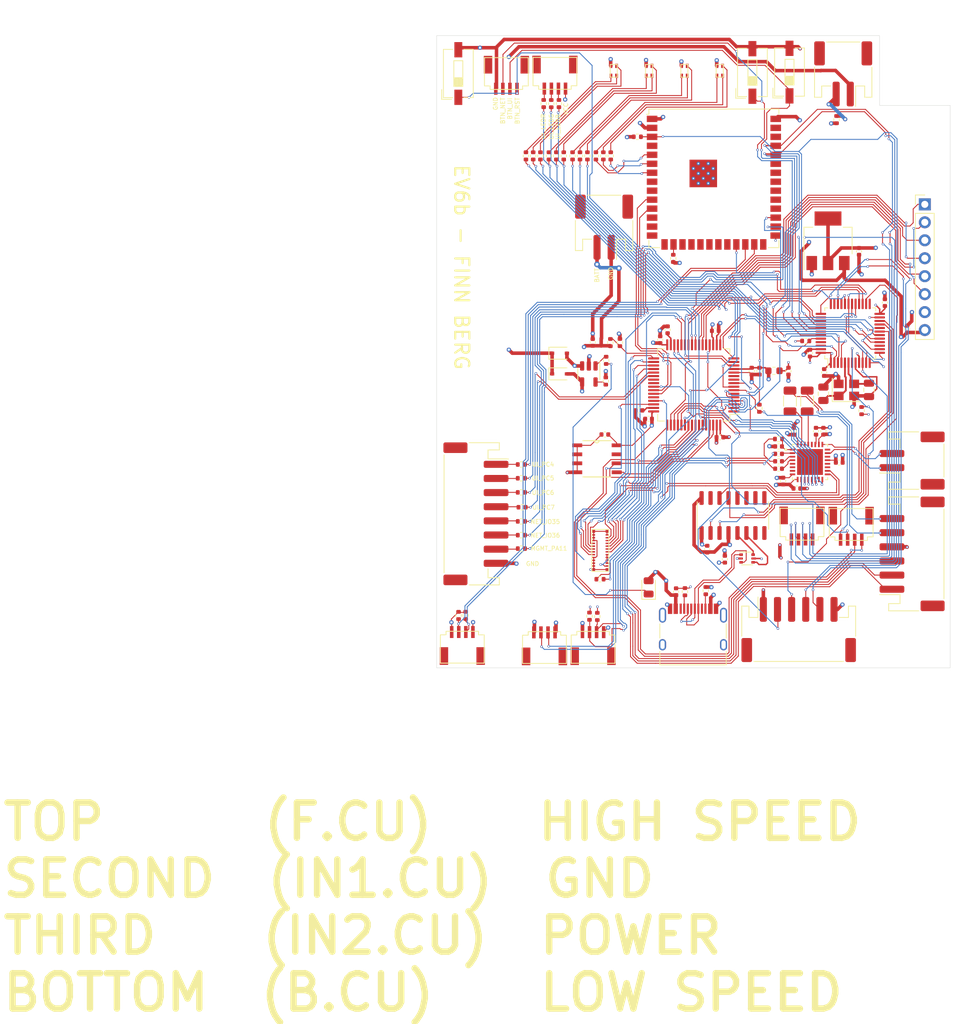
<source format=kicad_pcb>
(kicad_pcb (version 20221018) (generator pcbnew)
  (title_block (title "EV6b") (date "2023-04-29"))
  (layers (0 "F.Cu" signal) (1 "In1.Cu" power) (2 "In2.Cu" power) (31 "B.Cu" signal) (34 "B.Paste" user) (35 "F.Paste" user) (36 "B.SilkS" user "B.Silkscreen") (37 "F.SilkS" user "F.Silkscreen") (38 "B.Mask" user) (39 "F.Mask" user) (44 "Edge.Cuts" user))
  (net 0 "")
  (net 1 "+3.3VA")
  (net 2 "+3.3V")
  (net 3 "VBUS")
  (net 4 "GND")
  (net 5 "+BATT")
  (net 6 "/RCC_OSC_IN")
  (net 7 "/VIN")
  (net 8 "/UI_SDA")
  (net 9 "Net-(U6-LINPUT3)")
  (net 10 "/UI_SCL")
  (net 11 "Net-(U6-LINPUT2)")
  (net 12 "Net-(U1-VCAP_1)")
  (net 13 "/USB_D+")
  (net 14 "/USB_D-")
  (net 15 "Net-(U1-VCAP_2)")
  (net 16 "Net-(U6-LINPUT1)")
  (net 17 "Net-(U6-MICBIAS)")
  (net 18 "Net-(U6-HP_R)")
  (net 19 "/MCLK")
  (net 20 "/RCC_OSC_OUT")
  (net 21 "/NET_SDA")
  (net 22 "/NET_SCL")
  (net 23 "/MGMT_BOOT")
  (net 24 "/MGMT_NRST")
  (net 25 "/IN_3")
  (net 26 "Net-(U6-HP_L)")
  (net 27 "/NET_RST")
  (net 28 "/UI_RST")
  (net 29 "/MIC_P")
  (net 30 "/LEDA_R")
  (net 31 "Net-(U6-AMID)")
  (net 32 "/DISP_BL")
  (net 33 "/DISP_RSTR")
  (net 34 "/LEDA_G")
  (net 36 "Net-(D10-K)")
  (net 37 "/BATTERY_MON")
  (net 38 "Net-(D3-RK)")
  (net 39 "/LEDA_B")
  (net 40 "Net-(D3-BK)")
  (net 41 "/KB_COL3")
  (net 42 "/KB_COL4")
  (net 43 "Net-(D3-GK)")
  (net 44 "Net-(D4-RK)")
  (net 45 "/DISP_DC")
  (net 46 "/DISP_CS")
  (net 47 "/DISP_SPI_SCK")
  (net 48 "/DISP_SPI_MOSI")
  (net 49 "/UI_TX3")
  (net 50 "/UI_RX3")
  (net 51 "/NET_TX0_MGMT")
  (net 52 "Net-(D4-BK)")
  (net 53 "/KB_MIC")
  (net 54 "/NET_RX0_MGMT")
  (net 55 "Net-(D4-GK)")
  (net 56 "/KB_ROW5")
  (net 57 "/KB_ROW1")
  (net 58 "/KB_ROW2")
  (net 59 "/KB_ROW3")
  (net 60 "/MIC_N")
  (net 61 "Net-(D5-RK)")
  (net 62 "/KB_ROW4")
  (net 63 "Net-(D5-BK)")
  (net 64 "/KB_ROW6")
  (net 65 "/KB_ROW7")
  (net 66 "/UD-")
  (net 67 "/UD+")
  (net 68 "/LEDB_R")
  (net 69 "/LEDB_G")
  (net 70 "Net-(D5-GK)")
  (net 71 "Net-(D11-K)")
  (net 72 "Net-(D18-RK)")
  (net 73 "Net-(D18-BK)")
  (net 74 "Net-(D18-GK)")
  (net 75 "Net-(J9-CC1)")
  (net 77 "Net-(J9-CC2)")
  (net 80 "Net-(J10-Pin_1)")
  (net 81 "Net-(J10-Pin_2)")
  (net 82 "/LEDB_B")
  (net 83 "Net-(J10-Pin_3)")
  (net 84 "Net-(J10-Pin_4)")
  (net 85 "Net-(J10-Pin_5)")
  (net 86 "Net-(J10-Pin_6)")
  (net 87 "Net-(J10-Pin_7)")
  (net 88 "Net-(J14-Pin_2)")
  (net 89 "Net-(J14-Pin_3)")
  (net 90 "/SPK_LN")
  (net 91 "/SPK_LP")
  (net 92 "/HP_R")
  (net 93 "/HP_L")
  (net 94 "Net-(J14-Pin_4)")
  (net 95 "/KB_COL5")
  (net 96 "/KB_COL2")
  (net 97 "Net-(J15-Pin_2)")
  (net 98 "Net-(U11-IO46)")
  (net 99 "/BTN_RST")
  (net 100 "/BTN_UI")
  (net 101 "/BTN_NET")
  (net 102 "/KB_COL1")
  (net 103 "Net-(U12-STAT)")
  (net 104 "Net-(U12-PROG)")
  (net 105 "Net-(U1-PA12)")
  (net 108 "/UI_STAT")
  (net 111 "/UI_BOOT")
  (net 112 "/NET_LED_B")
  (net 113 "/NET_LED_G")
  (net 120 "/USB_DTR")
  (net 121 "/USB_RTS")
  (net 123 "/NET_LED_R")
  (net 132 "/UI_DBG1")
  (net 134 "/UI_LED_B")
  (net 137 "/NET_STAT")
  (net 139 "/UI_LED_G")
  (net 143 "/NET_BOOT")
  (net 144 "/UI_LED_R")
  (net 146 "/UI_DBG2")
  (net 147 "/UI_DBG3")
  (net 148 "/UI_DBG4")
  (net 149 "/MGMT_DBG7")
  (net 150 "/NET_DBG5")
  (net 151 "/NET_DBG6")
  (net 152 "/UI_TX2_MGMT")
  (net 153 "/MGMT_SWDIO")
  (net 154 "/MGMT_SWCLK")
  (net 155 "/UI_RX2_MGMT")
  (net 156 "/I2S_DACLRC")
  (net 157 "/UI_SWDIO")
  (net 158 "/UI_SWDCLK")
  (net 159 "/UI_TX1_NET")
  (net 162 "/UI_RX1_NET")
  (net 163 "/I2S_BCLK")
  (net 164 "/I2S_ADCDAT")
  (net 168 "/I2S_DACDAT")
  (net 169 "/USB_TX1_MGMT")
  (net 170 "/USB_RX1_MGMT")
  (net 195 "/KB_LED")
  (footprint "MountingHole:MountingHole_3.2mm_M3" (layer "F.Cu") (at 117.5875 107.925)
    (fp_text reference "REF**" hide)
    (fp_text value "MountingHole_3.2mm_M3" hide)
  )
  (footprint "Resistor_SMD:R_0402_1005Metric" (layer "F.Cu") (at 126.0875 122.725)
    (fp_text reference "R28" hide)
    (fp_text value "330" hide)
  )
  (footprint "Capacitor_SMD:C_0402_1005Metric" (layer "F.Cu") (at 143.9875 110.225 180)
    (fp_text reference "C13" hide)
    (fp_text value "100n" hide)
  )
  (footprint "ESP32-S3-WROOM-1-N8R2:New_ESP32_M24C02-RMN6TP" (layer "F.Cu") (at 136.6875 115.875)
    (fp_text reference "CR1" hide)
    (fp_text value "M24C02-RDW6TP" hide)
  )
  (footprint "Capacitor_SMD:C_0402_1005Metric" (layer "F.Cu") (at 142.6375 109.025)
    (fp_text reference "C22" hide)
    (fp_text value "2u2" hide)
  )
  (footprint "Diode_SMD:D_SOD-323" (layer "F.Cu") (at 131.3875 100.935)
    (fp_text reference "D2" hide)
    (fp_text value "1N5819WS" hide)
  )
  (footprint "MountingHole:MountingHole_3.2mm_M3" (layer "F.Cu") (at 117.5875 69.625)
    (fp_text reference "REF**" hide)
    (fp_text value "MountingHole_3.2mm_M3" hide)
  )
  (footprint "Package_QFP:LQFP-48_7x7mm_P0.5mm" (layer "F.Cu") (at 172.5375 98.125 90)
    (fp_text reference "U5" hide)
    (fp_text value "STM32F091CCT6" hide)
  )
  (footprint "Capacitor_SMD:C_0402_1005Metric" (layer "F.Cu") (at 137.8075 112.435 180)
    (fp_text reference "C33" hide)
    (fp_text value "100n" hide)
  )
  (footprint "Capacitor_SMD:C_0402_1005Metric" (layer "F.Cu") (at 145.6375 99.025 90)
    (fp_text reference "C14" hide)
    (fp_text value "100n" hide)
  )
  (footprint "Capacitor_SMD:C_0805_2012Metric" (layer "F.Cu") (at 168.7375 106.675 -90)
    (fp_text reference "C4" hide)
    (fp_text value "33P" hide)
  )
  (footprint "Capacitor_SMD:C_0402_1005Metric" (layer "F.Cu") (at 168.7375 111.975 90)
    (fp_text reference "C3" hide)
    (fp_text value "4.7u" hide)
  )
  (footprint "Resistor_SMD:R_0402_1005Metric" (layer "F.Cu") (at 149.1375 134.675 -90)
    (fp_text reference "R3" hide)
    (fp_text value "5k1" hide)
  )
  (footprint "Capacitor_SMD:C_0402_1005Metric" (layer "F.Cu") (at 173.7775 86.535 -90)
    (fp_text reference "C2" hide)
    (fp_text value "15u" hide)
  )
  (footprint "Capacitor_SMD:C_0402_1005Metric" (layer "F.Cu") (at 136.0875 99.405 90)
    (fp_text reference "C19" hide)
    (fp_text value "4u7" hide)
  )
  (footprint "Resistor_SMD:R_0402_1005Metric" (layer "F.Cu") (at 138.5875 99.435 -90)
    (fp_text reference "R38" hide)
    (fp_text value "10k" hide)
  )
  (footprint "Connector_JST:JST_PH_S6B-PH-SM4-TB_1x06-1MP_P2.00mm_Horizontal" (layer "F.Cu") (at 181.2875 129.325 90)
    (fp_text reference "J8" hide)
    (fp_text value "Conn_01x06_Female" hide)
  )
  (footprint "BM14B(0.B)-24DS-0:BM14B(0.B)-24DS-0.4V(53)" (layer "F.Cu") (at 138.1075 131.035 90)
    (fp_text reference "U13" hide)
    (fp_text value "BM14B(0.8)-24DS-0.4V(53)" hide)
  )
  (footprint "Package_QFP:LQFP-64_10x10mm_P0.5mm" (layer "F.Cu") (at 150.3875 105.425 180)
    (fp_text reference "U1" hide)
    (fp_text value "STM32F446RET6" hide)
  )
  (footprint "Resistor_SMD:R_0402_1005Metric" (layer "F.Cu") (at 159.6775 108.725 90)
    (fp_text reference "R5" hide)
    (fp_text value "15k" hide)
  )
  (footprint "Capacitor_SMD:C_0402_1005Metric" (layer "F.Cu") (at 163.0375 119.025 90)
    (fp_text reference "C16" hide)
    (fp_text value "100n" hide)
  )
  (footprint "1x4 pin download:1x4pin 1mm connector" (layer "F.Cu") (at 126.4675 60.125 180)
    (fp_text reference "J13" hide)
    (fp_text value "Conn_01x04_Female" hide)
  )
  (footprint "Inductor_SMD:L_0603_1608Metric" (layer "F.Cu") (at 161.7375 103.425)
    (fp_text reference "120R1" hide)
    (fp_text value "FerriteBead" hide)
  )
  (footprint "Resistor_SMD:R_0402_1005Metric" (layer "F.Cu") (at 137.5875 73.025 90)
    (fp_text reference "R17" hide)
    (fp_text value "150" hide)
  )
  (footprint "Resistor_SMD:R_0402_1005Metric" (layer "F.Cu") (at 128.6875 73.025 -90)
    (fp_text reference "R13" hide)
    (fp_text value "180" hide)
  )
  (footprint "Capacitor_SMD:C_0402_1005Metric" (layer "F.Cu") (at 180.5875 97.525 90)
    (fp_text reference "C20" hide)
    (fp_text value "100n" hide)
  )
  (footprint "Resistor_SMD:R_0402_1005Metric" (layer "F.Cu") (at 125.9875 124.725)
    (fp_text reference "R30" hide)
    (fp_text value "330" hide)
  )
  (footprint "Resistor_SMD:R_0402_1005Metric" (layer "F.Cu") (at 142.3975 70.325 180)
    (fp_text reference "R4" hide)
    (fp_text value "15k" hide)
  )
  (footprint "MountingHole:MountingHole_2.1mm" (layer "F.Cu") (at 176.9375 140.345)
    (fp_text reference "REF**" hide)
    (fp_text value "MountingHole_2.1mm" hide)
  )
  (footprint "Resistor_SMD:R_0402_1005Metric" (layer "F.Cu") (at 139.9375 99.425 -90)
    (fp_text reference "R39" hide)
    (fp_text value "6.8k" hide)
  )
  (footprint "Resistor_SMD:R_0402_1005Metric" (layer "F.Cu") (at 118.1075 138.025 -90)
    (fp_text reference "R21" hide)
    (fp_text value "1k5" hide)
  )
  (footprint "Capacitor_SMD:C_0402_1005Metric" (layer "F.Cu") (at 154.7875 130.075 90)
    (fp_text reference "C5" hide)
    (fp_text value "10U" hide)
  )
  (footprint "Connector_PinHeader_2.54mm:PinHeader_1x08_P2.54mm_Vertical" (layer "F.Cu") (at 183.0875 79.885)
    (fp_text reference "J4" hide)
    (fp_text value "Conn_01x08_Male" hide)
  )
  (footprint "Capacitor_SMD:C_0402_1005Metric" (layer "F.Cu") (at 158.5875 103.475 -90)
    (fp_text reference "C8" hide)
    (fp_text value "10n" hide)
  )
  (footprint "Resistor_SMD:R_0402_1005Metric" (layer "F.Cu") (at 133.2375 73.025 -90)
    (fp_text reference "R12" hide)
    (fp_text value "150" hide)
  )
  (footprint "Resistor_SMD:R_0402_1005Metric" (layer "F.Cu") (at 134.2875 73.025 -90)
    (fp_text reference "R11" hide)
    (fp_text value "150" hide)
  )
  (footprint "Capacitor_SMD:C_0402_1005Metric" (layer "F.Cu") (at 146.6875 97.625 -90)
    (fp_text reference "C21" hide)
    (fp_text value "2u2" hide)
  )
  (footprint "Resistor_SMD:R_0402_1005Metric" (layer "F.Cu") (at 135.3375 73.025 -90)
    (fp_text reference "R6" hide)
    (fp_text value "180" hide)
  )
  (footprint "1x4 pin download:1x4pin 1mm connector" (layer "F.Cu") (at 133.3375 60.105 180)
    (fp_text reference "J14" hide)
    (fp_text value "Conn_01x04_Female" hide)
  )
  (footprint "Resistor_SMD:R_0402_1005Metric" (layer "F.Cu") (at 138.6375 73.025 90)
    (fp_text reference "R16" hide)
    (fp_text value "180" hide)
  )
  (footprint "Connector_JST:JST_PH_S2B-PH-SM4-TB_1x02-1MP_P2.00mm_Horizontal" (layer "F.Cu") (at 181.2875 116.125 90)
    (fp_text reference "J2" hide)
    (fp_text value "Conn_01x02_Female" hide)
  )
  (footprint "Resistor_SMD:R_0402_1005Metric" (layer "F.Cu") (at 129.1475 65.625 -90)
    (fp_text reference "R35" hide)
    (fp_text value "150" hide)
  )
  (footprint "Capacitor_SMD:C_1206_3216Metric" (layer "F.Cu") (at 166.4375 107.705 90)
    (fp_text reference "C29" hide)
    (fp_text value "100U" hide)
  )
  (footprint "Capacitor_SMD:C_0402_1005Metric" (layer "F.Cu") (at 162.3875 117.275)
    (fp_text reference "C27" hide)
    (fp_text value "1u" hide)
  )
  (footprint "Capacitor_SMD:C_0402_1005Metric" (layer "F.Cu") (at 163.7875 103.475 -90)
    (fp_text reference "C10" hide)
    (fp_text value "1u" hide)
  )
  (footprint "Resistor_SMD:R_0402_1005Metric" (layer "F.Cu") (at 130.9375 73.025 90)
    (fp_text reference "R24" hide)
    (fp_text value "150" hide)
  )
  (footprint "Resistor_SMD:R_0402_1005Metric" (layer "F.Cu") (at 166.2375 99.205)
    (fp_text reference "R19" hide)
    (fp_text value "4k7" hide)
  )
  (footprint "MountingHole:MountingHole_3.2mm_M3" (layer "F.Cu") (at 183.0875 107.925)
    (fp_text reference "REF**" hide)
    (fp_text value "MountingHole_3.2mm_M3" hide)
  )
  (footprint "Resistor_SMD:R_0402_1005Metric" (layer "F.Cu") (at 174.1375 109.065 90)
    (fp_text reference "R1" hide)
    (fp_text value "4k7" hide)
  )
  (footprint "Capacitor_SMD:C_0402_1005Metric" (layer "F.Cu") (at 154.0875 112.825 180)
    (fp_text reference "C12" hide)
    (fp_text value "100n" hide)
  )
  (footprint "1x4 pin download:1x4pin 1mm connector" (layer "F.Cu") (at 175.2675 123.915 180)
    (fp_text reference "J12" hide)
    (fp_text value "Conn_01x04_Female" hide)
  )
  (footprint "Resistor_SMD:R_0402_1005Metric" (layer "F.Cu") (at 137.9375 104.875 -90)
    (fp_text reference "R37" hide)
    (fp_text value "2k" hide)
  )
  (footprint "Resistor_SMD:R_0402_1005Metric" (layer "F.Cu") (at 136.5375 73.025 90)
    (fp_text reference "R18" hide)
    (fp_text value "150" hide)
  )
  (footprint "Resistor_SMD:R_0402_1005Metric" (layer "F.Cu") (at 152.0875 134.525 -90)
    (fp_text reference "R2" hide)
    (fp_text value "5k1" hide)
  )
  (footprint "Capacitor_SMD:C_0402_1005Metric" (layer "F.Cu") (at 177.4375 93.775 90)
    (fp_text reference "C25" hide)
    (fp_text value "100n" hide)
  )
  (footprint "Capacitor_SMD:C_0402_1005Metric" (layer "F.Cu") (at 147.8875 134.675 90)
    (fp_text reference "C1" hide)
    (fp_text value "4u7" hide)
  )
  (footprint "Resistor_SMD:R_0402_1005Metric" (layer "F.Cu") (at 147.4875 87.525 90)
    (fp_text reference "R32" hide)
    (fp_text value "4k7" hide)
  )
  (footprint "Diode_SMD:D_SOD-323" (layer "F.Cu") (at 131.3875 103.865)
    (fp_text reference "D10" hide)
    (fp_text value "1N5819WS" hide)
  )
  (footprint "Resistor_SMD:R_0402_1005Metric" (layer "F.Cu") (at 135.6275 138.135 -90)
    (fp_text reference "R8" hide)
    (fp_text value "1k5" hide)
  )
  (footprint "LED_SMD:LED_0805_2012Metric" (layer "F.Cu") (at 143.9975 134.065 90)
    (fp_text reference "D11" hide)
    (fp_text value "LED" hide)
  )
  (footprint "Connector_JST:JST_PH_S2B-PH-SM4-TB_1x02-1MP_P2.00mm_Horizontal" (layer "F.Cu") (at 171.5375 61.425 180)
    (fp_text reference "J15" hide)
    (fp_text value "Conn_01x02_Female" hide)
  )
  (footprint "Capacitor_SMD:C_0402_1005Metric" (layer "F.Cu") (at 164.9875 120.075)
    (fp_text reference "C15" hide)
    (fp_text value "100n" hide)
  )
  (footprint "Button_Switch_SMD:SW_DIP_SPSTx01_Slide_6.7x4.1mm_W6.73mm_P2.54mm_LowProfile_JPin" (layer "F.Cu") (at 158.6875 61.225 90)
    (fp_text reference "SW3" hide)
    (fp_text value "SW_Push" hide)
  )
  (footprint "Resistor_SMD:R_0402_1005Metric" (layer "F.Cu") (at 126.6375 73.025 -90)
    (fp_text reference "R15" hide)
    (fp_text value "150" hide)
  )
  (footprint "ESP32-S3-WROOM-1-N8R2:QFN50P500X500X90-33N" (layer "F.Cu") (at 166.84 116.325)
    (fp_text reference "U6" hide)
    (fp_text value "WM8960CGEFL/RV" hide)
  )
  (footprint "Capacitor_SMD:C_0805_2012Metric" (layer "F.Cu") (at 175.1875 106.125 90)
    (fp_text reference "C23" hide)
    (fp_text value "33P" hide)
  )
  (footprint "Resistor_SMD:R_0402_1005Metric" (layer "F.Cu") (at 162.3875 113.075 180)
    (fp_text reference "R9" hide)
    (fp_text value "2K2" hide)
  )
  (footprint "Resistor_SMD:R_0402_1005Metric" (layer "F.Cu") (at 127.6625 73.025 -90)
    (fp_text reference "R14" hide)
    (fp_text value "150" hide)
  )
  (footprint "Capacitor_SMD:C_1206_3216Metric" (layer "F.Cu") (at 164.0075 107.705 90)
    (fp_text reference "C30" hide)
    (fp_text value "100U" hide)
  )
  (footprint "Resistor_SMD:R_0402_1005Metric" (layer "F.Cu") (at 125.9875 116.675)
    (fp_text reference "R22" hide)
    (fp_text value "330" hide)
  )
  (footprint "1x6 pin download:LED RGB" (layer "F.Cu") (at 154.4625 61.695 90)
    (fp_text reference "D4" hide)
    (fp_text value "ASMB-MTB1-0A3A2" hide)
  )
  (footprint "Resistor_SMD:R_0402_1005Metric" (layer "F.Cu") (at 137.9875 101.945 -90)
    (fp_text reference "R36" hide)
    (fp_text value "1k" hide)
  )
  (footprint "Resistor_SMD:R_0402_1005Metric" (layer "F.Cu") (at 130.2175 65.635 -90)
    (fp_text reference "R34" hide)
    (fp_text value "150" hide)
  )
  (footprint "Button_Switch_SMD:SW_DIP_SPSTx01_Slide_6.7x4.1mm_W6.73mm_P2.54mm_LowProfile_JPin" (layer "F.Cu") (at 117.0675 61.375 90)
    (fp_text reference "SW1" hide)
    (fp_text value "SW_Push" hide)
  )
  (footprint "Package_SO:SOIC-16_3.9x9.9mm_P1.27mm" (layer "F.Cu") (at 155.9375 123.895 90)
    (fp_text reference "U3" hide)
    (fp_text value "CH340C" hide)
  )
  (footprint "Resistor_SMD:R_0402_1005Metric" (layer "F.Cu") (at 131.9875 73.025 90)
    (fp_text reference "R23" hide)
    (fp_text value "180" hide)
  )
  (footprint "1x4 pin download:1x4pin 1mm connector" (layer "F.Cu") (at 133.5375 143.795)
    (fp_text reference "J7" hide)
    (fp_text value "Conn_01x04_Female" hide)
  )
  (footprint "Resistor_SMD:R_0402_1005Metric" (layer "F.Cu") (at 137.1175 132.905 180)
    (fp_text reference "R41" hide)
    (fp_text value "1R0" hide)
  )
  (footprint "Button_Switch_SMD:SW_DIP_SPSTx01_Slide_6.7x4.1mm_W6.73mm_P2.54mm_LowProfile_JPin" (layer "F.Cu") (at 163.9375 61.175 90)
    (fp_text reference "SW2" hide)
    (fp_text value "SW_Push" hide)
  )
  (footprint "Resistor_SMD:R_0402_1005Metric" (layer "F.Cu") (at 125.9875 120.625)
    (fp_text reference "R27" hide)
    (fp_text value "330" hide)
  )
  (footprint "Capacitor_SMD:C_0402_1005Metric" (layer "F.Cu") (at 162.3875 116.225)
    (fp_text reference "C18" hide)
    (fp_text value "1u" hide)
  )
  (footprint "Capacitor_SMD:C_0402_1005Metric" (layer "F.Cu") (at 170.9775 116.405)
    (fp_text reference "C6" hide)
    (fp_text value "4.7u" hide)
  )
  (footprint "1x4 pin download:1x4pin 1mm connector" (layer "F.Cu") (at 126.6575 143.825)
    (fp_text reference "J5" hide)
    (fp_text value "Conn_01x04_Female" hide)
  )
  (footprint "Package_TO_SOT_SMD:SOT-223-3_TabPin2" (layer "F.Cu") (at 169.3875 85.035 90)
    (fp_text reference "U2" hide)
    (fp_text value "AMS1117-3.3" hide)
  )
  (footprint "1x6 pin download:LED RGB" (layer "F.Cu") (at 139.4625 61.695 90)
    (fp_text reference "D3" hide)
    (fp_text value "ASMB-MTB1-0A3A2" hide)
  )
  (footprint "RF_Module:ESP32-S3-WROOM-1U" (layer "F.Cu") (at 153.2375 76.2)
    (fp_text reference "U11" hide)
    (fp_text value "ESP32-S3-WROOM-1-N8R2" hide)
  )
  (footprint "Capacitor_SMD:C_0402_1005Metric" (layer "F.Cu") (at 162.3875 115.175)
    (fp_text reference "C17" hide)
    (fp_text value "1u" hide)
  )
  (footprint "Capacitor_SMD:C_0402_1005Metric" (layer "F.Cu") (at 164.5375 111.975 -90)
    (fp_text reference "C7" hide)
    (fp_text value "100n" hide)
  )
  (footprint "Connector_JST:JST_PH_S6B-PH-SM4-TB_1x06-1MP_P2.00mm_Horizontal" (layer "F.Cu") (at 165.2375 140.025)
    (fp_text reference "J11" hide)
    (fp_text value "Conn_01x06_Female" hide)
  )
  (footprint "Capacitor_SMD:C_0402_1005Metric" (layer "F.Cu") (at 152.2975 128.655 90)
    (fp_text reference "C32" hide)
    (fp_text value "100n" hide)
  )
  (footprint "Connector_JST:JST_PH_S8B-PH-SM4-TB_1x08-1MP_P2.00mm_Horizontal" (layer "F.Cu") (at 119.5575 123.655 -90)
    (fp_text reference "J10" hide)
    (fp_text value "Conn_01x08_Female" hide)
  )
  (footprint "Capacitor_SMD:C_0402_1005Metric" (layer "F.Cu") (at 167.6875 111.975 -90)
    (fp_text reference "C31" hide)
    (fp_text value "4.7u" hide)
  )
  (footprint "1x4 pin download:1x4pin 1mm connector" (layer "F.Cu") (at 168.3075 123.885 180)
    (fp_text reference "J6" hide)
    (fp_text value "Conn_01x04_Female" hide)
  )
  (footprint "MountingHole:MountingHole_3.2mm_M3" (layer "F.Cu") (at 183.0875 69.625)
    (fp_text reference "REF**" hide)
    (fp_text value "MountingHole_3.2mm_M3" hide)
  )
  (footprint "Capacitor_SMD:C_0402_1005Metric" (layer "F.Cu") (at 159.6875 103.475 -90)
    (fp_text reference "C9" hide)
    (fp_text value "1u" hide)
  )
  (footprint "Capacitor_SMD:C_0402_1005Metric" (layer "F.Cu") (at 168.8475 103.665 -90)
    (fp_text reference "C24" hide)
    (fp_text value "100n" hide)
  )
  (footprint "Connector_JST:JST_PH_S2B-PH-SM4-TB_1x02-1MP_P2.00mm_Horizontal" (layer "F.Cu") (at 137.6975 83.105 180)
    (fp_text reference "J1" hide)
    (fp_text value "Conn_01x02_Female" hide)
  )
  (footprint "MountingHole:MountingHole_2.1mm" (layer "F.Cu") (at 123.6375 140.345)
    (fp_text reference "REF**" hide)
    (fp_text value "MountingHole_2.1mm" hide)
  )
  (footprint "Connector_USB:USB_C_Receptacle_HRO_TYPE-C-31-M-12" (layer "F.Cu") (at 150.2875 141.125)
    (fp_text reference "J9" hide)
    (fp_text value "USB_C_Receptacle" hide)
  )
  (footprint "1x6 pin download:LED RGB" (layer "F.Cu") (at 144.4625 61.695 90)
    (fp_text reference "D5" hide)
    (fp_text value "ASMB-MTB1-0A3A2" hide)
  )
  (footprint "Resistor_SMD:R_0402_1005Metric" (layer "F.Cu") (at 125.9875 128.575)
    (fp_text reference "R29" hide)
    (fp_text value "330" hide)
  )
  (footprint "Resistor_SMD:R_0402_1005Metric" (layer "F.Cu") (at 125.9875 118.625)
    (fp_text reference "R26" hide)
    (fp_text value "330" hide)
  )
  (footprint "Capacitor_SMD:C_0402_1005Metric" (layer "F.Cu") (at 153.4375 97.775)
    (fp_text reference "C11" hide)
    (fp_text value "100n" hide)
  )
  (footprint "1x6 pin download:LED RGB" (layer "F.Cu") (at 149.4625 61.695 90)
    (fp_text reference "D18" hide)
    (fp_text value "ASMB-MTB1-0A3A2" hide)
  )
  (footprint "Package_TO_SOT_SMD:SOT-666" (layer "F.Cu") (at 157.9375 129.975)
    (fp_text reference "U4" hide)
    (fp_text value "USBLC6-2P6" hide)
  )
  (footprint "Resistor_SMD:R_0402_1005Metric" (layer "F.Cu") (at 131.3075 65.625 -90)
    (fp_text reference "R33" hide)
    (fp_text value "180" hide)
  )
  (footprint "Resistor_SMD:R_0402_1005Metric" (layer "F.Cu") (at 170.5975 67.895 -90)
    (fp_text reference "R40" hide)
    (fp_text value "1R0" hide)
  )
  (footprint "Resistor_SMD:R_0402_1005Metric" (layer "F.Cu") (at 125.9875 126.675)
    (fp_text reference "R31" hide)
    (fp_text value "330" hide)
  )
  (footprint "1x4 pin download:1x4pin 1mm connector" (layer "F.Cu") (at 115.0275 143.775)
    (fp_text reference "J3" hide)
    (fp_text value "Conn_01x04_Female" hide)
  )
  (footprint "Resistor_SMD:R_0402_1005Metric" (layer "F.Cu") (at 117.0975 138.035 -90)
    (fp_text reference "R20" hide)
    (fp_text value "1k5" hide)
  )
  (footprint "Package_TO_SOT_SMD:SOT-23-5" (layer "F.Cu") (at 135.5375 103.875 -90)
    (fp_text reference "U12" hide)
    (fp_text value "MCP73832-2-OT" hide)
  )
  (footprint "Capacitor_SMD:C_0402_1005Metric" (layer "F.Cu") (at 162.3875 114.125 180)
    (fp_text reference "C28" hide)
    (fp_text value "4.7u" hide)
  )
  (footprint "Resistor_SMD:R_0402_1005Metric" (layer "F.Cu") (at 136.7375 138.175 -90)
    (fp_text reference "R7" hide)
    (fp_text value "1k5" hide)
  )
  (footprint "Capacitor_SMD:C_0402_1005Metric" (layer "F.Cu") (at 166.8375 100.925 90)
    (fp_text reference "C26" hide)
    (fp_text value "100n" hide)
  )
  (footprint "Resistor_SMD:R_0402_1005Metric" (layer "F.Cu") (at 129.8875 73.025 90)
    (fp_text reference "R25" hide)
    (fp_text value "150" hide)
  )
  (footprint "Crystal:Crystal_SMD_3225-4Pin_3.2x2.5mm" (layer "F.Cu") (at 171.9875 106.125)
    (fp_text reference "Y1" hide)
    (fp_text value "Crystal_GND24" hide)
  )
  (gr_poly (pts (xy 176.6875 65.885) (xy 186.6875 65.885) (xy 186.6875 145.435) (xy 113.9875 145.435) (xy 113.9875 56.025) (xy 176.6875 56.025)) (stroke (width 0.05)) (fill none) (layer "Edge.Cuts"))
  (gr_text "BTN_RST" (at 125.42 66.65 90) (layer "F.SilkS") (effects (font (size 0.6 0.6) (thickness 0.1))))
  (gr_text "EV6b - FINN BERG" (at 117.5375 88.775 270) (layer "F.SilkS") (effects (font (size 2 2) (thickness 0.3))))
  (gr_text "UI_PC4\n" (at 129.05 116.67) (layer "F.SilkS") (effects (font (size 0.6 0.6) (thickness 0.1))))
  (gr_text "UI_LEDR" (at 129.11 68.88 90) (layer "F.SilkS") (effects (font (size 0.6 0.6) (thickness 0.1))))
  (gr_text "UI_LEDG" (at 130.24 68.9 90) (layer "F.SilkS") (effects (font (size 0.6 0.6) (thickness 0.1))))
  (gr_text "UI_PC7\n" (at 129.13 122.75) (layer "F.SilkS") (effects (font (size 0.6 0.6) (thickness 0.1))))
  (gr_text "NET_IO35" (at 129.38 124.78) (layer "F.SilkS") (effects (font (size 0.6 0.6) (thickness 0.1))))
  (gr_text "UI_PC6\n" (at 129.05 120.66) (layer "F.SilkS") (effects (font (size 0.6 0.6) (thickness 0.1))))
  (gr_text "BATT" (at 136.69 89.92 90) (layer "F.SilkS") (effects (font (size 0.6 0.6) (thickness 0.1))))
  (gr_text "UI_LEDB" (at 131.19 68.92 90) (layer "F.SilkS") (effects (font (size 0.6 0.6) (thickness 0.1))))
  (gr_text "GND" (at 138.65 89.67 90) (layer "F.SilkS") (effects (font (size 0.6 0.6) (thickness 0.1))))
  (gr_text "NET_IO36" (at 129.38 126.71) (layer "F.SilkS") (effects (font (size 0.6 0.6) (thickness 0.1))))
  (gr_text "TOP      (F.CU)    HIGH SPEED\nSECOND  (IN1.CU)  GND\nTHIRD    (IN2.CU)  POWER\nBOTTOM  (B.CU)    LOW SPEED" (at 52.2 179.3) (layer "F.SilkS") (effects (font (size 5 5) (thickness 0.9)) (justify left)))
  (gr_text "BTN_UI" (at 124.37 66.34 90) (layer "F.SilkS") (effects (font (size 0.6 0.6) (thickness 0.1))))
  (gr_text "BTN_NET" (at 123.36 66.63 90) (layer "F.SilkS") (effects (font (size 0.6 0.6) (thickness 0.1))))
  (gr_text "UI_PC5\n\n" (at 129.05 119.1) (layer "F.SilkS") (effects (font (size 0.6 0.6) (thickness 0.1))))
  (gr_text "MGMT_PA11" (at 129.89 128.55) (layer "F.SilkS") (effects (font (size 0.6 0.6) (thickness 0.1))))
  (gr_text "VCC" (at 132.29 66.39 90) (layer "F.SilkS") (effects (font (size 0.6 0.6) (thickness 0.1))))
  (gr_text "GND\n" (at 127.57 130.72) (layer "F.SilkS") (effects (font (size 0.6 0.6) (thickness 0.1))))
  (gr_text "GND" (at 122.33 65.65 90) (layer "F.SilkS") (effects (font (size 0.6 0.6) (thickness 0.1))))
  (segment (start 168.7375 112.405) (end 168.09 113.0525) (width 0.127) (layer "F.Cu") (net 1))
  (segment (start 163.8175 112.455) (end 164.5375 112.455) (width 0.5) (layer "F.Cu") (net 1))
  (segment (start 160.9875 103.4625) (end 160.95 103.425) (width 0.5) (layer "F.Cu") (net 1))
  (segment (start 159.6875 102.995) (end 160.52 102.995) (width 0.2) (layer "F.Cu") (net 1))
  (segment (start 169.6075 112.405) (end 169.6375 112.375) (width 0.5) (layer "F.Cu") (net 1))
  (segment (start 163.6075 112.245) (end 163.6125 112.25) (width 0.5) (layer "F.Cu") (net 1))
  (segment (start 156.0625 103.175) (end 158.4075 103.175) (width 0.2) (layer "F.Cu") (net 1))
  (segment (start 158.5875 102.995) (end 159.6875 102.995) (width 0.2) (layer "F.Cu") (net 1))
  (segment (start 169.315 116.075) (end 170.4575 116.075) (width 0.127) (layer "F.Cu") (net 1))
  (segment (start 170.4575 116.075) (end 170.5075 116.125) (width 0.127) (layer "F.Cu") (net 1))
  (segment (start 160.9875 104.625) (end 160.9875 103.4625) (width 0.5) (layer "F.Cu") (net 1))
  (segment (start 160.52 102.995) (end 160.95 103.425) (width 0.2) (layer "F.Cu") (net 1))
  (segment (start 168.09 113.0525) (end 168.09 113.85) (width 0.127) (layer "F.Cu") (net 1))
  (segment (start 165.09 113.85) (end 165.09 113.0075) (width 0.127) (layer "F.Cu") (net 1))
  (segment (start 165.09 113.0075) (end 164.5375 112.455) (width 0.127) (layer "F.Cu") (net 1))
  (segment (start 168.7375 112.405) (end 169.6075 112.405) (width 0.5) (layer "F.Cu") (net 1))
  (segment (start 170.4975 116.405) (end 170.5075 116.395) (width 0.5) (layer "F.Cu") (net 1))
  (segment (start 158.4075 103.175) (end 158.5875 102.995) (width 0.2) (layer "F.Cu") (net 1))
  (segment (start 163.6125 112.25) (end 163.8175 112.455) (width 0.5) (layer "F.Cu") (net 1))
  (segment (start 170.4875 115.435) (end 170.4875 116.395) (width 0.5) (layer "F.Cu") (net 1))
  (segment (start 170.5075 116.395) (end 170.5075 116.125) (width 0.5) (layer "F.Cu") (net 1))
  (segment (start 170.4875 116.395) (end 170.4975 116.405) (width 0.5) (layer "F.Cu") (net 1))
  (via (at 169.6375 112.375) (size 0.6) (drill 0.3) (layers "F.Cu" "B.Cu") (net 1))
  (via (at 163.6125 112.25) (size 0.6) (drill 0.3) (layers "F.Cu" "B.Cu") (net 1))
  (via (at 170.4875 115.435) (size 0.6) (drill 0.3) (layers "F.Cu" "B.Cu") (net 1))
  (via (at 160.9875 104.625) (size 0.6) (drill 0.3) (layers "F.Cu" "B.Cu") (net 1))
  (segment (start 163.895 118.545) (end 164.365 118.075) (width 0.127) (layer "F.Cu") (net 2))
  (segment (start 127.8375 138.935) (end 127.8375 140.345) (width 0.5) (layer "F.Cu") (net 2))
  (segment (start 155.4925 128.05) (end 155.417 127.9745) (width 0.5) (layer "F.Cu") (net 2))
  (segment (start 176.1175 86.055) (end 176.1375 86.075) (width 0.5) (layer "F.Cu") (net 2))
  (segment (start 168.375 100.875) (end 169.8375 100.875) (width 0.2) (layer "F.Cu") (net 2))
  (segment (start 168.9375 103.195) (end 168.9375 103.1375) (width 0.2) (layer "F.Cu") (net 2))
  (segment (start 155.417 127.9745) (end 154.385418 127.9745) (width 0.5) (layer "F.Cu") (net 2))
  (segment (start 135.727878 136.838556) (end 135.727878 137.524622) (width 0.127) (layer "F.Cu") (net 2))
  (segment (start 173.7775 86.055) (end 176.1175 86.055) (width 0.5) (layer "F.Cu") (net 2))
  (segment (start 174.1375 109.575) (end 175.0975 109.575) (width 0.127) (layer "F.Cu") (net 2))
  (segment (start 152.9575 96.955) (end 153.0375 96.875) (width 0.2) (layer "F.Cu") (net 2))
  (segment (start 145.6375 99.505) (end 144.6675 99.505) (width 0.5) (layer "F.Cu") (net 2))
  (segment (start 165.468038 120.075538) (end 165.4675 120.075) (width 0.5) (layer "F.Cu") (net 2))
  (segment (start 152.9575 97.775) (end 152.9575 98.595) (width 0.2) (layer "F.Cu") (net 2))
  (segment (start 139.4815 113.629) (end 138.2875 112.435) (width 0.127) (layer "F.Cu") (net 2))
  (segment (start 154.5675 112.825) (end 155.3375 112.825) (width 0.5) (layer "F.Cu") (net 2))
  (segment (start 177.4375 94.6375) (end 176.7 95.375) (width 0.2) (layer "F.Cu") (net 2))
  (segment (start 171.2675 86.055) (end 173.7775 86.055) (width 0.5) (layer "F.Cu") (net 2))
  (segment (start 168.9375 103.1375) (end 169.7875 102.2875) (width 0.2) (layer "F.Cu") (net 2))
  (segment (start 153.304918 129.055) (end 151.4275 129.055) (width 0.5) (layer "F.Cu") (net 2))
  (segment (start 166.446962 120.075538) (end 165.468038 120.075538) (width 0.5) (layer "F.Cu") (net 2))
  (segment (start 152.9575 97.775) (end 152.9575 96.955) (width 0.2) (layer "F.Cu") (net 2))
  (segment (start 116.1275 139.045) (end 116.1275 140.375) (width 0.127) (layer "F.Cu") (net 2))
  (segment (start 162.5775 128.065) (end 162.5775 129.7145) (width 0.5) (layer "F.Cu") (net 2))
  (segment (start 169.7875 101.125) (end 169.9375 100.975) (width 0.2) (layer "F.Cu") (net 2))
  (segment (start 138.6275 60.26) (end 138.6625 60.295) (width 0.5) (layer "F.Cu") (net 2))
  (segment (start 167.845 101.405) (end 168.375 100.875) (width 0.2) (layer "F.Cu") (net 2))
  (segment (start 166.8375 101.405) (end 167.845 101.405) (width 0.2) (layer "F.Cu") (net 2))
  (segment (start 152.9575 98.595) (end 153.1375 98.775) (width 0.2) (layer "F.Cu") (net 2))
  (segment (start 162.5775 129.7145) (end 162.7375 129.8745) (width 0.5) (layer "F.Cu") (net 2))
  (segment (start 165.59 119.9525) (end 165.4675 120.075) (width 0.127) (layer "F.Cu") (net 2))
  (segment (start 143.4725 69.06) (end 142.7875 68.375) (width 0.5) (layer "F.Cu") (net 2))
  (segment (start 150.4375 122.385) (end 151.3825 121.44) (width 0.5) (layer "F.Cu") (net 2))
  (segment (start 165.59 118.8) (end 165.59 119.9525) (width 0.127) (layer "F.Cu") (net 2))
  (segment (start 135.727878 137.524622) (end 135.6275 137.625) (width 0.127) (layer "F.Cu") (net 2))
  (segment (start 144.4375 111.230319) (end 144.4375 111.175) (width 0.127) (layer "F.Cu") (net 2))
  (segment (start 163.0375 118.545) (end 163.895 118.545) (width 0.127) (layer "F.Cu") (net 2))
  (segment (start 166.8375 102.275) (end 166.8375 101.405) (width 0.2) (layer "F.Cu") (net 2))
  (segment (start 144.4675 109.42) (end 144.7125 109.175) (width 0.2) (layer "F.Cu") (net 2))
  (segment (start 153.6375 59.505) (end 153.6375 60.27) (width 0.5) (layer "F.Cu") (net 2))
  (segment (start 155.3025 126.59) (end 155.3025 127.86) (width 0.5) (layer "F.Cu") (net 2))
  (segment (start 154.385418 127.9745) (end 153.304918 129.055) (width 0.5) (layer "F.Cu") (net 2))
  (segment (start 116.0875 139.005) (end 116.1275 139.045) (width 0.127) (layer "F.Cu") (net 2))
  (segment (start 169.8375 100.875) (end 169.9375 100.975) (width 0.2) (layer "F.Cu") (net 2))
  (segment (start 173.517413 101.104913) (end 173.7875 101.375) (width 0.2) (layer "F.Cu") (net 2))
  (segment (start 169.3875 88.185) (end 169.3875 87.935) (width 0.5) (layer "F.Cu") (net 2))
  (segment (start 154.1375 111.1) (end 154.1375 112.395) (width 0.2) (layer "F.Cu") (net 2))
  (segment (start 169.3875 81.885) (end 169.3875 88.185) (width 0.5) (layer "F.Cu") (net 2))
  (segment (start 155.5075 128.065) (end 155.4925 128.05) (width 0.5) (layer "F.Cu") (net 2))
  (segment (start 163.3575 103.425) (end 163.7875 102.995) (width 0.2) (layer "F.Cu") (net 2))
  (segment (start 116.0875 138.535) (end 116.0875 139.005) (width 0.127) (layer "F.Cu") (net 2))
  (segment (start 151.3825 121.44) (end 151.4925 121.44) (width 0.5) (layer "F.Cu") (net 2))
  (segment (start 136.7575 136.7995) (end 136.7575 137.645) (width 0.127) (layer "F.Cu") (net 2))
  (segment (start 163.0375 118.545) (end 162.1675 118.545) (width 0.5) (layer "F.Cu") (net 2))
  (segment (start 162.1675 118.545) (end 162.1375 118.575) (width 0.5) (layer "F.Cu") (net 2))
  (segment (start 144.4675 110.225) (end 144.4675 111.145) (width 0.5) (layer "F.Cu") (net 2))
  (segment (start 139.4815 113.97) (end 139.4815 113.629) (width 0.127) (layer "F.Cu") (net 2))
  (segment (start 162.525 103.425) (end 163.3575 103.425) (width 0.2) (layer "F.Cu") (net 2))
  (segment (start 136.7575 137.645) (end 136.7375 137.665) (width 0.127) (layer "F.Cu") (net 2))
  (segment (start 132.2375 65.005) (end 132.1875 65.055) (width 0.127) (layer "F.Cu") (net 2))
  (segment (start 143.6475 60.28) (end 143.6625 60.295) (width 0.5) (layer "F.Cu") (net 2))
  (segment (start 117.0975 137.525) (end 116.0875 138.535) (width 0.127) (layer "F.Cu") (net 2))
  (segment (start 176.7 94.6875) (end 176.1375 94.125) (width 0.2) (layer "F.Cu") (net 2))
  (segment (start 141.697819 113.97) (end 144.4375 111.230319) (width 0.127) (layer "F.Cu") (net 2))
  (segment (start 175.0975 109.575) (end 175.1175 109.595) (width 0.127) (layer "F.Cu") (net 2))
  (segment (start 176.7 95.375) (end 176.7 94.6875) (width 0.2) (layer "F.Cu") (net 2))
  (segment (start 144.6675 99.505) (end 144.6375 99.475) (width 0.5) (layer "F.Cu") (net 2))
  (segment (start 169.7875 102.2875) (end 169.7875 101.125) (width 0.2) (layer "F.Cu") (net 2))
  (segment (start 138.6275 59.345) (end 138.6275 60.26) (width 0.5) (layer "F.Cu") (net 2))
  (segment (start 163.7875 102.995) (end 163.7875 102.225) (width 0.2) (layer "F.Cu") (net 2))
  (segment (start 144.4875 69.06) (end 143.4725 69.06) (width 0.5) (layer "F.Cu") (net 2))
  (segment (start 150.4375 128.065) (end 150.4375 122.385) (width 0.5) (layer "F.Cu") (net 2))
  (segment (start 132.2375 63.505) (end 132.2375 65.005) (width 0.127) (layer "F.Cu") (net 2))
  (segment (start 153.6375 60.27) (end 153.6625 60.295) (width 0.5) (layer "F.Cu") (net 2))
  (segment (start 145.8825 99.75) (end 145.6375 99.505) (width 0.2) (layer "F.Cu") (net 2))
  (segment (start 177.4375 94.255) (end 177.4375 94.6375) (width 0.2) (layer "F.Cu") (net 2))
  (segment (start 144.4675 110.225) (end 144.4675 109.42) (width 0.2) (layer "F.Cu") (net 2))
  (segment (start 117.1775 137.605) (end 117.0975 137.525) (width 0.127) (layer "F.Cu") (net 2))
  (segment (start 139.4815 113.97) (end 141.697819 113.97) (width 0.127) (layer "F.Cu") (net 2))
  (segment (start 160.2375 134.425) (end 160.2375 137.175) (width 0.5) (layer "F.Cu") (net 2))
  (segment (start 155.3375 112.825) (end 155.3875 112.775) (width 0.5) (layer "F.Cu") (net 2))
  (segment (start 148.6375 59.665) (end 148.6375 60.27) (width 0.5) (layer "F.Cu") (net 2))
  (segment (start 144.4675 111.145) (end 144.4375 111.175) (width 0.5) (layer "F.Cu") (net 2))
  (segment (start 127.8375 140.345) (end 127.7575 140.425) (width 0.5) (layer "F.Cu") (net 2))
  (segment (start 134.6375 140.075) (end 134.6375 139.115) (width 0.5) (layer "F.Cu") (net 2))
  (segment (start 118.0875 137.605) (end 117.1775 137.605) (width 0.127) (layer "F.Cu") (net 2))
  (segment (start 155.3025 127.86) (end 155.5075 128.065) (width 0.5) (layer "F.Cu") (net 2))
  (segment (start 154.1375 112.395) (end 154.5675 112.825) (width 0.2) (layer "F.Cu") (net 2))
  (segment (start 173.7875 101.375) (end 173.7875 102.2875) (width 0.2) (layer "F.Cu") (net 2))
  (segment (start 173.517413 100.96853) (end 173.517413 101.104913) (width 0.2) (layer "F.Cu") (net 2))
  (segment (start 143.6475 59.455) (end 143.6475 60.28) (width 0.5) (layer "F.Cu") (net 2))
  (segment (start 151.4275 129.055) (end 150.4375 128.065) (width 0.5) (layer "F.Cu") (net 2))
  (segment (start 153.1375 98.775) (end 153.1375 99.75) (width 0.2) (layer "F.Cu") (net 2))
  (segment (start 146.6375 99.75) (end 145.8825 99.75) (width 0.2) (layer "F.Cu") (net 2))
  (segment (start 169.3875 87.935) (end 171.2675 86.055) (width 0.5) (layer "F.Cu") (net 2))
  (via (at 163.7875 102.225) (size 0.35) (drill 0.2) (layers "F.Cu" "B.Cu") (net 2))
  (via (at 155.3875 112.775) (size 0.35) (drill 0.2) (layers "F.Cu" "B.Cu") (net 2))
  (via (at 127.8375 138.935) (size 0.6) (drill 0.3) (layers "F.Cu" "B.Cu") (net 2))
  (via (at 173.517413 100.96853) (size 0.35) (drill 0.2) (layers "F.Cu" "B.Cu") (net 2))
  (via (at 162.5775 128.065) (size 0.35) (drill 0.2) (layers "F.Cu" "B.Cu") (net 2))
  (via (at 142.7775 68.375) (size 0.6) (drill 0.3) (layers "F.Cu" "B.Cu") (net 2))
  (via (at 162.1375 118.575) (size 0.6) (drill 0.3) (layers "F.Cu" "B.Cu") (net 2))
  (via (at 155.4925 128.05) (size 0.6) (drill 0.3) (layers "F.Cu" "B.Cu") (net 2))
  (via (at 148.6375 59.665) (size 0.6) (drill 0.3) (layers "F.Cu" "B.Cu") (net 2))
  (via (at 166.446962 120.075538) (size 0.35) (drill 0.2) (layers "F.Cu" "B.Cu") (net 2))
  (via (at 162.7375 129.8745) (size 0.35) (drill 0.2) (layers "F.Cu" "B.Cu") (net 2))
  (via (at 175.1175 109.595) (size 0.35) (drill 0.2) (layers "F.Cu" "B.Cu") (net 2))
  (via (at 160.2375 134.425) (size 0.35) (drill 0.2) (layers "F.Cu" "B.Cu") (net 2))
  (via (at 138.6275 59.345) (size 0.6) (drill 0.3) (layers "F.Cu" "B.Cu") (net 2))
  (via (at 135.727878 136.838556) (size 0.35) (drill 0.2) (layers "F.Cu" "B.Cu") (net 2))
  (via (at 134.6375 139.115) (size 0.6) (drill 0.3) (layers "F.Cu" "B.Cu") (net 2))
  (via (at 176.1375 86.025) (size 0.6) (drill 0.3) (layers "F.Cu" "B.Cu") (net 2))
  (via (at 132.1875 65.055) (size 0.6) (drill 0.3) (layers "F.Cu" "B.Cu") (net 2))
  (via (at 116.0875 139.005) (size 0.6) (drill 0.3) (layers "F.Cu" "B.Cu") (net 2))
  (via (at 143.6375 59.465) (size 0.6) (drill 0.3) (layers "F.Cu" "B.Cu") (net 2))
  (via (at 144.4375 111.175) (size 0.6) (drill 0.3) (layers "F.Cu" "B.Cu") (net 2))
  (via (at 153.6375 59.505) (size 0.6) (drill 0.3) (layers "F.Cu" "B.Cu") (net 2))
  (via (at 176.1375 94.125) (size 0.35) (drill 0.2) (layers "F.Cu" "B.Cu") (net 2))
  (via (at 166.8375 102.275) (size 0.35) (drill 0.2) (layers "F.Cu" "B.Cu") (net 2))
  (via (at 144.6375 99.445) (size 0.6) (drill 0.3) (layers "F.Cu" "B.Cu") (net 2))
  (via (at 169.9375 100.975) (size 0.35) (drill 0.2) (layers "F.Cu" "B.Cu") (net 2))
  (via (at 153.0375 96.875) (size 0.6) (drill 0.3) (layers "F.Cu" "B.Cu") (net 2))
  (via (at 136.7575 136.7995) (size 0.35) (drill 0.2) (layers "F.Cu" "B.Cu") (net 2))
  (segment (start 152.7875 135.525) (end 152.7875 136.375) (width 0.5) (layer "F.Cu") (net 3))
  (segment (start 146.4725 133.11) (end 146.4875 133.125) (width 0.5) (layer "F.Cu") (net 3))
  (segment (start 147.8375 137.08) (end 147.8375 135.205) (width 0.5) (layer "F.Cu") (net 3))
  (segment (start 159.9375 129.975) (end 159.9875 130.025) (width 0.2) (layer "F.Cu") (net 3))
  (segment (start 133.44 103.865) (end 134.5875 105.0125) (width 0.5) (layer "F.Cu") (net 3))
  (segment (start 143.9975 133.1275) (end 143.9975 132.913624) (width 0.5) (layer "F.Cu") (net 3))
  (segment (start 145.261812 131.899312) (end 146.4725 133.11) (width 0.5) (layer "F.Cu") (net 3))
  (segment (start 143.9975 132.913624) (end 145.011812 131.899312) (width 0.5) (layer "F.Cu") (net 3))
  (segment (start 134.5875 105.0125) (end 134.5875 106.325) (width 0.5) (layer "F.Cu") (net 3))
  (segment (start 146.4875 134.475) (end 147.1675 135.155) (width 0.5) (layer "F.Cu") (net 3))
  (segment (start 132.4375 103.865) (end 133.44 103.865) (width 0.5) (layer "F.Cu") (net 3))
  (segment (start 158.8625 129.975) (end 159.9375 129.975) (width 0.2) (layer "F.Cu") (net 3))
  (segment (start 147.1675 135.155) (end 147.8875 135.155) (width 0.5) (layer "F.Cu") (net 3))
  (segment (start 147.8375 135.205) (end 147.8875 135.155) (width 0.5) (layer "F.Cu") (net 3))
  (segment (start 146.4875 134.475) (end 146.4875 133.125) (width 0.5) (layer "F.Cu") (net 3))
  (segment (start 145.011812 131.899312) (end 145.261812 131.899312) (width 0.5) (layer "F.Cu") (net 3))
  (segment (start 153.1875 135.125) (end 152.7875 135.525) (width 0.5) (layer "F.Cu") (net 3))
  (via (at 153.1975 135.115) (size 0.6) (drill 0.3) (layers "F.Cu" "B.Cu") (net 3))
  (via (at 146.4725 133.11) (size 0.6) (drill 0.3) (layers "F.Cu" "B.Cu") (net 3))
  (via (at 144.963188 131.899312) (size 0.6) (drill 0.3) (layers "F.Cu" "B.Cu") (net 3))
  (via (at 159.9875 130.025) (size 0.35) (drill 0.2) (layers "F.Cu" "B.Cu") (net 3))
  (via (at 134.5875 106.325) (size 0.6) (drill 0.3) (layers "F.Cu" "B.Cu") (net 3))
  (segment (start 123.5575 56.555) (end 122.3875 57.725) (width 0.5) (layer "F.Cu") (net 4))
  (segment (start 153.5375 136.775) (end 154.0375 136.275) (width 0.5) (layer "F.Cu") (net 4))
  (segment (start 136.691 129.645) (end 136.501 129.835) (width 0.127) (layer "F.Cu") (net 4))
  (segment (start 163.0375 119.505) (end 162.207003 119.505) (width 0.5) (layer "F.Cu") (net 4))
  (segment (start 164.8375 99.205) (end 164.7775 99.265) (width 0.127) (layer "F.Cu") (net 4))
  (segment (start 146.6875 97.145) (end 146.1675 97.145) (width 0.5) (layer "F.Cu") (net 4))
  (segment (start 147.6675 88.165) (end 147.4875 87.985) (width 0.5) (layer "F.Cu") (net 4))
  (segment (start 147.8875 134.195) (end 149.1075 134.195) (width 0.127) (layer "F.Cu") (net 4))
  (segment (start 120.1475 57.725) (end 120.1275 57.725) (width 0.5) (layer "F.Cu") (net 4))
  (segment (start 136.2275 130.635) (end 136.2275 131.035) (width 0.127) (layer "F.Cu") (net 4))
  (segment (start 153.6075 113.605) (end 153.5875 113.625) (width 0.5) (layer "F.Cu") (net 4))
  (segment (start 167.0875 88.185) (end 167.0875 89.785) (width 0.5) (layer "F.Cu") (net 4))
  (segment (start 141.8875 70.325) (end 140.9875 70.325) (width 0.5) (layer "F.Cu") (net 4))
  (segment (start 157.0125 129.975) (end 156.4875 129.975) (width 0.2) (layer "F.Cu") (net 4))
  (segment (start 165.09 118.8) (end 164.6425 118.8) (width 0.127) (layer "F.Cu") (net 4))
  (segment (start 140.9875 70.325) (end 140.9375 70.375) (width 0.5) (layer "F.Cu") (net 4))
  (segment (start 136.2275 127.435) (end 136.6545 127.435) (width 0.127) (layer "F.Cu") (net 4))
  (segment (start 156.0625 103.675) (end 158.3075 103.675) (width 0.127) (layer "F.Cu") (net 4))
  (segment (start 122.4675 63.425) (end 122.4675 57.805) (width 0.5) (layer "F.Cu") (net 4))
  (segment (start 173.0875 106.975) (end 173.0875 108.275) (width 0.5) (layer "F.Cu") (net 4))
  (segment (start 163.0375 119.505) (end 163.9375 119.505) (width 0.5) (layer "F.Cu") (net 4))
  (segment (start 136.691 127.4715) (end 136.691 129.645) (width 0.127) (layer "F.Cu") (net 4))
  (segment (start 180.5375 128.325) (end 180.5875 128.375) (width 0.5) (layer "F.Cu") (net 4))
  (segment (start 136.2275 126.915) (end 136.2175 126.925) (width 0.127) (layer "F.Cu") (net 4))
  (segment (start 138.1075 131.54) (end 136.2275 131.54) (width 0.127) (layer "F.Cu") (net 4))
  (segment (start 135.5375 101.475) (end 135.5875 101.425) (width 0.5) (layer "F.Cu") (net 4))
  (segment (start 145.6375 98.545) (end 145.6375 97.775) (width 0.5) (layer "F.Cu") (net 4))
  (segment (start 144.4875 67.79) (end 145.723 67.79) (width 0.5) (layer "F.Cu") (net 4))
  (segment (start 164.6425 118.8) (end 163.9375 119.505) (width 0.127) (layer "F.Cu") (net 4))
  (segment (start 139.9375 98.915) (end 139.9375 98.315) (width 0.5) (layer "F.Cu") (net 4))
  (segment (start 147.0375 137.08) (end 147.0375 136.915) (width 0.127) (layer "F.Cu") (net 4))
  (segment (start 139.9375 98.315) (end 139.7975 98.175) (width 0.5) (layer "F.Cu") (net 4))
  (segment (start 130.8875 139.055) (end 130.8875 140.295) (width 0.5) (layer "F.Cu") (net 4))
  (segment (start 136.501 129.835) (end 136.2275 129.835) (width 0.127) (layer "F.Cu") (net 4))
  (segment (start 165.3775 67.995) (end 164.8575 67.475) (width 0.5) (layer "F.Cu") (net 4))
  (segment (start 117.3525 57.725) (end 117.0675 58.01) (width 0.5) (layer "F.Cu") (net 4))
  (segment (start 136.2275 126.13) (end 136.2275 126.635) (width 0.127) (layer "F.Cu") (net 4))
  (segment (start 143.444111 111.285377) (end 142.1575 109.998766) (width 0.5) (layer "F.Cu") (net 4))
  (segment (start 164.5375 111.115) (end 165.0775 110.575) (width 0.5) (layer "F.Cu") (net 4))
  (segment (start 168.7375 111.495) (end 169.571912 111.495) (width 0.2) (layer "F.Cu") (net 4))
  (segment (start 145.6375 97.775) (end 145.5875 97.725) (width 0.5) (layer "F.Cu") (net 4))
  (segment (start 153.9175 98.195) (end 153.6375 98.475) (width 0.2) (layer "F.Cu") (net 4))
  (segment (start 136.6545 127.435) (end 136.691 127.4715) (width 0.127) (layer "F.Cu") (net 4))
  (segment (start 136.2275 127.035) (end 136.2275 127.435) (width 0.127) (layer "F.Cu") (net 4))
  (segment (start 176.7 95.875) (end 175.288 95.875) (width 0.127) (layer "F.Cu") (net 4))
  (segment (start 153.5375 137.08) (end 153.5375 136.775) (width 0.5) (layer "F.Cu") (net 4))
  (segment (start 174.3875 104.275) (end 176.2875 104.275) (width 0.2) (layer "F.Cu") (net 4))
  (segment (start 152.0875 134.015) (end 152.8645 134.015) (width 0.5) (layer "F.Cu") (net 4))
  (segment (start 159.6775 108.215) (end 159.6775 106.115) (width 0.127) (layer "F.Cu") (net 4))
  (segment (start 137.9375 104.365) (end 137.9375 103.475) (width 0.5) (layer "F.Cu") (net 4))
  (segment (start 133.8935 116.51) (end 133.8935 117.78) (width 0.127) (layer "F.Cu") (net 4))
  (segment (start 181.2375 96.395) (end 180.5875 97.045) (width 0.5) (layer "F.Cu") (net 4))
  (segment (start 162.3025 67.475) (end 161.9875 67.79) (width 0.5) (layer "F.Cu") (net 4))
  (segment (start 142.1575 109.998766) (end 142.1575 109.025) (width 0.5) (layer "F.Cu") (net 4))
  (segment (start 168.7375 105.725) (end 168.7375 105.625) (width 0.5) (layer "F.Cu") (net 4))
  (segment (start 166.9075 100.375) (end 166.8375 100.445) (width 0.2) (layer "F.Cu") (net 4))
  (segment (start 136.2175 127.025) (end 136.2275 127.035) (width 0.127) (layer "F.Cu") (net 4))
  (segment (start 133.8935 117.78) (end 132.5325 117.78) (width 0.5) (layer "F.Cu") (net 4))
  (segment (start 136.0875 95.375) (end 138.6975 92.765) (width 0.5) (layer "F.Cu") (net 4))
  (segment (start 161.9075 114.125) (end 161.0875 114.125) (width 0.5) (layer "F.Cu") (net 4))
  (segment (start 177.4375 92.4495) (end 177.363 92.375) (width 0.5) (layer "F.Cu") (net 4))
  (segment (start 162.207003 119.505) (end 162.1375 119.574503) (width 0.5) (layer "F.Cu") (net 4))
  (segment (start 135.5375 102.7375) (end 135.5375 101.475) (width 0.5) (layer "F.Cu") (net 4))
  (segment (start 149.1075 134.195) (end 149.1375 134.165) (width 0.127) (layer "F.Cu") (net 4))
  (segment (start 170.8875 104.275) (end 170.4875 103.875) (width 0.5) (layer "F.Cu") (net 4))
  (segment (start 153.9175 97.775) (end 153.9175 96.895) (width 0.5) (layer "F.Cu") (net 4))
  (segment (start 136.2275 126.635) (end 136.2275 126.915) (width 0.127) (layer "F.Cu") (net 4))
  (segment (start 153.6375 98.475) (end 153.6375 99.75) (width 0.2) (layer "F.Cu") (net 4))
  (segment (start 136.0875 98.145) (end 136.0875 95.375) (width 0.5) (layer "F.Cu") (net 4))
  (segment (start 135.7925 113.97) (end 133.8935 113.97) (width 0.127) (layer "F.Cu") (net 4))
  (segment (start 153.6375 111.1) (end 153.6375 112.795) (width 0.2) (layer "F.Cu") (net 4))
  (segment (start 168.375 100.375) (end 166.9075 100.375) (width 0.2) (layer "F.Cu") (net 4))
  (segment (start 164.8575 67.475) (end 162.3025 67.475) (width 0.5) (layer "F.Cu") (net 4))
  (segment (start 136.2275 126.13) (end 138.1075 126.13) (width 0.127) (layer "F.Cu") (net 4))
  (segment (start 120.1275 57.725) (end 117.3525 57.725) (width 0.5) (layer "F.Cu") (net 4))
  (segment (start 174.0675 89.715) (end 173.7775 89.425) (width 0.5) (layer "F.Cu") (net 4))
  (segment (start 136.2175 126.925) (end 136.2175 127.025) (width 0.127) (layer "F.Cu") (net 4))
  (segment (start 158.5875 105.025) (end 158.5875 103.955) (width 0.5) (layer "F.Cu") (net 4))
  (segment (start 163.9375 119.505) (end 164.5075 120.075) (width 0.5) (layer "F.Cu") (net 4))
  (segment (start 122.4075 130.655) (end 125.2475 130.655) (width 0.5) (layer "F.Cu") (net 4))
  (segment (start 155.413698 56.555) (end 123.5575 56.555) (width 0.5) (layer "F.Cu") (net 4))
  (segment (start 119.1275 139.015) (end 119.1275 140.375) (width 0.127) (layer "F.Cu") (net 4))
  (segment (start 153.6375 112.795) (end 153.6075 112.825) (width 0.2) (layer "F.Cu") (net 4))
  (segment (start 159.6875 103.955) (end 158.5875 103.955) (width 0.5) (layer "F.Cu") (net 4))
  (segment (start 158.3075 103.675) (end 158.5875 103.955) (width 0.127) (layer "F.Cu") (net 4))
  (segment (start 147.0375 136.915) (end 146.6175 136.495) (width 0.127) (layer "F.Cu") (net 4))
  (segment (start 143.444111 111.285377) (end 143.444111 110.288389) (width 0.5) (layer "F.Cu") (net 4))
  (segment (start 122.4675 57.805) (end 122.3875 57.725) (width 0.5) (layer "F.Cu") (net 4))
  (segment (start 132.5325 117.78) (end 132.4875 117.825) (width 0.5) (layer "F.Cu") (net 4))
  (segment (start 125.2475 130.655) (end 125.2875 130.695) (width 0.5) (layer "F.Cu") (net 4))
  (segment (start 166.634919 100.445) (end 165.938378 101.141541) (width 0.5) (layer "F.Cu") (net 4))
  (segment (start 133.8935 113.97) (end 133.8935 115.24) (width 0.127) (layer "F.Cu") (net 4))
  (segment (start 168.7375 105.625) (end 170.4875 103.875) (width 0.5) (layer "F.Cu") (net 4))
  (segment (start 136.2275 130.232924) (end 136.2275 130.635) (width 0.127) (layer "F.Cu") (net 4))
  (segment (start 153.9175 97.775) (end 153.9175 98.195) (width 0.2) (layer "F.Cu") (net 4))
  (segment (start 145.723 67.79) (end 145.9875 67.5255) (width 0.5) (layer "F.Cu") (net 4))
  (segment (start 138.6975 92.765) (end 138.6975 85.955) (width 0.5) (layer "F.Cu") (net 4))
  (segment (start 173.0875 106.975) (end 174.9875 106.975) (width 0.5) (layer "F.Cu") (net 4))
  (segment (start 168.9375 104.155) (end 170.2075 104.155) (width 0.5) (layer "F.Cu") (net 4))
  (segment (start 165.1475 57.585) (end 156.443698 57.585) (width 0.5) (layer "F.Cu") (net 4))
  (segment (start 151.4925 127.907023) (end 151.4925 126.37) (width 0.5) (layer "F.Cu") (net 4))
  (segment (start 130.8875 140.295) (end 130.7575 140.425) (width 0.5) (layer "F.Cu") (net 4))
  (segment (start 138.1075 126.13) (end 138.1075 126.635) (width 0.127) (layer "F.Cu") (net 4))
  (segment (start 151.5705 127.985023) (end 151.4925 127.907023) (width 0.5) (layer "F.Cu") (net 4))
  (segment (start 138.272313 139.748) (end 138.272313 139.760187) (width 0.127) (layer "F.Cu") (net 4))
  (segment (start 181.2375 95.125) (end 181.2375 96.395) (width 0.5) (layer "F.Cu") (net 4))
  (segment (start 154.7875 128.8745) (end 154.7375 128.8245) (width 0.5) (layer "F.Cu") (net 4))
  (segment (start 136.0875 98.175) (end 136.0875 98.925) (width 0.5) (layer "F.Cu") (net 4))
  (segment (start 136.2275 129.835) (end 136.2275 130.232924) (width 0.127) (layer "F.Cu") (net 4))
  (segment (start 170.7375 137.175) (end 171.4175 136.495) (width 0.5) (layer "F.Cu") (net 4))
  (segment (start 156.443698 57.585) (end 155.413698 56.555) (width 0.5) (layer "F.Cu") (net 4))
  (segment (start 148.3875 88.165) (end 147.6675 88.165) (width 0.5) (layer "F.Cu") (net 4))
  (segment (start 173.2875 102.2875) (end 173.2875 103.175) (width 0.2) (layer "F.Cu") (net 4))
  (segment (start 154.7875 129.595) (end 154.7875 128.8745) (width 0.5) (layer "F.Cu") (net 4))
  (segment (start 122.3675 63.525) (end 122.4675 63.425) (width 0.5) (layer "F.Cu") (net 4))
  (segment (start 149.730725 134.165) (end 149.921225 133.9745) (width 0.127) (layer "F.Cu") (net 4))
  (segment (start 152.8645 134.015) (end 152.8875 134.038) (width 0.5) (layer "F.Cu") (net 4))
  (segment (start 173.7775 89.425) (end 173.7775 87.015) (width 0.5) (layer "F.Cu") (net 4))
  (segment (start 178.4375 128.325) (end 180.5375 128.325) (width 0.5) (layer "F.Cu") (net 4))
  (segment (start 151.5705 127.985023) (end 151.760477 128.175) (width 0.127) (layer "F.Cu") (net 4))
  (segment (start 133.8935 115.24) (end 133.8935 116.51) (width 0.127) (layer "F.Cu") (net 4))
  (segment (start 138.272313 139.760187) (end 137.6375 140.395) (width 0.127) (layer "F.Cu") (net 4))
  (segment (start 176.2875 104.275) (end 176.2875 105.975) (width 0.2) (layer "F.Cu") (net 4))
  (segment (start 173.0875 108.275) (end 172.8875 108.475) (width 0.5) (layer "F.Cu") (net 4))
  (segment (start 173.2875 103.175) (end 174.3875 104.275) (width 0.2) (layer "F.Cu") (net 4))
  (segment (start 153.9175 96.895) (end 154.1375 96.675) (width 0.5) (layer "F.Cu") (net 4))
  (segment (start 163.7875 104.825) (end 163.7875 103.955) (width 0.5) (layer "F.Cu") (net 4))
  (segment (start 177.4375 93.295) (end 177.4375 92.4495) (width 0.5) (layer "F.Cu") (net 4))
  (segment (start 149.1375 134.165) (end 149.730725 134.165) (width 0.127) (layer "F.Cu") (net 4))
  (segment (start 153.6075 112.825) (end 153.6075 113.605) (width 0.5) (layer "F.Cu") (net 4))
  (segment (start 170.8875 105.275) (end 170.8875 104.275) (width 0.5) (layer "F.Cu") (net 4))
  (segment (start 165.7275 99.205) (end 164.8375 99.205) (width 0.127) (layer "F.Cu") (net 4))
  (segment (start 159.6775 106.115) (end 158.5875 105.025) (width 0.127) (layer "F.Cu") (net 4))
  (segment (start 170.2375 137.175) (end 170.7375 137.175) (width 0.5) (layer "F.Cu") (net 4))
  (segment (start 166.8375 100.445) (end 166.634919 100.445) (width 0.5) (layer "F.Cu") (net 4))
  (segment (start 136.0875 98.175) (end 136.0875 98.145) (width 0.5) (layer "F.Cu") (net 4))
  (segment (start 164.5375 111.495) (end 164.5375 111.115) (width 0.5) (layer "F.Cu") (net 4))
  (segment (start 137.3275 112.435) (end 135.7925 113.97) (width 0.127) (layer "F.Cu") (net 4))
  (segment (start 119.1575 138.985) (end 119.1275 139.015) (width 0.127) (layer "F.Cu") (net 4))
  (segment (start 170.2075 104.155) (end 170.4875 103.875) (width 0.5) (layer "F.Cu") (net 4))
  (segment (start 143.444111 110.288389) (end 143.5075 110.225) (width 0.5) (layer "F.Cu") (net 4))
  (segment (start 171.4575 115.335) (end 171.4575 116.405) (width 0.5) (layer "F.Cu") (net 4))
  (segment (start 167.6875 111.495) (end 168.7375 111.495) (width 0.2) (layer "F.Cu") (net 4))
  (segment (start 146.1675 97.145) (end 145.5875 97.725) (width 0.5) (layer "F.Cu") (net 4))
  (segment (start 135.7725 131.54) (end 136.2275 131.54) (width 0.127) (layer "F.Cu") (net 4))
  (segment (start 136.2275 131.035) (end 136.2275 131.54) (width 0.127) (layer "F.Cu") (net 4))
  (segment (start 176.2875 105.975) (end 175.1875 107.075) (width 0.2) (layer "F.Cu") (net 4))
  (segment (start 165.4375 57.875) (end 165.1475 57.585) (width 0.5) (layer "F.Cu") (net 4))
  (segment (start 151.760477 128.175) (end 152.2975 128.175) (width 0.127) (layer "F.Cu") (net 4))
  (segment (start 122.3875 57.725) (end 120.1475 57.725) (width 0.5) (layer "F.Cu") (net 4))
  (via (at 174.1475 89.795) (size 0.6) (drill 0.3) (layers "F.Cu" "B.Cu") (net 4))
  (via (at 149.921225 133.9745) (size 0.35) (drill 0.2) (layers "F.Cu" "B.Cu") (net 4))
  (via (at 154.7375 128.835) (size 0.6) (drill 0.3) (layers "F.Cu" "B.Cu") (net 4))
  (via (at 169.649706 111.417206) (size 0.6) (drill 0.3) (layers "F.Cu" "B.Cu") (net 4))
  (via (at 164.7775 99.265) (size 0.35) (drill 0.2) (layers "F.Cu" "B.Cu") (net 4))
  (via (at 146.6175 136.495) (size 0.6) (drill 0.3) (layers "F.Cu" "B.Cu") (net 4))
  (via (at 130.8875 139.055) (size 0.6) (drill 0.3) (layers "F.Cu" "B.Cu") (net 4))
  (via (at 139.7975 98.175) (size 0.6) (drill 0.3) (layers "F.Cu" "B.Cu") (net 4))
  (via (at 162.027997 119.574503) (size 0.6) (drill 0.3) (layers "F.Cu" "B.Cu") (net 4))
  (via (at 151.5705 127.985023) (size 0.6) (drill 0.3) (layers "F.Cu" "B.Cu") (net 4))
  (via (at 170.4875 103.875) (size 0.6) (drill 0.3) (layers "F.Cu" "B.Cu") (net 4))
  (via (at 148.3875 88.165) (size 0.6) (drill 0.3) (layers "F.Cu" "B.Cu") (net 4))
  (via (at 125.2875 130.705) (size 0.6) (drill 0.3) (layers "F.Cu" "B.Cu") (net 4))
  (via (at 137.9375 103.475) (size 0.6) (drill 0.3) (layers "F.Cu" "B.Cu") (net 4))
  (via (at 181.2675 95.125) (size 0.6) (drill 0.3) (layers "F.Cu" "B.Cu") (net 4))
  (via (at 132.4875 117.825) (size 0.35) (drill 0.2) (layers "F.Cu" "B.Cu") (net 4))
  (via (at 171.4575 115.335) (size 0.6) (drill 0.3) (layers "F.Cu" "B.Cu") (net 4))
  (via (at 171.4275 136.495) (size 0.6) (drill 0.3) (layers "F.Cu" "B.Cu") (net 4))
  (via (at 154.1375 96.675) (size 0.6) (drill 0.3) (layers "F.Cu" "B.Cu") (net 4))
  (via (at 138.272313 139.748) (size 0.6) (drill 0.3) (layers "F.Cu" "B.Cu") (net 4))
  (via (at 140.9375 70.375) (size 0.6) (drill 0.3) (layers "F.Cu" "B.Cu") (net 4))
  (via (at 156.5255 129.975) (size 0.35) (drill 0.2) (layers "F.Cu" "B.Cu") (net 4))
  (via (at 163.7875 104.825) (size 0.6) (drill 0.3) (layers "F.Cu" "B.Cu") (net 4))
  (via (at 135.7725 131.54) (size 0.35) (drill 0.2) (layers "F.Cu" "B.Cu") (net 4))
  (via (at 143.444111 111.285377) (size 0.6) (drill 0.3) (layers "F.Cu" "B.Cu") (net 4))
  (via (at 119.1575 138.985) (size 0.6) (drill 0.3) (layers "F.Cu" "B.Cu") (net 4))
  (via (at 158.5875 105.025) (size 0.6) (drill 0.3) (layers "F.Cu" "B.Cu") (net 4))
  (via (at 153.5875 113.625) (size 0.35) (drill 0.2) (layers "F.Cu" "B.Cu") (net 4))
  (via (at 167.0875 89.785) (size 0.6) (drill 0.3) (layers "F.Cu" "B.Cu") (net 4))
  (via (at 165.938378 101.141541) (size 0.6) (drill 0.3) (layers "F.Cu" "B.Cu") (net 4))
  (via (at 165.3925 67.98) (size 0.6) (drill 0.3) (layers "F.Cu" "B.Cu") (net 4))
  (via (at 145.5875 97.725) (size 0.6) (drill 0.3) (layers "F.Cu" "B.Cu") (net 4))
  (via (at 136.0875 98.145) (size 0.6) (drill 0.3) (layers "F.Cu" "B.Cu") (net 4))
  (via (at 146.047 67.5255) (size 0.6) (drill 0.3) (layers "F.Cu" "B.Cu") (net 4))
  (via (at 154.0375 136.245) (size 0.6) (drill 0.3) (layers "F.Cu" "B.Cu") (net 4))
  (via (at 161.0875 114.095) (size 0.6) (drill 0.3) (layers "F.Cu" "B.Cu") (net 4))
  (via (at 135.6375 101.375) (size 0.6) (drill 0.3) (layers "F.Cu" "B.Cu") (net 4))
  (via (at 165.4375 57.875) (size 0.35) (drill 0.2) (layers "F.Cu" "B.Cu") (net 4))
  (via (at 175.288 95.875) (size 0.35) (drill 0.2) (layers "F.Cu" "B.Cu") (net 4))
  (via (at 177.363 92.375) (size 0.6) (drill 0.3) (layers "F.Cu" "B.Cu") (net 4))
  (via (at 120.1275 57.725) (size 0.6) (drill 0.3) (layers "F.Cu" "B.Cu") (net 4))
  (via (at 172.8375 108.525) (size 0.6) (drill 0.3) (layers "F.Cu" "B.Cu") (net 4))
  (via (at 152.8875 134.038) (size 0.6) (drill 0.3) (layers "F.Cu" "B.Cu") (net 4))
  (via (at 165.0775 110.575) (size 0.6) (drill 0.3) (layers "F.Cu" "B.Cu") (net 4))
  (via (at 180.5875 128.375) (size 0.35) (drill 0.2) (layers "F.Cu" "B.Cu") (net 4))
  (segment (start 138.5275 99.885) (end 138.5875 99.945) (width 0.5) (layer "F.Cu") (net 5))
  (segment (start 133.55 102.7375) (end 133.5275 102.715) (width 0.5) (layer "F.Cu") (net 5))
  (segment (start 137.3375 98.815) (end 137.2875 98.865) (width 0.5) (layer "F.Cu") (net 5))
  (segment (start 133.5275 102.715) (end 133.4875 102.675) (width 0.5) (layer "F.Cu") (net 5))
  (segment (start 135.0275 99.885) (end 134.8525 100.06) (width 0.5) (layer "F.Cu") (net 5))
  (segment (start 137.3375 96.025) (end 137.3375 98.815) (width 0.5) (layer "F.Cu") (net 5))
  (segment (start 134.5875 102.7375) (end 133.55 102.7375) (width 0.5) (layer "F.Cu") (net 5))
  (segment (start 139.79 88.91) (end 139.79 93.5725) (width 0.5) (layer "F.Cu") (net 5))
  (segment (start 136.0875 99.885) (end 137.2875 99.885) (width 0.5) (layer "F.Cu") (net 5))
  (segment (start 137.2875 98.865) (end 137.2875 99.885) (width 0.5) (layer "F.Cu") (net 5))
  (segment (start 132.4375 101.625) (end 133.4875 102.675) (width 0.5) (layer "F.Cu") (net 5))
  (segment (start 139.79 93.5725) (end 137.3375 96.025) (width 0.5) (layer "F.Cu") (net 5))
  (segment (start 136.0875 99.885) (end 135.0275 99.885) (width 0.5) (layer "F.Cu") (net 5))
  (segment (start 136.6975 88.3725) (end 136.6975 85.955) (width 0.5) (layer "F.Cu") (net 5))
  (segment (start 132.4375 100.935) (end 132.4375 101.625) (width 0.5) (layer "F.Cu") (net 5))
  (segment (start 137.2875 99.885) (end 138.5275 99.885) (width 0.5) (layer "F.Cu") (net 5))
  (via (at 134.8525 100.06) (size 0.6) (drill 0.3) (layers "F.Cu" "B.Cu") (net 5))
  (via (at 139.79 88.91) (size 0.8) (drill 0.4) (layers "F.Cu" "B.Cu") (net 5))
  (via (at 133.5275 102.715) (size 0.6) (drill 0.3) (layers "F.Cu" "B.Cu") (net 5))
  (via (at 136.6975 88.3725) (size 0.8) (drill 0.4) (layers "F.Cu" "B.Cu") (net 5))
  (segment (start 139.72 88.84) (end 139.79 88.91) (width 0.5) (layer "B.Cu") (net 5))
  (segment (start 137.165 88.84) (end 139.72 88.84) (width 0.5) (layer "B.Cu") (net 5))
  (segment (start 136.6975 88.3725) (end 137.165 88.84) (width 0.5) (layer "B.Cu") (net 5))
  (segment (start 171.7875 102.2875) (end 171.7875 104.225) (width 0.25) (layer "F.Cu") (net 6))
  (segment (start 171.1375 106.975) (end 170.8875 106.975) (width 0.25) (layer "F.Cu") (net 6))
  (segment (start 171.9125 106.2) (end 171.1375 106.975) (width 0.25) (layer "F.Cu") (net 6))
  (segment (start 170.8875 106.975) (end 169.3875 106.975) (width 0.25) (layer "F.Cu") (net 6))
  (segment (start 171.9125 104.35) (end 171.9125 106.2) (width 0.25) (layer "F.Cu") (net 6))
  (segment (start 171.7875 104.225) (end 171.9125 104.35) (width 0.25) (layer "F.Cu") (net 6))
  (segment (start 169.3875 106.975) (end 168.7375 107.625) (width 0.25) (layer "F.Cu") (net 6))
  (segment (start 171.6875 88.185) (end 171.6875 89.555) (width 0.5) (layer "F.Cu") (net 7))
  (segment (start 154.7875 130.555) (end 153.9575 130.555) (width 0.127) (layer "F.Cu") (net 7))
  (segment (start 182.7475 98.005) (end 183.0875 97.665) (width 0.5) (layer "F.Cu") (net 7))
  (segment (start 165.5575 86.525) (end 166.7005 85.382) (width 0.5) (layer "F.Cu") (net 7))
  (segment (start 179.9475 98.645) (end 180.5875 98.005) (width 0.5) (layer "F.Cu") (net 7))
  (segment (start 165.7875 90.625) (end 165.5575 90.395) (width 0.5) (layer "F.Cu") (net 7))
  (segment (start 165.5575 90.395) (end 165.5575 86.525) (width 0.5) (layer "F.Cu") (net 7))
  (segment (start 170.5975 68.405) (end 169.8675 68.405) (width 0.5) (layer "F.Cu") (net 7))
  (segment (start 172.0175 90.625) (end 177.4675 90.625) (width 0.5) (layer "F.Cu") (net 7))
  (segment (start 171.6875 90.295) (end 172.0175 90.625) (width 0.5) (layer "F.Cu") (net 7))
  (segment (start 171.6875 89.555) (end 170.6175 90.625) (width 0.5) (layer "F.Cu") (net 7))
  (segment (start 180.5875 98.005) (end 182.7475 98.005) (width 0.5) (layer "F.Cu") (net 7))
  (segment (start 169.8675 68.405) (end 169.8375 68.435) (width 0.5) (layer "F.Cu") (net 7))
  (segment (start 170.6175 90.625) (end 165.7875 90.625) (width 0.5) (layer "F.Cu") (net 7))
  (segment (start 177.4675 90.625) (end 179.7375 92.895) (width 0.5) (layer "F.Cu") (net 7))
  (segment (start 179.7375 92.895) (end 179.7375 98.625) (width 0.5) (layer "F.Cu") (net 7))
  (segment (start 171.6875 88.185) (end 171.6875 90.295) (width 0.5) (layer "F.Cu") (net 7))
  (via (at 166.7005 85.212) (size 0.6) (drill 0.3) (layers "F.Cu" "B.Cu") (net 7))
  (via (at 153.9575 130.555) (size 0.6) (drill 0.3) (layers "F.Cu" "B.Cu") (net 7))
  (via (at 169.8375 68.435) (size 0.6) (drill 0.3) (layers "F.Cu" "B.Cu") (net 7))
  (via (at 179.7175 98.645) (size 0.6) (drill 0.3) (layers "F.Cu" "B.Cu") (net 7))
  (segment (start 150.7575 113.275) (end 150.486855 113.004355) (width 0.127) (layer "F.Cu") (net 8))
  (segment (start 151.6375 111.1) (end 151.6375 111.853711) (width 0.127) (layer "F.Cu") (net 8))
  (segment (start 162.095948 121.001) (end 160.782948 119.688) (width 0.127) (layer "F.Cu") (net 8))
  (segment (start 137.201 139.5415) (end 137.5575 139.185) (width 0.127) (layer "F.Cu") (net 8))
  (segment (start 136.6575 140.105) (end 137.201 139.5615) (width 0.127) (layer "F.Cu") (net 8))
  (segment (start 160.782948 119.688) (end 160.2775 119.688) (width 0.127) (layer "F.Cu") (net 8))
  (segment (start 139.4815 117.78) (end 140.4445 117.78) (width 0.127) (layer "F.Cu") (net 8))
  (segment (start 158.6875 119.688) (end 152.0775 119.688) (width 0.127) (layer "F.Cu") (net 8))
  (segment (start 170.9375 118.824248) (end 170.9375 121.005) (width 0.127) (layer "F.Cu") (net 8))
  (segment (start 170.9375 121.005) (end 170.9355 121.007) (width 0.127) (layer "F.Cu") (net 8))
  (segment (start 136.7375 139.285) (end 136.6575 139.365) (width 0.127) (layer "F.Cu") (net 8))
  (segment (start 170.9355 121.007) (end 170.7975 121.007) (width 0.127) (layer "F.Cu") (net 8))
  (segment (start 150.8875 113.275) (end 150.7575 113.275) (width 0.127) (layer "F.Cu") (net 8))
  (segment (start 151.6375 111.853711) (end 150.486855 113.004355) (width 0.127) (layer "F.Cu") (net 8))
  (segment (start 170.7915 121.001) (end 162.095948 121.001) (width 0.127) (layer "F.Cu") (net 8))
  (segment (start 144.326948 117.998) (end 147.087948 115.237) (width 0.127) (layer "F.Cu") (net 8))
  (segment (start 137.201 139.5615) (end 137.201 139.5415) (width 0.127) (layer "F.Cu") (net 8))
  (segment (start 147.087948 115.237) (end 148.1375 115.237) (width 0.127) (layer "F.Cu") (net 8))
  (segment (start 137.5575 139.185) (end 140.082 139.185) (width 0.127) (layer "F.Cu") (net 8))
  (segment (start 169.688252 117.575) (end 170.9375 118.824248) (width 0.127) (layer "F.Cu") (net 8))
  (segment (start 152.0775 119.688) (end 146.9245 119.688) (width 0.127) (layer "F.Cu") (net 8))
  (segment (start 146.7175 119.895) (end 146.7175 120.405) (width 0.127) (layer "F.Cu") (net 8))
  (segment (start 136.6575 139.365) (end 136.6575 140.105) (width 0.127) (layer "F.Cu") (net 8))
  (segment (start 146.9245 119.688) (end 146.7175 119.895) (width 0.127) (layer "F.Cu") (net 8))
  (segment (start 160.2775 119.688) (end 158.6875 119.688) (width 0.127) (layer "F.Cu") (net 8))
  (segment (start 140.082 139.185) (end 140.462 139.565) (width 0.127) (layer "F.Cu") (net 8))
  (segment (start 136.7375 138.685) (end 136.7375 139.285) (width 0.127) (layer "F.Cu") (net 8))
  (segment (start 140.6625 117.998) (end 144.326948 117.998) (width 0.127) (layer "F.Cu") (net 8))
  (segment (start 169.315 117.575) (end 169.688252 117.575) (width 0.127) (layer "F.Cu") (net 8))
  (segment (start 170.7975 121.007) (end 170.7915 121.001) (width 0.127) (layer "F.Cu") (net 8))
  (segment (start 148.254211 115.237) (end 148.0875 115.237) (width 0.127) (layer "F.Cu") (net 8))
  (segment (start 150.486855 113.004355) (end 148.254211 115.237) (width 0.127) (layer "F.Cu") (net 8))
  (segment (start 140.4445 117.78) (end 140.6625 117.998) (width 0.127) (layer "F.Cu") (net 8))
  (segment (start 146.7175 120.405) (end 145.8075 121.315) (width 0.127) (layer "F.Cu") (net 8))
  (via (at 140.462 139.565) (size 0.35) (drill 0.2) (layers "F.Cu" "B.Cu") (net 8))
  (via (at 150.8875 113.275) (size 0.35) (drill 0.2) (layers "F.Cu" "B.Cu") (net 8))
  (via (at 145.8075 121.315) (size 0.35) (drill 0.2) (layers "F.Cu" "B.Cu") (net 8))
  (segment (start 145.394252 121.885933) (end 142.3055 124.974685) (width 0.127) (layer "B.Cu") (net 8))
  (segment (start 142.3055 127.896792) (end 139.6715 130.530792) (width 0.127) (layer "B.Cu") (net 8))
  (segment (start 150.8875 113.275) (end 150.71674 113.275) (width 0.127) (layer "B.Cu") (net 8))
  (segment (start 145.985573 120.40385) (end 145.394252 120.995171) (width 0.127) (layer "B.Cu") (net 8))
  (segment (start 145.985573 118.006167) (end 145.985573 120.40385) (width 0.127) (layer "B.Cu") (net 8))
  (segment (start 150.71674 113.275) (end 145.985573 118.006167) (width 0.127) (layer "B.Cu") (net 8))
  (segment (start 142.3055 124.974685) (end 142.3055 127.896792) (width 0.127) (layer "B.Cu") (net 8))
  (segment (start 145.8075 121.315) (end 145.985573 121.136927) (width 0.127) (layer "B.Cu") (net 8))
  (segment (start 139.6715 130.530792) (end 139.6715 138.7745) (width 0.127) (layer "B.Cu") (net 8))
  (segment (start 145.394252 120.995171) (end 145.394252 121.885933) (width 0.127) (layer "B.Cu") (net 8))
  (segment (start 139.6715 138.7745) (end 140.462 139.565) (width 0.127) (layer "B.Cu") (net 8))
  (segment (start 145.985573 121.136927) (end 145.985573 120.40385) (width 0.127) (layer "B.Cu") (net 8))
  (segment (start 162.9675 115.075) (end 162.8675 115.175) (width 0.127) (layer "F.Cu") (net 9))
  (segment (start 164.365 115.075) (end 162.9675 115.075) (width 0.127) (layer "F.Cu") (net 9))
  (segment (start 162.231396 120.674) (end 160.918396 119.361) (width 0.127) (layer "F.Cu") (net 10))
  (segment (start 150.748062 113.863104) (end 150.090555 113.863104) (width 0.127) (layer "F.Cu") (net 10))
  (segment (start 147.223396 115.564) (end 144.292396 118.495) (width 0.127) (layer "F.Cu") (net 10))
  (segment (start 160.918396 119.361) (end 158.552052 119.361) (width 0.127) (layer "F.Cu") (net 10))
  (segment (start 170.6105 118.959696) (end 170.6105 120.145) (width 0.127) (layer "F.Cu") (net 10))
  (segment (start 138.5068 118.3102) (end 138.5068 117.2498) (width 0.127) (layer "F.Cu") (net 10))
  (segment (start 135.6575 138.675) (end 135.6575 141.655) (width 0.127) (layer "F.Cu") (net 10))
  (segment (start 148.389659 115.564) (end 147.223396 115.564) (width 0.127) (layer "F.Cu") (net 10))
  (segment (start 139.9475 139.8885) (end 140.0625 140.0035) (width 0.127) (layer "F.Cu") (net 10))
  (segment (start 150.090555 113.863104) (end 148.389659 115.564) (width 0.127) (layer "F.Cu") (net 10))
  (segment (start 170.6085 120.674) (end 170.0175 120.674) (width 0.127) (layer "F.Cu") (net 10))
  (segment (start 158.552052 119.361) (end 146.5735 119.361) (width 0.127) (layer "F.Cu") (net 10))
  (segment (start 139.4815 116.51) (end 145.3525 116.51) (width 0.127) (layer "F.Cu") (net 10))
  (segment (start 138.5068 117.2498) (end 139.2466 116.51) (width 0.127) (layer "F.Cu") (net 10))
  (segment (start 170.6105 120.672) (end 170.6085 120.674) (width 0.127) (layer "F.Cu") (net 10))
  (segment (start 144.292396 118.495) (end 138.6916 118.495) (width 0.127) (layer "F.Cu") (net 10))
  (segment (start 170.0175 120.674) (end 162.231396 120.674) (width 0.127) (layer "F.Cu") (net 10))
  (segment (start 135.6575 141.655) (end 136.4575 142.455) (width 0.127) (layer "F.Cu") (net 10))
  (segment (start 140.350997 140.0035) (end 140.462 140.114503) (width 0.127) (layer "F.Cu") (net 10))
  (segment (start 169.315 118.075) (end 169.725804 118.075) (width 0.127) (layer "F.Cu") (net 10))
  (segment (start 138.6916 118.495) (end 138.5068 118.3102) (width 0.127) (layer "F.Cu") (net 10))
  (segment (start 146.5735 119.361) (end 146.5675 119.355) (width 0.127) (layer "F.Cu") (net 10))
  (segment (start 170.6105 120.145) (end 170.6105 120.672) (width 0.127) (layer "F.Cu") (net 10))
  (segment (start 151.1375 111.853711) (end 151.1375 111.1) (width 0.127) (layer "F.Cu") (net 10))
  (segment (start 140.0625 140.0035) (end 140.350997 140.0035) (width 0.127) (layer "F.Cu") (net 10))
  (segment (start 169.725804 118.075) (end 170.6105 118.959696) (width 0.127) (layer "F.Cu") (net 10))
  (segment (start 145.3525 116.51) (end 146.9525 114.91) (width 0.127) (layer "F.Cu") (net 10))
  (segment (start 138.6375 142.455) (end 138.8175 142.275) (width 0.127) (layer "F.Cu") (net 10))
  (segment (start 138.8175 139.8885) (end 139.9475 139.8885) (width 0.127) (layer "F.Cu") (net 10))
  (segment (start 138.8175 142.275) (end 138.8175 139.8885) (width 0.127) (layer "F.Cu") (net 10))
  (segment (start 139.2466 116.51) (end 139.4815 116.51) (width 0.127) (layer "F.Cu") (net 10))
  (segment (start 136.4575 142.455) (end 138.6375 142.455) (width 0.127) (layer "F.Cu") (net 10))
  (segment (start 146.9525 114.91) (end 148.081211 114.91) (width 0.127) (layer "F.Cu") (net 10))
  (segment (start 148.081211 114.91) (end 151.1375 111.853711) (width 0.127) (layer "F.Cu") (net 10))
  (segment (start 135.6275 138.645) (end 135.6575 138.675) (width 0.127) (layer "F.Cu") (net 10))
  (via (at 140.462 140.114503) (size 0.35) (drill 0.2) (layers "F.Cu" "B.Cu") (net 10))
  (via (at 146.5675 119.355) (size 0.35) (drill 0.2) (layers "F.Cu" "B.Cu") (net 10))
  (via (at 150.748062 113.863104) (size 0.35) (drill 0.2) (layers "F.Cu" "B.Cu") (net 10))
  (segment (start 146.5675 119.355) (end 146.522573 119.310073) (width 0.127) (layer "B.Cu") (net 10))
  (segment (start 139.9985 138.639052) (end 140.485948 139.1265) (width 0.127) (layer "B.Cu") (net 10))
  (segment (start 140.9005 139.378) (end 140.9005 139.746633) (width 0.127) (layer "B.Cu") (net 10))
  (segment (start 146.312573 121.43006) (end 142.6325 125.110133) (width 0.127) (layer "B.Cu") (net 10))
  (segment (start 142.6325 128.03224) (end 139.9985 130.66624) (width 0.127) (layer "B.Cu") (net 10))
  (segment (start 146.312573 119.310073) (end 146.312573 121.43006) (width 0.127) (layer "B.Cu") (net 10))
  (segment (start 139.9985 130.66624) (end 139.9985 138.639052) (width 0.127) (layer "B.Cu") (net 10))
  (segment (start 140.485948 139.1265) (end 140.649 139.1265) (width 0.127) (layer "B.Cu") (net 10))
  (segment (start 150.748062 113.863104) (end 150.591084 113.863104) (width 0.127) (layer "B.Cu") (net 10))
  (segment (start 140.649 139.1265) (end 140.9005 139.378) (width 0.127) (layer "B.Cu") (net 10))
  (segment (start 140.53263 140.114503) (end 140.462 140.114503) (width 0.127) (layer "B.Cu") (net 10))
  (segment (start 146.312573 118.141615) (end 146.312573 119.310073) (width 0.127) (layer "B.Cu") (net 10))
  (segment (start 146.522573 119.310073) (end 146.312573 119.310073) (width 0.127) (layer "B.Cu") (net 10))
  (segment (start 142.6325 125.110133) (end 142.6325 128.03224) (width 0.127) (layer "B.Cu") (net 10))
  (segment (start 140.9005 139.746633) (end 140.53263 140.114503) (width 0.127) (layer "B.Cu") (net 10))
  (segment (start 150.591084 113.863104) (end 146.312573 118.141615) (width 0.127) (layer "B.Cu") (net 10))
  (segment (start 163.2375 116.225) (end 163.8875 115.575) (width 0.127) (layer "F.Cu") (net 11))
  (segment (start 162.8675 116.225) (end 163.2375 116.225) (width 0.127) (layer "F.Cu") (net 11))
  (segment (start 163.8875 115.575) (end 164.365 115.575) (width 0.127) (layer "F.Cu") (net 11))
  (segment (start 146.6875 98.375) (end 147.1375 98.825) (width 0.2) (layer "F.Cu") (net 12))
  (segment (start 147.1375 98.825) (end 147.1375 99.75) (width 0.2) (layer "F.Cu") (net 12))
  (segment (start 146.6875 98.105) (end 146.6875 98.375) (width 0.2) (layer "F.Cu") (net 12))
  (segment (start 151.0375 137.08) (end 151.0375 138.775) (width 0.127) (layer "F.Cu") (net 13))
  (segment (start 154.059728 133.375) (end 156.0875 131.347228) (width 0.127) (layer "F.Cu") (net 13))
  (segment (start 156.225 129.4375) (end 157.0875 129.4375) (width 0.127) (layer "F.Cu") (net 13))
  (segment (start 151.0375 138.775) (end 150.4375 139.375) (width 0.127) (layer "F.Cu") (net 13))
  (segment (start 151.0375 134.181436) (end 151.843936 133.375) (width 0.127) (layer "F.Cu") (net 13))
  (segment (start 156.0875 131.347228) (end 156.0875 129.575) (width 0.127) (layer "F.Cu") (net 13))
  (segment (start 149.3875 138.525) (end 150.0375 137.875) (width 0.127) (layer "F.Cu") (net 13))
  (segment (start 150.0375 137.875) (end 150.0375 137.08) (width 0.127) (layer "F.Cu") (net 13))
  (segment (start 156.0875 129.575) (end 156.225 129.4375) (width 0.127) (layer "F.Cu") (net 13))
  (segment (start 150.4375 139.375) (end 149.3875 139.375) (width 0.127) (layer "F.Cu") (net 13))
  (segment (start 151.843936 133.375) (end 154.059728 133.375) (width 0.127) (layer "F.Cu") (net 13))
  (segment (start 149.3875 139.375) (end 149.3875 138.525) (width 0.127) (layer "F.Cu") (net 13))
  (segment (start 151.0375 137.08) (end 151.0375 134.181436) (width 0.127) (layer "F.Cu") (net 13))
  (segment (start 149.194 138.0685) (end 149.381552 138.0685) (width 0.127) (layer "F.Cu") (net 14))
  (segment (start 150.5375 138.337376) (end 150.243688 138.631188) (width 0.127) (layer "F.Cu") (net 14))
  (segment (start 150.5375 137.08) (end 150.5375 138.337376) (width 0.127) (layer "F.Cu") (net 14))
  (segment (start 148.6375 138.625) (end 149.194 138.0685) (width 0.127) (layer "F.Cu") (net 14))
  (segment (start 150.5375 137.08) (end 150.5375 134.218988) (width 0.127) (layer "F.Cu") (net 14))
  (segment (start 149.5375 137.912552) (end 149.5375 137.08) (width 0.127) (layer "F.Cu") (net 14))
  (segment (start 151.731488 133.025) (end 153.9375 133.025) (width 0.127) (layer "F.Cu") (net 14))
  (segment (start 157.8075 130.205) (end 157.5 130.5125) (width 0.127) (layer "F.Cu") (net 14))
  (segment (start 148.6375 138.875) (end 148.6375 138.625) (width 0.127) (layer "F.Cu") (net 14))
  (segment (start 150.5375 134.218988) (end 151.731488 133.025) (width 0.127) (layer "F.Cu") (net 14))
  (segment (start 156.325052 128.875) (end 157.8075 128.875) (width 0.127) (layer "F.Cu") (net 14))
  (segment (start 149.381552 138.0685) (end 149.5375 137.912552) (width 0.127) (layer "F.Cu") (net 14))
  (segment (start 153.9375 133.025) (end 155.7605 131.202) (width 0.127) (layer "F.Cu") (net 14))
  (segment (start 155.7605 131.202) (end 155.7605 129.439552) (width 0.127) (layer "F.Cu") (net 14))
  (segment (start 157.5 130.5125) (end 157.0875 130.5125) (width 0.127) (layer "F.Cu") (net 14))
  (segment (start 155.7605 129.439552) (end 156.325052 128.875) (width 0.127) (layer "F.Cu") (net 14))
  (segment (start 157.8075 128.875) (end 157.8075 130.205) (width 0.127) (layer "F.Cu") (net 14))
  (via (at 150.243688 138.631188) (size 0.35) (drill 0.2) (layers "F.Cu" "B.Cu") (net 14))
  (via (at 148.6375 138.875) (size 0.35) (drill 0.2) (layers "F.Cu" "B.Cu") (net 14))
  (segment (start 149.999876 138.875) (end 148.6375 138.875) (width 0.127) (layer "B.Cu") (net 14))
  (segment (start 150.243688 138.631188) (end 149.999876 138.875) (width 0.127) (layer "B.Cu") (net 14))
  (segment (start 143.1175 109.025) (end 143.3875 109.025) (width 0.2) (layer "F.Cu") (net 15))
  (segment (start 143.7375 108.675) (end 144.7125 108.675) (width 0.2) (layer "F.Cu") (net 15))
  (segment (start 143.3875 109.025) (end 143.7375 108.675) (width 0.2) (layer "F.Cu") (net 15))
  (segment (start 163.0215 117.275) (end 162.8675 117.275) (width 0.127) (layer "F.Cu") (net 16))
  (segment (start 164.365 116.075) (end 163.991748 116.075) (width 0.127) (layer "F.Cu") (net 16))
  (segment (start 163.7215 116.345248) (end 163.7215 116.575) (width 0.127) (layer "F.Cu") (net 16))
  (segment (start 163.991748 116.075) (end 163.7215 116.345248) (width 0.127) (layer "F.Cu") (net 16))
  (segment (start 163.7215 116.575) (end 163.0215 117.275) (width 0.127) (layer "F.Cu") (net 16))
  (segment (start 162.9475 113.075) (end 162.9475 114.045) (width 0.127) (layer "F.Cu") (net 17))
  (segment (start 162.9475 114.045) (end 162.8675 114.125) (width 0.127) (layer "F.Cu") (net 17))
  (segment (start 164.365 114.575) (end 163.3175 114.575) (width 0.127) (layer "F.Cu") (net 17))
  (segment (start 163.3175 114.575) (end 162.8675 114.125) (width 0.127) (layer "F.Cu") (net 17))
  (segment (start 166.59 113.85) (end 166.5875 113.8475) (width 0.127) (layer "F.Cu") (net 18))
  (segment (start 166.5875 109.33) (end 166.4375 109.18) (width 0.127) (layer "F.Cu") (net 18))
  (segment (start 166.5875 113.8475) (end 166.5875 109.33) (width 0.127) (layer "F.Cu") (net 18))
  (segment (start 155.024 106.316217) (end 155.024 106.890211) (width 0.127) (layer "F.Cu") (net 19))
  (segment (start 155.024 106.890211) (end 155.308789 107.175) (width 0.127) (layer "F.Cu") (net 19))
  (segment (start 158.3675 111.789047) (end 158.386 111.770547) (width 0.127) (layer "F.Cu") (net 19))
  (segment (start 166.098551 119.450538) (end 166.098551 118.808551) (width 0.127) (layer "F.Cu") (net 19))
  (segment (start 160.233996 98.155) (end 160.2095 98.130504) (width 0.127) (layer "F.Cu") (net 19))
  (segment (start 166.098551 118.808551) (end 166.09 118.8) (width 0.127) (layer "F.Cu") (net 19))
  (segment (start 173.2875 95.757497) (end 173.303503 95.7735) (width 0.127) (layer "F.Cu") (net 19))
  (segment (start 160.3205 98.155) (end 160.233996 98.155) (width 0.127) (layer "F.Cu") (net 19))
  (segment (start 154.917903 106.316217) (end 155.024 106.316217) (width 0.127) (layer "F.Cu") (net 19))
  (segment (start 166.09 119.260226) (end 166.09 118.8) (width 0.25) (layer "F.Cu") (net 19))
  (segment (start 155.308789 107.175) (end 156.0625 107.175) (width 0.127) (layer "F.Cu") (net 19))
  (segment (start 160.211225 94.316851) (end 160.3205 94.426126) (width 0.127) (layer "F.Cu") (net 19))
  (segment (start 160.3205 94.426126) (end 160.3205 98.155) (width 0.127) (layer "F.Cu") (net 19))
  (segment (start 158.386 111.770547) (end 158.386 108.445) (width 0.127) (layer "F.Cu") (net 19))
  (segment (start 173.2875 93.9625) (end 173.2875 95.757497) (width 0.127) (layer "F.Cu") (net 19))
  (via (at 166.098551 119.450538) (size 0.35) (drill 0.2) (layers "F.Cu" "B.Cu") (net 19))
  (via (at 158.3675 111.789047) (size 0.35) (drill 0.2) (layers "F.Cu" "B.Cu") (net 19))
  (via (at 160.2095 98.130504) (size 0.35) (drill 0.2) (layers "F.Cu" "B.Cu") (net 19))
  (via (at 173.303503 95.7735) (size 0.35) (drill 0.2) (layers "F.Cu" "B.Cu") (net 19))
  (via (at 158.386 108.445) (size 0.35) (drill 0.2) (layers "F.Cu" "B.Cu") (net 19))
  (via (at 154.917903 106.316217) (size 0.35) (drill 0.2) (layers "F.Cu" "B.Cu") (net 19))
  (via (at 160.211225 94.316851) (size 0.35) (drill 0.2) (layers "F.Cu" "B.Cu") (net 19))
  (segment (start 158.283 106.9095) (end 158.275 106.9175) (width 0.127) (layer "B.Cu") (net 19))
  (segment (start 158.993 106.9095) (end 158.283 106.9095) (width 0.127) (layer "B.Cu") (net 19))
  (segment (start 160.2095 98.130504) (end 160.2095 105.693) (width 0.127) (layer "B.Cu") (net 19))
  (segment (start 171.1975 95.833867) (end 171.696367 95.335) (width 0.127) (layer "B.Cu") (net 19))
  (segment (start 158.3675 111.789047) (end 158.4785 111.900047) (width 0.127) (layer "B.Cu") (net 19))
  (segment (start 154.917903 106.316217) (end 155.168717 106.316217) (width 0.127) (layer "B.Cu") (net 19))
  (segment (start 173.303503 95.70287) (end 173.303503 95.7735) (width 0.127) (layer "B.Cu") (net 19))
  (segment (start 158.275 108.334) (end 158.386 108.445) (width 0.127) (layer "B.Cu") (net 19))
  (segment (start 162.204995 111.900047) (end 166.098551 115.793603) (width 0.127) (layer "B.Cu") (net 19))
  (segment (start 172.935633 95.335) (end 173.303503 95.70287) (width 0.127) (layer "B.Cu") (net 19))
  (segment (start 166.098551 115.793603) (end 166.098551 119.450538) (width 0.127) (layer "B.Cu") (net 19))
  (segment (start 155.168717 106.316217) (end 155.762 106.9095) (width 0.127) (layer "B.Cu") (net 19))
  (segment (start 160.211225 94.316851) (end 160.211225 94.473829) (width 0.127) (layer "B.Cu") (net 19))
  (segment (start 171.696367 95.335) (end 172.935633 95.335) (width 0.127) (layer "B.Cu") (net 19))
  (segment (start 158.275 108.235) (end 158.275 108.334) (width 0.127) (layer "B.Cu") (net 19))
  (segment (start 161.621896 95.8845) (end 171.1975 95.8845) (width 0.127) (layer "B.Cu") (net 19))
  (segment (start 158.275 106.9175) (end 158.275 108.235) (width 0.127) (layer "B.Cu") (net 19))
  (segment (start 171.1975 95.8845) (end 171.1975 95.833867) (width 0.127) (layer "B.Cu") (net 19))
  (segment (start 160.2095 105.693) (end 158.993 106.9095) (width 0.127) (layer "B.Cu") (net 19))
  (segment (start 160.211225 94.473829) (end 161.621896 95.8845) (width 0.127) (layer "B.Cu") (net 19))
  (segment (start 158.4785 111.900047) (end 162.204995 111.900047) (width 0.127) (layer "B.Cu") (net 19))
  (segment (start 155.762 106.9095) (end 158.283 106.9095) (width 0.127) (layer "B.Cu") (net 19))
  (segment (start 172.5875 104.775) (end 173.0875 105.275) (width 0.25) (layer "F.Cu") (net 20))
  (segment (start 172.2875 102.2875) (end 172.2875 103.875) (width 0.25) (layer "F.Cu") (net 20))
  (segment (start 173.0875 105.275) (end 174.7875 105.275) (width 0.25) (layer "F.Cu") (net 20))
  (segment (start 172.5875 104.175) (end 172.5875 104.775) (width 0.25) (layer "F.Cu") (net 20))
  (segment (start 172.2875 103.875) (end 172.5875 104.175) (width 0.25) (layer "F.Cu") (net 20))
  (segment (start 174.7875 105.275) (end 175.1375 104.925) (width 0.25) (layer "F.Cu") (net 20))
  (segment (start 117.0875 139.215) (end 117.0875 140.335) (width 0.127) (layer "F.Cu") (net 21))
  (segment (start 157.6825 87.67) (end 157.6825 85.55) (width 0.127) (layer "F.Cu") (net 21))
  (segment (start 149.96 88.935) (end 156.4175 88.935) (width 0.127) (layer "F.Cu") (net 21))
  (segment (start 156.4175 88.935) (end 157.6825 87.67) (width 0.127) (layer "F.Cu") (net 21))
  (segment (start 117.0875 138.555) (end 117.0975 138.545) (width 0.127) (layer "F.Cu") (net 21))
  (segment (start 145.262 93.633) (end 149.96 88.935) (width 0.127) (layer "F.Cu") (net 21))
  (segment (start 117.0875 140.335) (end 117.1275 140.375) (width 0.127) (layer "F.Cu") (net 21))
  (segment (start 117.0875 139.215) (end 117.0875 138.555) (width 0.127) (layer "F.Cu") (net 21))
  (via (at 117.0875 139.215) (size 0.35) (drill 0.2) (layers "F.Cu" "B.Cu") (net 21))
  (via (at 145.262 93.633) (size 0.35) (drill 0.2) (layers "F.Cu" "B.Cu") (net 21))
  (segment (start 128.233604 93.744) (end 145.151 93.744) (width 0.127) (layer "B.Cu") (net 21))
  (segment (start 117.0875 139.215) (end 118.0005 138.302) (width 0.127) (layer "B.Cu") (net 21))
  (segment (start 118.0005 136.679552) (end 126.2305 128.449552) (width 0.127) (layer "B.Cu") (net 21))
  (segment (start 145.151 93.744) (end 145.262 93.633) (width 0.127) (layer "B.Cu") (net 21))
  (segment (start 118.0005 138.302) (end 118.0005 136.679552) (width 0.127) (layer "B.Cu") (net 21))
  (segment (start 126.625 115.899552) (end 126.625 95.352604) (width 0.127) (layer "B.Cu") (net 21))
  (segment (start 126.2305 128.449552) (end 126.2305 116.294052) (width 0.127) (layer "B.Cu") (net 21))
  (segment (start 126.2305 116.294052) (end 126.625 115.899552) (width 0.127) (layer "B.Cu") (net 21))
  (segment (start 126.625 95.352604) (end 128.233604 93.744) (width 0.127) (layer "B.Cu") (net 21))
  (segment (start 118.0875 138.810821) (end 118.54572 139.269041) (width 0.127) (layer "F.Cu") (net 22))
  (segment (start 149.939974 89.417474) (end 146.304974 93.052474) (width 0.127) (layer "F.Cu") (net 22))
  (segment (start 118.0875 138.625) (end 118.0875 138.810821) (width 0.127) (layer "F.Cu") (net 22))
  (segment (start 153.0975 89.262) (end 150.095448 89.262) (width 0.127) (layer "F.Cu") (net 22))
  (segment (start 118.54572 139.269041) (end 118.54572 139.95678) (width 0.127) (layer "F.Cu") (net 22))
  (segment (start 146.304974 93.052474) (end 145.76463 93.592818) (width 0.127) (layer "F.Cu") (net 22))
  (segment (start 145.76463 93.592818) (end 145.76463 93.96) (width 0.127) (layer "F.Cu") (net 22))
  (segment (start 118.54572 139.95678) (end 118.1275 140.375) (width 0.127) (layer "F.Cu") (net 22))
  (segment (start 158.9525 85.55) (end 158.9525 86.862448) (width 0.127) (layer "F.Cu") (net 22))
  (segment (start 156.552948 89.262) (end 153.0975 89.262) (width 0.127) (layer "F.Cu") (net 22))
  (segment (start 158.9525 86.862448) (end 156.552948 89.262) (width 0.127) (layer "F.Cu") (net 22))
  (segment (start 150.095448 89.262) (end 149.939974 89.417474) (width 0.127) (layer "F.Cu") (net 22))
  (via (at 118.54572 139.269041) (size 0.35) (drill 0.2) (layers "F.Cu" "B.Cu") (net 22))
  (via (at 145.76463 93.96) (size 0.35) (drill 0.2) (layers "F.Cu" "B.Cu") (net 22))
  (segment (start 145.65363 94.071) (end 145.76463 93.96) (width 0.127) (layer "B.Cu") (net 22))
  (segment (start 126.952 95.488052) (end 128.369052 94.071) (width 0.127) (layer "B.Cu") (net 22))
  (segment (start 118.3275 139.050821) (end 118.3275 136.815) (width 0.127) (layer "B.Cu") (net 22))
  (segment (start 118.3275 136.815) (end 126.5575 128.585) (width 0.127) (layer "B.Cu") (net 22))
  (segment (start 118.54572 139.269041) (end 118.3275 139.050821) (width 0.127) (layer "B.Cu") (net 22))
  (segment (start 128.369052 94.071) (end 145.65363 94.071) (width 0.127) (layer "B.Cu") (net 22))
  (segment (start 126.952 116.035) (end 126.952 95.488052) (width 0.127) (layer "B.Cu") (net 22))
  (segment (start 126.5575 128.585) (end 126.5575 116.4295) (width 0.127) (layer "B.Cu") (net 22))
  (segment (start 126.5575 116.4295) (end 126.952 116.035) (width 0.127) (layer "B.Cu") (net 22))
  (segment (start 163.0375 100.575) (end 162.5675 100.105) (width 0.127) (layer "F.Cu") (net 23))
  (segment (start 165.2475 100.425) (end 165.0975 100.575) (width 0.127) (layer "F.Cu") (net 23))
  (segment (start 165.0975 100.575) (end 163.0375 100.575) (width 0.127) (layer "F.Cu") (net 23))
  (segment (start 168.375 98.875) (end 167.0775 98.875) (width 0.127) (layer "F.Cu") (net 23))
  (segment (start 167.0775 98.875) (end 166.7475 99.205) (width 0.127) (layer "F.Cu") (net 23))
  (segment (start 165.744 99.9285) (end 165.2475 100.425) (width 0.127) (layer "F.Cu") (net 23))
  (segment (start 166.024 99.9285) (end 165.744 99.9285) (width 0.127) (layer "F.Cu") (net 23))
  (segment (start 162.2975 137.235) (end 162.2375 137.175) (width 0.127) (layer "F.Cu") (net 23))
  (segment (start 162.2975 139.885) (end 162.2975 137.235) (width 0.127) (layer "F.Cu") (net 23))
  (segment (start 162.5675 100.105) (end 162.5675 99.978) (width 0.127) (layer "F.Cu") (net 23))
  (segment (start 166.7475 99.205) (end 166.024 99.9285) (width 0.127) (layer "F.Cu") (net 23))
  (via (at 162.2975 139.885) (size 0.35) (drill 0.2) (layers "F.Cu" "B.Cu") (net 23))
  (via (at 162.5675 99.978) (size 0.35) (drill 0.2) (layers "F.Cu" "B.Cu") (net 23))
  (segment (start 155.432 121.400367) (end 151.0075 125.824867) (width 0.127) (layer "B.Cu") (net 23))
  (segment (start 153.738396 107.859) (end 152.515 109.082396) (width 0.127) (layer "B.Cu") (net 23))
  (segment (start 158.567633 108.8835) (end 158.014029 108.8835) (width 0.127) (layer "B.Cu") (net 23))
  (segment (start 162.5675 99.978) (end 162.5675 104.883633) (width 0.127) (layer "B.Cu") (net 23))
  (segment (start 151.0075 128.595) (end 162.2975 139.885) (width 0.127) (layer "B.Cu") (net 23))
  (segment (start 156.729971 109.2625) (end 155.326471 107.859) (width 0.127) (layer "B.Cu") (net 23))
  (segment (start 155.175633 115.3565) (end 155.432 115.612867) (width 0.127) (layer "B.Cu") (net 23))
  (segment (start 153.509 115.3565) (end 155.175633 115.3565) (width 0.127) (layer "B.Cu") (net 23))
  (segment (start 152.515 109.082396) (end 152.515 114.3625) (width 0.127) (layer "B.Cu") (net 23))
  (segment (start 155.432 115.612867) (end 155.432 121.400367) (width 0.127) (layer "B.Cu") (net 23))
  (segment (start 158.014029 108.8835) (end 157.635029 109.2625) (width 0.127) (layer "B.Cu") (net 23))
  (segment (start 155.326471 107.859) (end 153.738396 107.859) (width 0.127) (layer "B.Cu") (net 23))
  (segment (start 162.5675 104.883633) (end 158.567633 108.8835) (width 0.127) (layer "B.Cu") (net 23))
  (segment (start 152.515 114.3625) (end 153.509 115.3565) (width 0.127) (layer "B.Cu") (net 23))
  (segment (start 151.0075 125.824867) (end 151.0075 128.595) (width 0.127) (layer "B.Cu") (net 23))
  (segment (start 157.635029 109.2625) (end 156.729971 109.2625) (width 0.127) (layer "B.Cu") (net 23))
  (segment (start 174.707708 121.374792) (end 174.7075 121.374792) (width 0.127) (layer "F.Cu") (net 24))
  (segment (start 175.1975 115.265) (end 175.0845 115.378) (width 0.127) (layer "F.Cu") (net 24))
  (segment (start 174.1875 108.505) (end 174.1375 108.555) (width 0.127) (layer "F.Cu") (net 24))
  (segment (start 171.1875 125.215) (end 169.1775 127.225) (width 0.127) (layer "F.Cu") (net 24))
  (segment (start 164.2375 137.175) (end 164.2375 135.045) (width 0.127) (layer "F.Cu") (net 24))
  (segment (start 172.7875 102.2875) (end 172.7875 100.285) (width 0.127) (layer "F.Cu") (net 24))
  (segment (start 173.761292 122.321) (end 172.1785 122.321) (width 0.127) (layer "F.Cu") (net 24))
  (segment (start 169.1775 127.225) (end 169.1775 127.845) (width 0.127) (layer "F.Cu") (net 24))
  (segment (start 171.1875 123.312) (end 171.1875 125.215) (width 0.127) (layer "F.Cu") (net 24))
  (segment (start 175.0845 120.998) (end 174.707708 121.374792) (width 0.127) (layer "F.Cu") (net 24))
  (segment (start 175.0845 115.378) (end 175.0845 120.998) (width 0.127) (layer "F.Cu") (net 24))
  (segment (start 174.7075 121.374792) (end 173.761292 122.321) (width 0.127) (layer "F.Cu") (net 24))
  (segment (start 172.1785 122.321) (end 171.1875 123.312) (width 0.127) (layer "F.Cu") (net 24))
  (segment (start 166.5475 130.475) (end 163.7175 130.475) (width 0.127) (layer "F.Cu") (net 24))
  (segment (start 175.1175 108.505) (end 174.1875 108.505) (width 0.127) (layer "F.Cu") (net 24))
  (segment (start 169.1775 127.845) (end 166.5475 130.475) (width 0.127) (layer "F.Cu") (net 24))
  (segment (start 164.2375 135.045) (end 164.2475 135.035) (width 0.127) (layer "F.Cu") (net 24))
  (segment (start 172.7875 100.285) (end 172.8175 100.255) (width 0.127) (layer "F.Cu") (net 24))
  (via (at 172.8175 100.255) (size 0.35) (drill 0.2) (layers "F.Cu" "B.Cu") (net 24))
  (via (at 175.1975 115.265) (size 0.35) (drill 0.2) (layers "F.Cu" "B.Cu") (net 24))
  (via (at 175.1175 108.505) (size 0.35) (drill 0.2) (layers "F.Cu" "B.Cu") (net 24))
  (via (at 163.7175 130.475) (size 0.35) (drill 0.2) (layers "F.Cu" "B.Cu") (net 24))
  (via (at 164.2475 135.035) (size 0.35) (drill 0.2) (layers "F.Cu" "B.Cu") (net 24))
  (segment (start 164.2475 135.035) (end 163.7175 134.505) (width 0.127) (layer "B.Cu") (net 24))
  (segment (start 175.781 114.6815) (end 175.781 109.1685) (width 0.127) (layer "B.Cu") (net 24))
  (segment (start 175.781 109.1685) (end 175.1175 108.505) (width 0.127) (layer "B.Cu") (net 24))
  (segment (start 163.7175 134.505) (end 163.7175 130.475) (width 0.127) (layer "B.Cu") (net 24))
  (segment (start 172.8175 100.255) (end 172.8175 106.505) (width 0.127) (layer "B.Cu") (net 24))
  (segment (start 175.1975 115.265) (end 175.781 114.6815) (width 0.127) (layer "B.Cu") (net 24))
  (segment (start 174.8375 108.525) (end 175.0975 108.525) (width 0.127) (layer "B.Cu") (net 24))
  (segment (start 172.8175 106.505) (end 174.8375 108.525) (width 0.127) (layer "B.Cu") (net 24))
  (segment (start 175.0975 108.525) (end 175.1175 108.505) (width 0.127) (layer "B.Cu") (net 24))
  (segment (start 155.406604 144.141) (end 153.0175 144.141) (width 0.127) (layer "F.Cu") (net 25))
  (segment (start 167.4075 133.3125) (end 167.3525 133.2575) (width 0.127) (layer "F.Cu") (net 25))
  (segment (start 172.342604 130.325) (end 169.355104 133.3125) (width 0.127) (layer "F.Cu") (net 25))
  (segment (start 153.0175 144.141) (end 142.6435 144.141) (width 0.127) (layer "F.Cu") (net 25))
  (segment (start 155.054133 116.995) (end 155.600133 116.449) (width 0.127) (layer "F.Cu") (net 25))
  (segment (start 158.593104 133.2575) (end 157.356552 134.494052) (width 0.127) (layer "F.Cu") (net 25))
  (segment (start 178.4375 130.325) (end 172.342604 130.325) (width 0.127) (layer "F.Cu") (net 25))
  (segment (start 142.1675 143.665) (end 142.0875 143.585) (width 0.127) (layer "F.Cu") (net 25))
  (segment (start 156.0435 136.078) (end 156.0435 143.504104) (width 0.127) (layer "F.Cu") (net 25))
  (segment (start 156.0435 143.504104) (end 155.406604 144.141) (width 0.127) (layer "F.Cu") (net 25))
  (segment (start 165.9875 133.2575) (end 158.593104 133.2575) (width 0.127) (layer "F.Cu") (net 25))
  (segment (start 160.222074 116.449) (end 160.357787 116.584713) (width 0.127) (layer "F.Cu") (net 25))
  (segment (start 156.0435 135.807104) (end 156.0435 136.078) (width 0.127) (layer "F.Cu") (net 25))
  (segment (start 161.672 115.175) (end 161.9075 115.175) (width 0.127) (layer "F.Cu") (net 25))
  (segment (start 161.612 115.115) (end 161.672 115.175) (width 0.127) (layer "F.Cu") (net 25))
  (segment (start 156.0775 116.449) (end 160.222074 116.449) (width 0.127) (layer "F.Cu") (net 25))
  (segment (start 142.6435 144.141) (end 142.1675 143.665) (width 0.127) (layer "F.Cu") (net 25))
  (segment (start 142.0875 143.585) (end 142.0875 137.595) (width 0.127) (layer "F.Cu") (net 25))
  (segment (start 157.356552 134.494052) (end 156.0435 135.807104) (width 0.127) (layer "F.Cu") (net 25))
  (segment (start 154.9875 116.995) (end 155.054133 116.995) (width 0.127) (layer "F.Cu") (net 25))
  (segment (start 155.600133 116.449) (end 156.0775 116.449) (width 0.127) (layer "F.Cu") (net 25))
  (segment (start 169.355104 133.3125) (end 167.4075 133.3125) (width 0.127) (layer "F.Cu") (net 25))
  (segment (start 167.3525 133.2575) (end 165.9875 133.2575) (width 0.127) (layer "F.Cu") (net 25))
  (via (at 154.9875 116.995) (size 0.35) (drill 0.2) (layers "F.Cu" "B.Cu") (net 25))
  (via (at 142.0875 137.595) (size 0.35) (drill 0.2) (layers "F.Cu" "B.Cu") (net 25))
  (via (at 160.357787 116.584713) (size 0.35) (drill 0.2) (layers "F.Cu" "B.Cu") (net 25))
  (via (at 161.612 115.115) (size 0.35) (drill 0.2) (layers "F.Cu" "B.Cu") (net 25))
  (segment (start 149.392532 116.449) (end 154.3015 116.449) (width 0.127) (layer "B.Cu") (net 25))
  (segment (start 161.612 115.115) (end 161.612 115.3305) (width 0.127) (layer "B.Cu") (net 25))
  (segment (start 154.9575 117.025) (end 154.9875 116.995) (width 0.127) (layer "B.Cu") (net 25))
  (segment (start 143.6135 128.438584) (end 143.6135 125.516477) (width 0.127) (layer "B.Cu") (net 25))
  (segment (start 161.612 115.3305) (end 160.357787 116.584713) (width 0.127) (layer "B.Cu") (net 25))
  (segment (start 147.66 118.181532) (end 149.392532 116.449) (width 0.127) (layer "B.Cu") (net 25))
  (segment (start 142.0875 137.595) (end 142.0875 137.593791) (width 0.127) (layer "B.Cu") (net 25))
  (segment (start 154.3015 116.449) (end 154.9575 117.105) (width 0.127) (layer "B.Cu") (net 25))
  (segment (start 140.9795 136.485791) (end 140.9795 131.072584) (width 0.127) (layer "B.Cu") (net 25))
  (segment (start 140.9795 131.072584) (end 143.6135 128.438584) (width 0.127) (layer "B.Cu") (net 25))
  (segment (start 147.66 121.469977) (end 147.66 118.181532) (width 0.127) (layer "B.Cu") (net 25))
  (segment (start 154.9575 117.105) (end 154.9575 117.025) (width 0.127) (layer "B.Cu") (net 25))
  (segment (start 142.0875 137.593791) (end 140.9795 136.485791) (width 0.127) (layer "B.Cu") (net 25))
  (segment (start 143.6135 125.516477) (end 147.66 121.469977) (width 0.127) (layer "B.Cu") (net 25))
  (segment (start 164.8325 109.18) (end 164.0075 109.18) (width 0.127) (layer "F.Cu") (net 26))
  (segment (start 165.274 109.6215) (end 164.8325 109.18) (width 0.127) (layer "F.Cu") (net 26))
  (segment (start 165.274 109.717699) (end 165.274 109.6215) (width 0.127) (layer "F.Cu") (net 26))
  (segment (start 165.6675 113.7725) (end 165.6675 110.0185) (width 0.127) (layer "F.Cu") (net 26))
  (segment (start 165.59 113.85) (end 165.6675 113.7725) (width 0.127) (layer "F.Cu") (net 26))
  (segment (start 165.574801 110.0185) (end 165.274 109.717699) (width 0.127) (layer "F.Cu") (net 26))
  (segment (start 165.6675 110.0185) (end 165.574801 110.0185) (width 0.127) (layer "F.Cu") (net 26))
  (segment (start 167.5375 96.875) (end 168.375 96.875) (width 0.127) (layer "F.Cu") (net 27))
  (segment (start 142.9075 70.325) (end 142.9125 70.33) (width 0.127) (layer "F.Cu") (net 27))
  (segment (start 142.9075 70.325) (end 145.9775 70.325) (width 0.127) (layer "F.Cu") (net 27))
  (segment (start 145.9775 70.325) (end 146.0175 70.285) (width 0.127) (layer "F.Cu") (net 27))
  (segment (start 164.1675 126.695) (end 164.2075 126.735) (width 0.127) (layer "F.Cu") (net 27))
  (segment (start 164.1675 125.225) (end 164.1675 126.695) (width 0.127) (layer "F.Cu") (net 27))
  (segment (start 142.9125 70.33) (end 144.4875 70.33) (width 0.127) (layer "F.Cu") (net 27))
  (segment (start 164.2075 126.735) (end 164.2075 127.285) (width 0.127) (layer "F.Cu") (net 27))
  (segment (start 166.0325 95.37) (end 167.5375 96.875) (width 0.127) (layer "F.Cu") (net 27))
  (via (at 166.0325 95.37) (size 0.35) (drill 0.2) (layers "F.Cu" "B.Cu") (net 27))
  (via (at 164.1675 125.225) (size 0.35) (drill 0.2) (layers "F.Cu" "B.Cu") (net 27))
  (via (at 146.0175 70.285) (size 0.35) (drill 0.2) (layers "F.Cu" "B.Cu") (net 27))
  (segment (start 177.377867 69.734263) (end 176.41713 70.695) (width 0.127) (layer "B.Cu") (net 27))
  (segment (start 164.7675 130.635) (end 178.6975 130.635) (width 0.127) (layer "B.Cu") (net 27))
  (segment (start 164.1675 125.225) (end 164.1675 130.035) (width 0.127) (layer "B.Cu") (net 27))
  (segment (start 165.2275 72.3975) (end 161.900133 72.3975) (width 0.127) (layer "B.Cu") (net 27))
  (segment (start 176.41713 70.695) (end 166.956896 70.695) (width 0.127) (layer "B.Cu") (net 27))
  (segment (start 164.1675 130.035) (end 164.7675 130.635) (width 0.127) (layer "B.Cu") (net 27))
  (segment (start 179.074 96.6485) (end 179.1575 96.565) (width 0.127) (layer "B.Cu") (net 27))
  (segment (start 166.956896 70.695) (end 165.254396 72.3975) (width 0.127) (layer "B.Cu") (net 27))
  (segment (start 161.900133 72.3975) (end 159.787633 70.285) (width 0.127) (layer "B.Cu") (net 27))
  (segment (start 179.074 130.2585) (end 179.074 96.6485) (width 0.127) (layer "B.Cu") (net 27))
  (segment (start 179.1575 70.605) (end 178.286763 69.734263) (width 0.127) (layer "B.Cu") (net 27))
  (segment (start 165.6375 72.780604) (end 165.6375 94.975) (width 0.127) (layer "B.Cu") (net 27))
  (segment (start 179.1575 96.565) (end 179.1575 70.605) (width 0.127) (layer "B.Cu") (net 27))
  (segment (start 159.787633 70.285) (end 146.0175 70.285) (width 0.127) (layer "B.Cu") (net 27))
  (segment (start 165.254396 72.3975) (end 165.6375 72.780604) (width 0.127) (layer "B.Cu") (net 27))
  (segment (start 178.6975 130.635) (end 179.074 130.2585) (width 0.127) (layer "B.Cu") (net 27))
  (segment (start 178.286763 69.734263) (end 177.377867 69.734263) (width 0.127) (layer "B.Cu") (net 27))
  (segment (start 165.6375 94.975) (end 166.0325 95.37) (width 0.127) (layer "B.Cu") (net 27))
  (segment (start 167.479948 95.875) (end 167.1545 95.549552) (width 0.127) (layer "F.Cu") (net 28))
  (segment (start 156.0625 106.175) (end 157.724626 106.175) (width 0.127) (layer "F.Cu") (net 28))
  (segment (start 157.724626 106.175) (end 159.094 107.544374) (width 0.127) (layer "F.Cu") (net 28))
  (segment (start 161.4145 93.202) (end 160.694896 93.202) (width 0.127) (layer "F.Cu") (net 28))
  (segment (start 165.436948 93.202) (end 161.4145 93.202) (width 0.127) (layer "F.Cu") (net 28))
  (segment (start 167.1545 94.919552) (end 166.768724 94.533776) (width 0.127) (layer "F.Cu") (net 28))
  (segment (start 159.094 108.6515) (end 159.6775 109.235) (width 0.127) (layer "F.Cu") (net 28))
  (segment (start 160.694896 93.202) (end 159.7175 94.179396) (width 0.127) (layer "F.Cu") (net 28))
  (segment (start 159.094 107.544374) (end 159.094 108.6515) (width 0.127) (layer "F.Cu") (net 28))
  (segment (start 171.4975 125.815) (end 171.129 126.1835) (width 0.127) (layer "F.Cu") (net 28))
  (segment (start 159.7175 101.955) (end 159.7375 101.975) (width 0.127) (layer "F.Cu") (net 28))
  (segment (start 167.1545 95.549552) (end 167.1545 94.919552) (width 0.127) (layer "F.Cu") (net 28))
  (segment (start 160.315831 109.235) (end 159.6775 109.235) (width 0.127) (layer "F.Cu") (net 28))
  (segment (start 159.7175 94.179396) (end 159.7175 99.595) (width 0.127) (layer "F.Cu") (net 28))
  (segment (start 159.7175 99.595) (end 159.7175 101.955) (width 0.127) (layer "F.Cu") (net 28))
  (segment (start 166.768724 94.533776) (end 165.436948 93.202) (width 0.127) (layer "F.Cu") (net 28))
  (segment (start 171.129 126.1835) (end 171.129 127.315) (width 0.127) (layer "F.Cu") (net 28))
  (segment (start 168.375 95.875) (end 167.479948 95.875) (width 0.127) (layer "F.Cu") (net 28))
  (via (at 160.315831 109.235) (size 0.35) (drill 0.2) (layers "F.Cu" "B.Cu") (net 28))
  (via (at 171.4975 125.815) (size 0.35) (drill 0.2) (layers "F.Cu" "B.Cu") (net 28))
  (via (at 159.7375 101.975) (size 0.35) (drill 0.2) (layers "F.Cu" "B.Cu") (net 28))
  (via (at 158.041063 106.4715) (size 0.35) (drill 0.2) (layers "F.Cu" "B.Cu") (net 28))
  (segment (start 159.7375 101.975) (end 159.7375 105.702552) (width 0.127) (layer "B.Cu") (net 28))
  (segment (start 172.1135 125.199) (end 172.1135 111.291) (width 0.127) (layer "B.Cu") (net 28))
  (segment (start 167.965052 109.735) (end 160.815831 109.735) (width 0.127) (layer "B.Cu") (net 28))
  (segment (start 158.968552 106.4715) (end 158.041063 106.4715) (width 0.127) (layer "B.Cu") (net 28))
  (segment (start 172.1135 111.291) (end 170.734 109.9115) (width 0.127) (layer "B.Cu") (net 28))
  (segment (start 159.7375 105.702552) (end 158.968552 106.4715) (width 0.127) (layer "B.Cu") (net 28))
  (segment (start 170.734 109.9115) (end 168.141552 109.9115) (width 0.127) (layer "B.Cu") (net 28))
  (segment (start 168.141552 109.9115) (end 167.965052 109.735) (width 0.127) (layer "B.Cu") (net 28))
  (segment (start 171.4975 125.815) (end 172.1135 125.199) (width 0.127) (layer "B.Cu") (net 28))
  (segment (start 160.815831 109.735) (end 160.315831 109.235) (width 0.127) (layer "B.Cu") (net 28))
  (segment (start 161.1875 116.225) (end 161.9075 116.225) (width 0.127) (layer "F.Cu") (net 29))
  (segment (start 158.864 133.9115) (end 156.6975 136.078) (width 0.127) (layer "F.Cu") (net 29))
  (segment (start 178.4375 134.325) (end 177.518052 134.325) (width 0.127) (layer "F.Cu") (net 29))
  (segment (start 160.505199 133.9665) (end 160.450199 133.9115) (width 0.127) (layer "F.Cu") (net 29))
  (segment (start 156.6975 143.775) (end 155.6775 144.795) (width 0.127) (layer "F.Cu") (net 29))
  (segment (start 142.372604 144.795) (end 142.181052 144.603448) (width 0.127) (layer "F.Cu") (net 29))
  (segment (start 169.626 133.9665) (end 160.505199 133.9665) (width 0.127) (layer "F.Cu") (net 29))
  (segment (start 141.4335 143.855896) (end 141.4335 142.425) (width 0.127) (layer "F.Cu") (net 29))
  (segment (start 154.994 115.795) (end 160.7575 115.795) (width 0.127) (layer "F.Cu") (net 29))
  (segment (start 155.6775 144.795) (end 144.9675 144.795) (width 0.127) (layer "F.Cu") (net 29))
  (segment (start 160.3575 113.735) (end 160.3575 115.395) (width 0.127) (layer "F.Cu") (net 29))
  (segment (start 161.8775 113.075) (end 161.0175 113.075) (width 0.127) (layer "F.Cu") (net 29))
  (segment (start 172.6135 130.979) (end 169.626 133.9665) (width 0.127) (layer "F.Cu") (net 29))
  (segment (start 160.3575 115.395) (end 160.7925 115.83) (width 0.127) (layer "F.Cu") (net 29))
  (segment (start 160.450199 133.9115) (end 158.864 133.9115) (width 0.127) (layer "F.Cu") (net 29))
  (segment (start 141.4335 142.425) (end 141.4335 138.635) (width 0.127) (layer "F.Cu") (net 29))
  (segment (start 160.7575 115.795) (end 160.7925 115.83) (width 0.127) (layer "F.Cu") (net 29))
  (segment (start 177.518052 134.325) (end 174.172052 130.979) (width 0.127) (layer "F.Cu") (net 29))
  (segment (start 174.172052 130.979) (end 172.6135 130.979) (width 0.127) (layer "F.Cu") (net 29))
  (segment (start 160.7925 115.83) (end 161.1875 116.225) (width 0.127) (layer "F.Cu") (net 29))
  (segment (start 142.181052 144.603448) (end 141.4335 143.855896) (width 0.127) (layer "F.Cu") (net 29))
  (segment (start 144.9675 144.795) (end 142.372604 144.795) (width 0.127) (layer "F.Cu") (net 29))
  (segment (start 141.4335 138.231) (end 140.9975 137.795) (width 0.127) (layer "F.Cu") (net 29))
  (segment (start 161.0175 113.075) (end 160.3575 113.735) (width 0.127) (layer "F.Cu") (net 29))
  (segment (start 141.4335 138.635) (end 141.4335 138.231) (width 0.127) (layer "F.Cu") (net 29))
  (segment (start 156.6975 136.078) (end 156.6975 143.775) (width 0.127) (layer "F.Cu") (net 29))
  (via (at 140.9975 137.795) (size 0.35) (drill 0.2) (layers "F.Cu" "B.Cu") (net 29))
  (via (at 154.994 115.795) (size 0.35) (drill 0.2) (layers "F.Cu" "B.Cu") (net 29))
  (segment (start 147.006 121.199081) (end 147.006 117.910636) (width 0.127) (layer "B.Cu") (net 29))
  (segment (start 140.3255 130.801688) (end 141.149844 129.977344) (width 0.127) (layer "B.Cu") (net 29))
  (segment (start 141.149844 129.977344) (end 142.9595 128.167688) (width 0.127) (layer "B.Cu") (net 29))
  (segment (start 140.9975 137.795) (end 140.3255 137.123) (width 0.127) (layer "B.Cu") (net 29))
  (segment (start 147.006 117.910636) (end 147.394568 117.522068) (width 0.127) (layer "B.Cu") (net 29))
  (segment (start 140.3255 136.615) (end 140.3255 130.801688) (width 0.127) (layer "B.Cu") (net 29))
  (segment (start 142.9595 128.167688) (end 142.9595 126.615) (width 0.127) (layer "B.Cu") (net 29))
  (segment (start 147.394568 117.522068) (end 149.121636 115.795) (width 0.127) (layer "B.Cu") (net 29))
  (segment (start 149.121636 115.795) (end 153.5275 115.795) (width 0.127) (layer "B.Cu") (net 29))
  (segment (start 142.9595 125.245581) (end 146.483791 121.72129) (width 0.127) (layer "B.Cu") (net 29))
  (segment (start 142.9595 126.615) (end 142.9595 125.245581) (width 0.127) (layer "B.Cu") (net 29))
  (segment (start 153.5275 115.795) (end 154.994 115.795) (width 0.127) (layer "B.Cu") (net 29))
  (segment (start 146.483791 121.72129) (end 147.006 121.199081) (width 0.127) (layer "B.Cu") (net 29))
  (segment (start 140.3255 137.123) (end 140.3255 136.615) (width 0.127) (layer "B.Cu") (net 29))
  (segment (start 173.087464 97.575036) (end 173.762749 98.250321) (width 0.127) (layer "F.Cu") (net 30))
  (segment (start 133.2375 73.535) (end 133.2375 74.475) (width 0.127) (layer "F.Cu") (net 30))
  (segment (start 175.43384 99.375) (end 176.7 99.375) (width 0.127) (layer "F.Cu") (net 30))
  (segment (start 174.309161 98.250321) (end 175.43384 99.375) (width 0.127) (layer "F.Cu") (net 30))
  (segment (start 173.762749 98.250321) (end 174.309161 98.250321) (width 0.127) (layer "F.Cu") (net 30))
  (via (at 133.2375 74.475) (size 0.35) (drill 0.2) (layers "F.Cu" "B.Cu") (net 30))
  (via (at 173.087464 97.575036) (size 0.35) (drill 0.2) (layers "F.Cu" "B.Cu") (net 30))
  (segment (start 172.704928 97.1925) (end 173.087464 97.575036) (width 0.127) (layer "B.Cu") (net 30))
  (segment (start 156.066604 92.179) (end 161.080104 97.1925) (width 0.127) (layer "B.Cu") (net 30))
  (segment (start 147.512523 92.179) (end 156.066604 92.179) (width 0.127) (layer "B.Cu") (net 30))
  (segment (start 133.2375 74.475) (end 133.2475 74.485) (width 0.127) (layer "B.Cu") (net 30))
  (segment (start 133.2475 74.485) (end 133.2475 77.913977) (width 0.127) (layer "B.Cu") (net 30))
  (segment (start 161.080104 97.1925) (end 172.704928 97.1925) (width 0.127) (layer "B.Cu") (net 30))
  (segment (start 133.2475 77.913977) (end 147.512523 92.179) (width 0.127) (layer "B.Cu") (net 30))
  (segment (start 167.7015 112.419) (end 167.7015 113.7385) (width 0.127) (layer "F.Cu") (net 31))
  (segment (start 167.7015 113.7385) (end 167.59 113.85) (width 0.127) (layer "F.Cu") (net 31))
  (segment (start 181.4475 80.525) (end 182.0875 79.885) (width 0.127) (layer "F.Cu") (net 32))
  (segment (start 149.842679 96.085) (end 156.011679 89.916) (width 0.127) (layer "F.Cu") (net 32))
  (segment (start 147.1375 109.580523) (end 147.1375 111.1) (width 0.127) (layer "F.Cu") (net 32))
  (segment (start 181.4475 82.485) (end 181.4475 80.525) (width 0.127) (layer "F.Cu") (net 32))
  (segment (start 166.665708 78.917) (end 176.179292 78.917) (width 0.127) (layer "F.Cu") (net 32))
  (segment (start 149.1975 107.520523) (end 147.1375 109.580523) (width 0.127) (layer "F.Cu") (net 32))
  (segment (start 149.566301 102.126199) (end 149.1975 102.495) (width 0.127) (layer "F.Cu") (net 32))
  (segment (start 149.1975 102.495) (end 149.1975 107.520523) (width 0.127) (layer "F.Cu") (net 32))
  (segment (start 180.212396 82.950104) (end 180.982396 82.950104) (width 0.127) (layer "F.Cu") (net 32))
  (segment (start 163.453 82.129708) (end 166.665708 78.917) (width 0.127) (layer "F.Cu") (net 32))
  (segment (start 149.6175 96.085) (end 149.842679 96.085) (width 0.127) (layer "F.Cu") (net 32))
  (segment (start 156.823844 89.916) (end 159.272844 87.467) (width 0.127) (layer "F.Cu") (net 32))
  (segment (start 159.272844 87.467) (end 162.835708 87.467) (width 0.127) (layer "F.Cu") (net 32))
  (segment (start 176.179292 78.917) (end 180.212396 82.950104) (width 0.127) (layer "F.Cu") (net 32))
  (segment (start 163.453 86.849708) (end 163.453 82.129708) (width 0.127) (layer "F.Cu") (net 32))
  (segment (start 182.0875 79.885) (end 183.0875 79.885) (width 0.127) (layer "F.Cu") (net 32))
  (segment (start 149.956301 102.126199) (end 149.566301 102.126199) (width 0.127) (layer "F.Cu") (net 32))
  (segment (start 180.982396 82.950104) (end 181.4475 82.485) (width 0.127) (layer "F.Cu") (net 32))
  (segment (start 156.011679 89.916) (end 156.823844 89.916) (width 0.127) (layer "F.Cu") (net 32))
  (segment (start 162.835708 87.467) (end 163.453 86.849708) (width 0.127) (layer "F.Cu") (net 32))
  (via (at 149.6175 96.085) (size 0.35) (drill 0.2) (layers "F.Cu" "B.Cu") (net 32))
  (via (at 149.956301 102.126199) (size 0.35) (drill 0.2) (layers "F.Cu" "B.Cu") (net 32))
  (segment (start 149.649497 96.116997) (end 149.6175 96.085) (width 0.127) (layer "B.Cu") (net 32))
  (segment (start 149.649497 101.819395) (end 149.649497 96.116997) (width 0.127) (layer "B.Cu") (net 32))
  (segment (start 149.956301 102.126199) (end 149.649497 101.819395) (width 0.127) (layer "B.Cu") (net 32))
  (segment (start 182.2375 83.275) (end 183.0875 82.425) (width 0.127) (layer "F.Cu") (net 33))
  (segment (start 159.679188 88.448) (end 163.242052 88.448) (width 0.127) (layer "F.Cu") (net 33))
  (segment (start 151.6375 98.758) (end 151.8105 98.585) (width 0.127) (layer "F.Cu") (net 33))
  (segment (start 151.8105 95.504523) (end 156.418023 90.897) (width 0.127) (layer "F.Cu") (net 33))
  (segment (start 157.230188 90.897) (end 159.679188 88.448) (width 0.127) (layer "F.Cu") (net 33))
  (segment (start 151.6375 99.75) (end 151.6375 98.758) (width 0.127) (layer "F.Cu") (net 33))
  (segment (start 163.242052 88.448) (end 164.434 87.256052) (width 0.127) (layer "F.Cu") (net 33))
  (segment (start 156.418023 90.897) (end 157.230188 90.897) (width 0.127) (layer "F.Cu") (net 33))
  (segment (start 180.2845 88.765) (end 181.5175 88.765) (width 0.127) (layer "F.Cu") (net 33))
  (segment (start 164.434 82.536052) (end 167.072052 79.898) (width 0.127) (layer "F.Cu") (net 33))
  (segment (start 181.5275 83.275) (end 182.2375 83.275) (width 0.127) (layer "F.Cu") (net 33))
  (segment (start 175.772948 79.898) (end 179.2945 83.419552) (width 0.127) (layer "F.Cu") (net 33))
  (segment (start 179.2945 83.419552) (end 179.2945 87.775) (width 0.127) (layer "F.Cu") (net 33))
  (segment (start 181.5175 88.765) (end 181.5275 88.755) (width 0.127) (layer "F.Cu") (net 33))
  (segment (start 179.2945 87.775) (end 180.2845 88.765) (width 0.127) (layer "F.Cu") (net 33))
  (segment (start 167.072052 79.898) (end 175.772948 79.898) (width 0.127) (layer "F.Cu") (net 33))
  (segment (start 151.8105 98.585) (end 151.8105 95.504523) (width 0.127) (layer "F.Cu") (net 33))
  (segment (start 164.434 87.256052) (end 164.434 82.536052) (width 0.127) (layer "F.Cu") (net 33))
  (via (at 181.5275 83.275) (size 0.35) (drill 0.2) (layers "F.Cu" "B.Cu") (net 33))
  (via (at 181.5275 88.755) (size 0.35) (drill 0.2) (layers "F.Cu" "B.Cu") (net 33))
  (segment (start 181.5275 88.755) (end 181.5275 83.275) (width 0.127) (layer "B.Cu") (net 33))
  (segment (start 174.108109 97.586821) (end 175.396288 98.875) (width 0.127) (layer "F.Cu") (net 34))
  (segment (start 134.2875 73.535) (end 134.2875 74.475) (width 0.127) (layer "F.Cu") (net 34))
  (segment (start 175.396288 98.875) (end 176.7 98.875) (width 0.127) (layer "F.Cu") (net 34))
  (segment (start 174.086897 97.586821) (end 174.108109 97.586821) (width 0.127) (layer "F.Cu") (net 34))
  (via (at 134.2875 74.475) (size 0.35) (drill 0.2) (layers "F.Cu" "B.Cu") (net 34))
  (via (at 174.086897 97.586821) (size 0.35) (drill 0.2) (layers "F.Cu" "B.Cu") (net 34))
  (segment (start 174.036873 97.586821) (end 173.315552 96.8655) (width 0.127) (layer "B.Cu") (net 34))
  (segment (start 174.086897 97.586821) (end 174.036873 97.586821) (width 0.127) (layer "B.Cu") (net 34))
  (segment (start 134.2875 78.491529) (end 134.2875 74.475) (width 0.127) (layer "B.Cu") (net 34))
  (segment (start 173.315552 96.8655) (end 161.215552 96.8655) (width 0.127) (layer "B.Cu") (net 34))
  (segment (start 161.215552 96.8655) (end 156.202052 91.852) (width 0.127) (layer "B.Cu") (net 34))
  (segment (start 156.202052 91.852) (end 147.647971 91.852) (width 0.127) (layer "B.Cu") (net 34))
  (segment (start 147.647971 91.852) (end 134.2875 78.491529) (width 0.127) (layer "B.Cu") (net 34))
  (segment (start 168.3775 60.965) (end 168.3975 60.945) (width 0.5) (layer "F.Cu") (net 36))
  (segment (start 170.4475 60.945) (end 172.5375 63.035) (width 0.5) (layer "F.Cu") (net 36))
  (segment (start 161.943698 60.965) (end 168.3775 60.965) (width 0.5) (layer "F.Cu") (net 36))
  (segment (start 160.680198 59.7015) (end 161.943698 60.965) (width 0.5) (layer "F.Cu") (net 36))
  (segment (start 124.2175 59.025) (end 125.6605 57.582) (width 0.5) (layer "F.Cu") (net 36))
  (segment (start 124.2175 100.445) (end 124.7075 100.935) (width 0.5) (layer "F.Cu") (net 36))
  (segment (start 156.770198 59.7015) (end 160.680198 59.7015) (width 0.5) (layer "F.Cu") (net 36))
  (segment (start 130.3375 100.935) (end 130.3375 103.865) (width 0.5) (layer "F.Cu") (net 36))
  (segment (start 125.6605 57.582) (end 154.650698 57.582) (width 0.5) (layer "F.Cu") (net 36))
  (segment (start 154.650698 57.582) (end 156.770198 59.7015) (width 0.5) (layer "F.Cu") (net 36))
  (segment (start 124.7075 100.935) (end 130.3375 100.935) (width 0.5) (layer "F.Cu") (net 36))
  (segment (start 172.5375 63.035) (end 172.5375 64.275) (width 0.5) (layer "F.Cu") (net 36))
  (segment (start 168.3975 60.945) (end 170.4475 60.945) (width 0.5) (layer "F.Cu") (net 36))
  (via (at 124.2175 59.025) (size 0.6) (drill 0.3) (layers "F.Cu" "B.Cu") (net 36))
  (via (at 124.2175 100.445) (size 0.6) (drill 0.3) (layers "F.Cu" "B.Cu") (net 36))
  (segment (start 138.5875 98.925) (end 138.9275 98.925) (width 0.127) (layer "F.Cu") (net 37))
  (segment (start 156.0625 102.675) (end 155.2775 102.675) (width 0.127) (layer "F.Cu") (net 37))
  (segment (start 147.030081 101.675) (end 146.909581 101.5545) (width 0.127) (layer "F.Cu") (net 37))
  (segment (start 145.927 101.5545) (end 145.3205 100.948) (width 0.127) (layer "F.Cu") (net 37))
  (segment (start 155.2775 102.675) (end 154.2775 101.675) (width 0.127) (layer "F.Cu") (net 37))
  (segment (start 154.2775 101.675) (end 147.030081 101.675) (width 0.127) (layer "F.Cu") (net 37))
  (segment (start 140.9505 100.948) (end 139.9375 99.935) (width 0.127) (layer "F.Cu") (net 37))
  (segment (start 145.3205 100.948) (end 140.9505 100.948) (width 0.127) (layer "F.Cu") (net 37))
  (segment (start 146.909581 101.5545) (end 145.927 101.5545) (width 0.127) (layer "F.Cu") (net 37))
  (segment (start 138.9275 98.925) (end 139.9375 99.935) (width 0.127) (layer "F.Cu") (net 37))
  (segment (start 136.479052 62.521) (end 138.6625 62.521) (width 0.127) (layer "F.Cu") (net 38))
  (segment (start 126.6375 72.515) (end 126.6375 72.362552) (width 0.127) (layer "F.Cu") (net 38))
  (segment (start 138.6625 62.521) (end 138.6625 61.695) (width 0.127) (layer "F.Cu") (net 38))
  (segment (start 126.6375 72.362552) (end 136.479052 62.521) (width 0.127) (layer "F.Cu") (net 38))
  (segment (start 135.3375 73.535) (end 135.3375 74.475) (width 0.127) (layer "F.Cu") (net 39))
  (segment (start 175.983789 98.375) (end 176.7 98.375) (width 0.127) (layer "F.Cu") (net 39))
  (segment (start 175.680096 97.640885) (end 175.699 97.659789) (width 0.127) (layer "F.Cu") (net 39))
  (segment (start 175.699 98.090211) (end 175.983789 98.375) (width 0.127) (layer "F.Cu") (net 39))
  (segment (start 175.699 97.659789) (end 175.699 98.090211) (width 0.127) (layer "F.Cu") (net 39))
  (segment (start 175.105761 97.640885) (end 175.680096 97.640885) (width 0.127) (layer "F.Cu") (net 39))
  (via (at 135.3375 74.475) (size 0.35) (drill 0.2) (layers "F.Cu" "B.Cu") (net 39))
  (via (at 175.105761 97.640885) (size 0.35) (drill 0.2) (layers "F.Cu" "B.Cu") (net 39))
  (segment (start 147.783419 91.525) (end 135.3375 79.079081) (width 0.127) (layer "B.Cu") (net 39))
  (segment (start 156.3375 91.525) (end 147.783419 91.525) (width 0.127) (layer "B.Cu") (net 39))
  (segment (start 175.105761 97.640885) (end 174.003376 96.5385) (width 0.127) (layer "B.Cu") (net 39))
  (segment (start 135.3375 79.079081) (end 135.3375 74.475) (width 0.127) (layer "B.Cu") (net 39))
  (segment (start 161.351 96.5385) (end 156.3375 91.525) (width 0.127) (layer "B.Cu") (net 39))
  (segment (start 174.003376 96.5385) (end 161.351 96.5385) (width 0.127) (layer "B.Cu") (net 39))
  (segment (start 140.0875 60.92) (end 139.4625 60.295) (width 0.127) (layer "F.Cu") (net 40))
  (segment (start 140.0875 63.175) (end 140.0875 60.92) (width 0.127) (layer "F.Cu") (net 40))
  (segment (start 136.749948 63.175) (end 140.0875 63.175) (width 0.127) (layer "F.Cu") (net 40))
  (segment (start 128.6875 71.237448) (end 136.749948 63.175) (width 0.127) (layer "F.Cu") (net 40))
  (segment (start 128.6875 72.515) (end 128.6875 71.237448) (width 0.127) (layer "F.Cu") (net 40))
  (segment (start 136.1545 125.555) (end 135.7575 125.555) (width 0.127) (layer "F.Cu") (net 41))
  (segment (start 157.1825 108.17) (end 157.1775 108.175) (width 0.127) (layer "F.Cu") (net 41))
  (segment (start 141.25767 120.44) (end 141.36867 120.329) (width 0.127) (layer "F.Cu") (net 41))
  (segment (start 135.8005 127.835) (end 136.2275 127.835) (width 0.127) (layer "F.Cu") (net 41))
  (segment (start 135.7575 125.555) (end 135.7575 127.792) (width 0.127) (layer "F.Cu") (net 41))
  (segment (start 141.36867 120.329) (end 144.522499 120.329) (width 0.127) (layer "F.Cu") (net 41))
  (segment (start 157.1775 108.175) (end 156.0625 108.175) (width 0.127) (layer "F.Cu") (net 41))
  (segment (start 144.522499 120.329) (end 144.75017 120.556671) (width 0.127) (layer "F.Cu") (net 41))
  (segment (start 135.7575 127.792) (end 135.8005 127.835) (width 0.127) (layer "F.Cu") (net 41))
  (segment (start 136.9845 124.725) (end 136.1545 125.555) (width 0.127) (layer "F.Cu") (net 41))
  (via (at 141.25767 120.44) (size 0.35) (drill 0.2) (layers "F.Cu" "B.Cu") (net 41))
  (via (at 136.9845 124.725) (size 0.35) (drill 0.2) (layers "F.Cu" "B.Cu") (net 41))
  (via (at 144.75017 120.556671) (size 0.35) (drill 0.2) (layers "F.Cu" "B.Cu") (net 41))
  (via (at 157.1825 108.17) (size 0.35) (drill 0.2) (layers "F.Cu" "B.Cu") (net 41))
  (segment (start 157.024 108.0115) (end 157.1825 108.17) (width 0.127) (layer "B.Cu") (net 41))
  (segment (start 157.499581 108.9355) (end 157.948 108.487081) (width 0.127) (layer "B.Cu") (net 41))
  (segment (start 145.658573 117.870719) (end 152.188 111.341292) (width 0.127) (layer "B.Cu") (net 41))
  (segment (start 153.602948 107.532) (end 155.461919 107.532) (width 0.127) (layer "B.Cu") (net 41))
  (segment (start 152.188 111.341292) (end 152.188 108.946948) (width 0.127) (layer "B.Cu") (net 41))
  (segment (start 137.455052 124.725) (end 136.9845 124.725) (width 0.127) (layer "B.Cu") (net 41))
  (segment (start 156.865419 108.9355) (end 157.499581 108.9355) (width 0.127) (layer "B.Cu") (net 41))
  (segment (start 155.461919 107.532) (end 156.865419 108.9355) (width 0.127) (layer "B.Cu") (net 41))
  (segment (start 144.75017 120.556671) (end 145.370304 120.556671) (width 0.127) (layer "B.Cu") (net 41))
  (segment (start 157.024 107.400666) (end 157.024 108.0115) (width 0.127) (layer "B.Cu") (net 41))
  (segment (start 157.709166 107.2365) (end 157.188166 107.2365) (width 0.127) (layer "B.Cu") (net 41))
  (segment (start 157.948 108.487081) (end 157.948 107.475334) (width 0.127) (layer "B.Cu") (net 41))
  (segment (start 157.188166 107.2365) (end 157.024 107.400666) (width 0.127) (layer "B.Cu") (net 41))
  (segment (start 145.658573 120.268402) (end 145.658573 117.870719) (width 0.127) (layer "B.Cu") (net 41))
  (segment (start 141.25767 120.44) (end 141.25767 120.922382) (width 0.127) (layer "B.Cu") (net 41))
  (segment (start 145.370304 120.556671) (end 145.658573 120.268402) (width 0.127) (layer "B.Cu") (net 41))
  (segment (start 152.188 108.946948) (end 153.602948 107.532) (width 0.127) (layer "B.Cu") (net 41))
  (segment (start 141.25767 120.922382) (end 137.455052 124.725) (width 0.127) (layer "B.Cu") (net 41))
  (segment (start 157.948 107.475334) (end 157.709166 107.2365) (width 0.127) (layer "B.Cu") (net 41))
  (segment (start 138.6775 126.745) (end 138.3875 127.035) (width 0.127) (layer "F.Cu") (net 42))
  (segment (start 157.5075 107.675) (end 156.0625 107.675) (width 0.127) (layer "F.Cu") (net 42))
  (segment (start 138.3875 127.035) (end 138.1075 127.035) (width 0.127) (layer "F.Cu") (net 42))
  (segment (start 141.439303 120.0015) (end 141.076037 120.0015) (width 0.127) (layer "F.Cu") (net 42))
  (segment (start 138.6775 125.8715) (end 138.6775 126.745) (width 0.127) (layer "F.Cu") (net 42))
  (segment (start 141.439803 120.002) (end 141.439303 120.0015) (width 0.127) (layer "F.Cu") (net 42))
  (segment (start 145.220073 120.086769) (end 145.135304 120.002) (width 0.127) (layer "F.Cu") (net 42))
  (segment (start 141.076037 120.0015) (end 137.872 123.205537) (width 0.127) (layer "F.Cu") (net 42))
  (segment (start 137.872 125.066) (end 138.6775 125.8715) (width 0.127) (layer "F.Cu") (net 42))
  (segment (start 137.872 123.205537) (end 137.872 125.066) (width 0.127) (layer "F.Cu") (net 42))
  (segment (start 145.135304 120.002) (end 141.439803 120.002) (width 0.127) (layer "F.Cu") (net 42))
  (via (at 157.5075 107.675) (size 0.35) (drill 0.2) (layers "F.Cu" "B.Cu") (net 42))
  (via (at 145.220073 120.086769) (size 0.35) (drill 0.2) (layers "F.Cu" "B.Cu") (net 42))
  (segment (start 157.000867 108.6085) (end 157.364133 108.6085) (width 0.127) (layer "B.Cu") (net 42))
  (segment (start 157.621 107.7885) (end 157.5075 107.675) (width 0.127) (layer "B.Cu") (net 42))
  (segment (start 151.861 108.8115) (end 153.4675 107.205) (width 0.127) (layer "B.Cu") (net 42))
  (segment (start 151.861 111.205844) (end 151.861 108.8115) (width 0.127) (layer "B.Cu") (net 42))
  (segment (start 157.621 108.351633) (end 157.621 107.7885) (width 0.127) (layer "B.Cu") (net 42))
  (segment (start 153.4675 107.205) (end 155.597367 107.205) (width 0.127) (layer "B.Cu") (net 42))
  (segment (start 145.220073 120.086769) (end 145.331573 119.975269) (width 0.127) (layer "B.Cu") (net 42))
  (segment (start 157.364133 108.6085) (end 157.621 108.351633) (width 0.127) (layer "B.Cu") (net 42))
  (segment (start 155.597367 107.205) (end 157.000867 108.6085) (width 0.127) (layer "B.Cu") (net 42))
  (segment (start 145.331573 119.975269) (end 145.331573 117.735271) (width 0.127) (layer "B.Cu") (net 42))
  (segment (start 145.331573 117.735271) (end 151.861 111.205844) (width 0.127) (layer "B.Cu") (net 42))
  (segment (start 139.4625 61.695) (end 139.4625 62.848) (width 0.127) (layer "F.Cu") (net 43))
  (segment (start 139.4625 62.848) (end 136.6145 62.848) (width 0.127) (layer "F.Cu") (net 43))
  (segment (start 127.6625 71.8) (end 127.6625 72.515) (width 0.127) (layer "F.Cu") (net 43))
  (segment (start 136.6145 62.848) (end 127.6625 71.8) (width 0.127) (layer "F.Cu") (net 43))
  (segment (start 143.466604 65.471) (end 153.6625 65.471) (width 0.127) (layer "F.Cu") (net 44))
  (segment (start 136.5375 72.400104) (end 143.466604 65.471) (width 0.127) (layer "F.Cu") (net 44))
  (segment (start 153.6625 65.471) (end 153.6625 61.695) (width 0.127) (layer "F.Cu") (net 44))
  (segment (start 136.5375 72.515) (end 136.5375 72.400104) (width 0.127) (layer "F.Cu") (net 44))
  (segment (start 159.408292 87.794) (end 162.971156 87.794) (width 0.127) (layer "F.Cu") (net 45))
  (segment (start 156.959292 90.243) (end 159.408292 87.794) (width 0.127) (layer "F.Cu") (net 45))
  (segment (start 180.5785 84.965) (end 183.0875 84.965) (width 0.127) (layer "F.Cu") (net 45))
  (segment (start 149.6375 96.752627) (end 156.147127 90.243) (width 0.127) (layer "F.Cu") (net 45))
  (segment (start 179.9485 83.148656) (end 179.9485 84.335) (width 0.127) (layer "F.Cu") (net 45))
  (segment (start 176.043844 79.244) (end 179.9485 83.148656) (width 0.127) (layer "F.Cu") (net 45))
  (segment (start 179.9485 84.335) (end 180.5785 84.965) (width 0.127) (layer "F.Cu") (net 45))
  (segment (start 149.6375 99.75) (end 149.6375 96.752627) (width 0.127) (layer "F.Cu") (net 45))
  (segment (start 156.147127 90.243) (end 156.959292 90.243) (width 0.127) (layer "F.Cu") (net 45))
  (segment (start 163.78 86.985156) (end 163.78 82.265156) (width 0.127) (layer "F.Cu") (net 45))
  (segment (start 166.801156 79.244) (end 176.043844 79.244) (width 0.127) (layer "F.Cu") (net 45))
  (segment (start 162.971156 87.794) (end 163.78 86.985156) (width 0.127) (layer "F.Cu") (net 45))
  (segment (start 163.78 82.265156) (end 166.801156 79.244) (width 0.127) (layer "F.Cu") (net 45))
  (segment (start 166.53026 78.59) (end 176.31474 78.59) (width 0.127) (layer "F.Cu") (net 46))
  (segment (start 180.6475 87.505) (end 183.0875 87.505) (width 0.127) (layer "F.Cu") (net 46))
  (segment (start 163.126 86.71426) (end 163.126 81.99426) (width 0.127) (layer "F.Cu") (net 46))
  (segment (start 155.239948 102.175) (end 154.412948 101.348) (width 0.127) (layer "F.Cu") (net 46))
  (segment (start 162.70026 87.14) (end 163.126 86.71426) (width 0.127) (layer "F.Cu") (net 46))
  (segment (start 149.423831 95.570758) (end 149.894473 95.570758) (width 0.127) (layer "F.Cu") (net 46))
  (segment (start 156.688396 89.589) (end 159.137396 87.14) (width 0.127) (layer "F.Cu") (net 46))
  (segment (start 163.126 81.99426) (end 166.53026 78.59) (width 0.127) (layer "F.Cu") (net 46))
  (segment (start 178.55362 80.82888) (end 180.236844 82.512104) (width 0.127) (layer "F.Cu") (net 46))
  (segment (start 180.4475 87.305) (end 180.6475 87.505) (width 0.127) (layer "F.Cu") (net 46))
  (segment (start 159.137396 87.14) (end 162.70026 87.14) (width 0.127) (layer "F.Cu") (net 46))
  (segment (start 149.1975 101.348) (end 149.1975 101.237) (width 0.127) (layer "F.Cu") (net 46))
  (segment (start 176.31474 78.59) (end 178.55362 80.82888) (width 0.127) (layer "F.Cu") (net 46))
  (segment (start 149.894473 95.570758) (end 155.876231 89.589) (width 0.127) (layer "F.Cu") (net 46))
  (segment (start 180.236844 82.512104) (end 180.437109 82.512104) (width 0.127) (layer "F.Cu") (net 46))
  (segment (start 155.876231 89.589) (end 156.688396 89.589) (width 0.127) (layer "F.Cu") (net 46))
  (segment (start 154.412948 101.348) (end 149.1975 101.348) (width 0.127) (layer "F.Cu") (net 46))
  (segment (start 156.0625 102.175) (end 155.239948 102.175) (width 0.127) (layer "F.Cu") (net 46))
  (via (at 149.423831 95.570758) (size 0.35) (drill 0.2) (layers "F.Cu" "B.Cu") (net 46))
  (via (at 180.4475 87.305) (size 0.35) (drill 0.2) (layers "F.Cu" "B.Cu") (net 46))
  (via (at 180.437109 82.512104) (size 0.35) (drill 0.2) (layers "F.Cu" "B.Cu") (net 46))
  (via (at 149.1975 101.237) (size 0.35) (drill 0.2) (layers "F.Cu" "B.Cu") (net 46))
  (segment (start 149.179 95.815589) (end 149.423831 95.570758) (width 0.127) (layer "B.Cu") (net 46))
  (segment (start 180.437109 82.512104) (end 180.437109 87.294609) (width 0.127) (layer "B.Cu") (net 46))
  (segment (start 149.179 101.2185) (end 149.179 96.125) (width 0.127) (layer "B.Cu") (net 46))
  (segment (start 149.179 96.125) (end 149.179 95.815589) (width 0.127) (layer "B.Cu") (net 46))
  (segment (start 180.437109 87.294609) (end 180.4475 87.305) (width 0.127) (layer "B.Cu") (net 46))
  (segment (start 149.1975 101.237) (end 149.179 101.2185) (width 0.127) (layer "B.Cu") (net 46))
  (segment (start 156.553471 91.224) (end 157.365636 91.224) (width 0.127) (layer "F.Cu") (net 47))
  (segment (start 152.1375 99.75) (end 152.1375 95.639971) (width 0.127) (layer "F.Cu") (net 47))
  (segment (start 175.6375 80.225) (end 178.9675 83.555) (width 0.127) (layer "F.Cu") (net 47))
  (segment (start 167.2075 80.225) (end 175.6375 80.225) (width 0.127) (layer "F.Cu") (net 47))
  (segment (start 164.761 82.6715) (end 167.2075 80.225) (width 0.127) (layer "F.Cu") (net 47))
  (segment (start 163.3775 88.775) (end 164.761 87.3915) (width 0.127) (layer "F.Cu") (net 47))
  (segment (start 157.365636 91.224) (end 159.814636 88.775) (width 0.127) (layer "F.Cu") (net 47))
  (segment (start 178.9675 83.555) (end 178.9675 87.910448) (width 0.127) (layer "F.Cu") (net 47))
  (segment (start 178.9675 87.910448) (end 180.802052 89.745) (width 0.127) (layer "F.Cu") (net 47))
  (segment (start 180.802052 89.745) (end 182.7875 89.745) (width 0.127) (layer "F.Cu") (net 47))
  (segment (start 164.761 87.3915) (end 164.761 82.6715) (width 0.127) (layer "F.Cu") (net 47))
  (segment (start 182.7875 89.745) (end 183.0875 90.045) (width 0.127) (layer "F.Cu") (net 47))
  (segment (start 159.814636 88.775) (end 163.3775 88.775) (width 0.127) (layer "F.Cu") (net 47))
  (segment (start 152.1375 95.639971) (end 156.553471 91.224) (width 0.127) (layer "F.Cu") (net 47))
  (segment (start 178.824948 82.487552) (end 179.6215 83.284104) (width 0.127) (layer "F.Cu") (net 48))
  (segment (start 166.936604 79.571) (end 175.908396 79.571) (width 0.127) (layer "F.Cu") (net 48))
  (segment (start 163.106604 88.121) (end 164.107 87.120604) (width 0.127) (layer "F.Cu") (net 48))
  (segment (start 179.987224 88.005276) (end 180.308948 88.327) (width 0.127) (layer "F.Cu") (net 48))
  (segment (start 164.107 82.400604) (end 166.936604 79.571) (width 0.127) (layer "F.Cu") (net 48))
  (segment (start 151.4835 98.405) (end 151.4835 95.369075) (width 0.127) (layer "F.Cu") (net 48))
  (segment (start 180.308948 88.327) (end 180.9975 88.327) (width 0.127) (layer "F.Cu") (net 48))
  (segment (start 159.54374 88.121) (end 163.106604 88.121) (width 0.127) (layer "F.Cu") (net 48))
  (segment (start 175.908396 79.571) (end 178.824948 82.487552) (width 0.127) (layer "F.Cu") (net 48))
  (segment (start 181.562911 91.060411) (end 183.0875 92.585) (width 0.127) (layer "F.Cu") (net 48))
  (segment (start 157.09474 90.57) (end 159.54374 88.121) (width 0.127) (layer "F.Cu") (net 48))
  (segment (start 151.4835 95.369075) (end 156.282575 90.57) (width 0.127) (layer "F.Cu") (net 48))
  (segment (start 156.282575 90.57) (end 157.09474 90.57) (width 0.127) (layer "F.Cu") (net 48))
  (segment (start 179.6215 87.639552) (end 179.987224 88.005276) (width 0.127) (layer "F.Cu") (net 48))
  (segment (start 151.1375 98.751) (end 151.4835 98.405) (width 0.127) (layer "F.Cu") (net 48))
  (segment (start 179.6215 83.284104) (end 179.6215 83.555) (width 0.127) (layer "F.Cu") (net 48))
  (segment (start 181.562911 90.264103) (end 181.562911 91.060411) (width 0.127) (layer "F.Cu") (net 48))
  (segment (start 151.1375 99.75) (end 151.1375 98.751) (width 0.127) (layer "F.Cu") (net 48))
  (segment (start 164.107 87.120604) (end 164.107 82.400604) (width 0.127) (layer "F.Cu") (net 48))
  (segment (start 179.6215 83.555) (end 179.6215 87.639552) (width 0.127) (layer "F.Cu") (net 48))
  (via (at 181.562911 90.264103) (size 0.35) (drill 0.2) (layers "F.Cu" "B.Cu") (net 48))
  (via (at 180.9975 88.327) (size 0.35) (drill 0.2) (layers "F.Cu" "B.Cu") (net 48))
  (segment (start 180.9975 88.327) (end 180.9975 89.698692) (width 0.127) (layer "B.Cu") (net 48))
  (segment (start 180.9975 89.698692) (end 181.562911 90.264103) (width 0.127) (layer "B.Cu") (net 48))
  (segment (start 148.176888 100.966212) (end 148.176888 99.789388) (width 0.127) (layer "F.Cu") (net 49))
  (segment (start 128.8575 141.355) (end 128.8575 140.525) (width 0.127) (layer "F.Cu") (net 49))
  (segment (start 148.176888 99.789388) (end 148.1375 99.75) (width 0.127) (layer "F.Cu") (net 49))
  (segment (start 128.8575 141.355) (end 128.8575 142.435) (width 0.127) (layer "F.Cu") (net 49))
  (segment (start 128.8575 142.435) (end 128.8475 142.445) (width 0.127) (layer "F.Cu") (net 49))
  (segment (start 128.8575 140.525) (end 128.7575 140.425) (width 0.127) (layer "F.Cu") (net 49))
  (via (at 148.176888 100.966212) (size 0.35) (drill 0.2) (layers "F.Cu" "B.Cu") (net 49))
  (via (at 128.8475 142.445) (size 0.35) (drill 0.2) (layers "F.Cu" "B.Cu") (net 49))
  (segment (start 138.319 142.8335) (end 139.3445 141.808) (width 0.127) (layer "B.Cu") (net 49))
  (segment (start 144.31167 120.375039) (end 144.969 119.717709) (width 0.127) (layer "B.Cu") (net 49))
  (segment (start 150.6575 111.946896) (end 150.6575 103.446824) (width 0.127) (layer "B.Cu") (net 49))
  (segment (start 150.6575 103.446824) (end 148.176888 100.966212) (width 0.127) (layer "B.Cu") (net 49))
  (segment (start 139.3445 141.808) (end 139.3445 130.395344) (width 0.127) (layer "B.Cu") (net 49))
  (segment (start 144.969 119.717709) (end 144.969 117.635396) (width 0.127) (layer "B.Cu") (net 49))
  (segment (start 144.969 117.635396) (end 150.6575 111.946896) (width 0.127) (layer "B.Cu") (net 49))
  (segment (start 141.9785 124.839237) (end 144.31167 122.506067) (width 0.127) (layer "B.Cu") (net 49))
  (segment (start 144.31167 122.506067) (end 144.31167 120.375039) (width 0.127) (layer "B.Cu") (net 49))
  (segment (start 141.9785 127.761344) (end 141.9785 124.839237) (width 0.127) (layer "B.Cu") (net 49))
  (segment (start 128.8475 142.445) (end 129.236 142.8335) (width 0.127) (layer "B.Cu") (net 49))
  (segment (start 129.236 142.8335) (end 138.319 142.8335) (width 0.127) (layer "B.Cu") (net 49))
  (segment (start 139.3445 130.395344) (end 141.9785 127.761344) (width 0.127) (layer "B.Cu") (net 49))
  (segment (start 147.6375 99.75) (end 147.6375 100.945) (width 0.127) (layer "F.Cu") (net 50))
  (segment (start 129.7575 141.255) (end 129.8575 141.355) (width 0.127) (layer "F.Cu") (net 50))
  (segment (start 147.6375 100.945) (end 147.6275 100.955) (width 0.127) (layer "F.Cu") (net 50))
  (segment (start 129.7575 140.425) (end 129.7575 141.255) (width 0.127) (layer "F.Cu") (net 50))
  (segment (start 129.8575 142.395) (end 129.8575 141.355) (width 0.127) (layer "F.Cu") (net 50))
  (via (at 147.6275 100.955) (size 0.35) (drill 0.2) (layers "F.Cu" "B.Cu") (net 50))
  (via (at 129.8575 142.395) (size 0.35) (drill 0.2) (layers "F.Cu" "B.Cu") (net 50))
  (segment (start 150.3305 109.75998) (end 146.860928 113.229552) (width 0.127) (layer "B.Cu") (net 50))
  (segment (start 147.6275 101.217447) (end 150.3305 103.920447) (width 0.127) (layer "B.Cu") (net 50))
  (segment (start 146.860928 113.229552) (end 146.860928 115.28102) (width 0.127) (layer "B.Cu") (net 50))
  (segment (start 146.860928 115.28102) (end 144.642 117.499948) (width 0.127) (layer "B.Cu") (net 50))
  (segment (start 144.642 117.499948) (end 144.642 119.582261) (width 0.127) (layer "B.Cu") (net 50))
  (segment (start 143.98467 122.370619) (end 141.6515 124.703789) (width 0.127) (layer "B.Cu") (net 50))
  (segment (start 139.0175 141.672552) (end 138.295052 142.395) (width 0.127) (layer "B.Cu") (net 50))
  (segment (start 150.3305 103.920447) (end 150.3305 109.75998) (width 0.127) (layer "B.Cu") (net 50))
  (segment (start 144.642 119.582261) (end 143.98467 120.239591) (width 0.127) (layer "B.Cu") (net 50))
  (segment (start 143.98467 120.239591) (end 143.98467 122.370619) (width 0.127) (layer "B.Cu") (net 50))
  (segment (start 138.295052 142.395) (end 129.8575 142.395) (width 0.127) (layer "B.Cu") (net 50))
  (segment (start 141.6515 124.703789) (end 141.6515 127.625896) (width 0.127) (layer "B.Cu") (net 50))
  (segment (start 141.6515 127.625896) (end 139.0175 130.259896) (width 0.127) (layer "B.Cu") (net 50))
  (segment (start 147.6275 100.955) (end 147.6275 101.217447) (width 0.127) (layer "B.Cu") (net 50))
  (segment (start 139.0175 130.259896) (end 139.0175 141.672552) (width 0.127) (layer "B.Cu") (net 50))
  (segment (start 164.311 95.7285) (end 166.4575 97.875) (width 0.127) (layer "F.Cu") (net 51))
  (segment (start 167.8775 66.445) (end 162.7775 71.545) (width 0.127) (layer "F.Cu") (net 51))
  (segment (start 174.6875 66.445) (end 167.8775 66.445) (width 0.127) (layer "F.Cu") (net 51))
  (segment (start 166.7975 126.875) (end 167.2075 127.285) (width 0.127) (layer "F.Cu") (net 51))
  (segment (start 177.168812 85.505351) (end 177.108052 85.444591) (width 0.127) (layer "F.Cu") (net 51))
  (segment (start 166.4575 97.875) (end 168.375 97.875) (width 0.127) (layer "F.Cu") (net 51))
  (segment (start 166.806292 125.004969) (end 166.7975 125.013761) (width 0.127) (layer "F.Cu") (net 51))
  (segment (start 164.311 95.0715) (end 164.311 95.7285) (width 0.127) (layer "F.Cu") (net 51))
  (segment (start 160.4825 71.6) (end 160.4275 71.545) (width 0.127) (layer "F.Cu") (net 51))
  (segment (start 161.9875 71.6) (end 160.4825 71.6) (width 0.127) (layer "F.Cu") (net 51))
  (segment (start 162.7775 71.545) (end 160.4275 71.545) (width 0.127) (layer "F.Cu") (net 51))
  (segment (start 166.7975 125.013761) (end 166.7975 126.875) (width 0.127) (layer "F.Cu") (net 51))
  (segment (start 177.108052 85.444591) (end 177.108052 83.865411) (width 0.127) (layer "F.Cu") (net 51))
  (segment (start 177.9975 70.610763) (end 177.9975 69.755) (width 0.127) (layer "F.Cu") (net 51))
  (segment (start 177.9975 69.755) (end 174.6875 66.445) (width 0.127) (layer "F.Cu") (net 51))
  (via (at 160.4275 71.545) (size 0.35) (drill 0.2) (layers "F.Cu" "B.Cu") (net 51))
  (via (at 166.806292 125.004969) (size 0.35) (drill 0.2) (layers "F.Cu" "B.Cu") (net 51))
  (via (at 177.108052 83.865411) (size 0.35) (drill 0.2) (layers "F.Cu" "B.Cu") (net 51))
  (via (at 164.311 95.0715) (size 0.35) (drill 0.2) (layers "F.Cu" "B.Cu") (net 51))
  (via (at 177.9975 70.610763) (size 0.35) (drill 0.2) (layers "F.Cu" "B.Cu") (net 51))
  (via (at 177.168812 85.505351) (size 0.35) (drill 0.2) (layers "F.Cu" "B.Cu") (net 51))
  (segment (start 167.3875 129.654) (end 177.966052 129.654) (width 0.127) (layer "B.Cu") (net 51))
  (segment (start 178.5035 82.469963) (end 177.108052 83.865411) (width 0.127) (layer "B.Cu") (net 51))
  (segment (start 167.0865 129.654) (end 167.3875 129.654) (width 0.127) (layer "B.Cu") (net 51))
  (segment (start 177.966052 129.654) (end 178.093 129.527052) (width 0.127) (layer "B.Cu") (net 51))
  (segment (start 178.093 129.527052) (end 178.093 121.215) (width 0.127) (layer "B.Cu") (net 51))
  (segment (start 178.093 121.215) (end 178.093 86.328831) (width 0.127) (layer "B.Cu") (net 51))
  (segment (start 178.093 86.328831) (end 177.279169 85.515) (width 0.127) (layer "B.Cu") (net 51))
  (segment (start 165.3105 72.916052) (end 165.118948 72.7245) (width 0.127) (layer "B.Cu") (net 51))
  (segment (start 177.9975 70.610763) (end 178.5035 71.116763) (width 0.127) (layer "B.Cu") (net 51))
  (segment (start 177.2675 85.515) (end 177.178461 85.515) (width 0.127) (layer "B.Cu") (net 51))
  (segment (start 166.806292 129.373792) (end 167.0865 129.654) (width 0.127) (layer "B.Cu") (net 51))
  (segment (start 161.607 72.7245) (end 160.4275 71.545) (width 0.127) (layer "B.Cu") (net 51))
  (segment (start 165.3105 83.240669) (end 165.3105 72.916052) (width 0.127) (layer "B.Cu") (net 51))
  (segment (start 177.178461 85.515) (end 177.168812 85.505351) (width 0.127) (layer "B.Cu") (net 51))
  (segment (start 164.311 95.0715) (end 164.311 84.240169) (width 0.127) (layer "B.Cu") (net 51))
  (segment (start 166.806292 125.004969) (end 166.806292 129.373792) (width 0.127) (layer "B.Cu") (net 51))
  (segment (start 164.311 84.240169) (end 165.3105 83.240669) (width 0.127) (layer "B.Cu") (net 51))
  (segment (start 178.5035 71.116763) (end 178.5035 82.469963) (width 0.127) (layer "B.Cu") (net 51))
  (segment (start 177.279169 85.515) (end 177.2675 85.515) (width 0.127) (layer "B.Cu") (net 51))
  (segment (start 165.118948 72.7245) (end 161.607 72.7245) (width 0.127) (layer "B.Cu") (net 51))
  (segment (start 138.6375 71.225) (end 143.7375 66.125) (width 0.127) (layer "F.Cu") (net 52))
  (segment (start 154.5075 60.295) (end 154.4625 60.295) (width 0.127) (layer "F.Cu") (net 52))
  (segment (start 143.7375 66.125) (end 155.0875 66.125) (width 0.127) (layer "F.Cu") (net 52))
  (segment (start 155.0875 66.125) (end 155.0875 60.875) (width 0.127) (layer "F.Cu") (net 52))
  (segment (start 138.6375 72.515) (end 138.6375 71.225) (width 0.127) (layer "F.Cu") (net 52))
  (segment (start 155.0875 60.875) (end 154.5075 60.295) (width 0.127) (layer "F.Cu") (net 52))
  (segment (start 148.517213 95.895287) (end 149.1375 96.515574) (width 0.127) (layer "F.Cu") (net 53))
  (segment (start 149.1375 96.515574) (end 149.1375 99.75) (width 0.127) (layer "F.Cu") (net 53))
  (via (at 148.517213 95.895287) (size 0.35) (drill 0.2) (layers "F.Cu" "B.Cu") (net 53))
  (segment (start 133.6305 124.057104) (end 133.6305 128.918) (width 0.127) (layer "B.Cu") (net 53))
  (segment (start 133.6345 124.053104) (end 133.6305 124.057104) (width 0.127) (layer "B.Cu") (net 53))
  (segment (start 139.227 119.246919) (end 139.227 120.640812) (width 0.127) (layer "B.Cu") (net 53))
  (segment (start 147.879926 95.258) (end 144.5045 95.258) (width 0.127) (layer "B.Cu") (net 53))
  (segment (start 148.517213 95.895287) (end 147.879926 95.258) (width 0.127) (layer "B.Cu") (net 53))
  (segment (start 134.709104 122.9785) (end 133.6345 124.053104) (width 0.127) (layer "B.Cu") (net 53))
  (segment (start 136.889312 122.9785) (end 134.709104 122.9785) (width 0.127) (layer "B.Cu") (net 53))
  (segment (start 140.7835 117.690419) (end 139.227 119.246919) (width 0.127) (layer "B.Cu") (net 53))
  (segment (start 133.6305 128.918) (end 134.8575 130.145) (width 0.127) (layer "B.Cu") (net 53))
  (segment (start 139.227 120.640812) (end 136.889312 122.9785) (width 0.127) (layer "B.Cu") (net 53))
  (segment (start 144.5045 95.258) (end 140.7835 98.979) (width 0.127) (layer "B.Cu") (net 53))
  (segment (start 140.7835 98.979) (end 140.7835 117.690419) (width 0.127) (layer "B.Cu") (net 53))
  (segment (start 165.7975 125.014894) (end 165.7975 126.875) (width 0.127) (layer "F.Cu") (net 54))
  (segment (start 178.1675 83.915) (end 178.1075 83.855) (width 0.127) (layer "F.Cu") (net 54))
  (segment (start 168.5425 66.772) (end 162.5995 72.715) (width 0.127) (layer "F.Cu") (net 54))
  (segment (start 162.5995 72.715) (end 160.4075 72.715) (width 0.127) (layer "F.Cu") (net 54))
  (segment (start 165.80679 125.005604) (end 165.7975 125.014894) (width 0.127) (layer "F.Cu") (net 54))
  (segment (start 163.10425 95.98525) (end 165.494 98.375) (width 0.127) (layer "F.Cu") (net 54))
  (segment (start 161.9875 72.87) (end 160.5625 72.87) (width 0.127) (layer "F.Cu") (net 54))
  (segment (start 178.1675 85.465) (end 178.1675 83.915) (width 0.127) (layer "F.Cu") (net 54))
  (segment (start 174.552052 66.772) (end 168.5425 66.772) (width 0.127) (layer "F.Cu") (net 54))
  (segment (start 177.5595 70.172763) (end 177.5595 69.779448) (width 0.127) (layer "F.Cu") (net 54))
  (segment (start 165.494 98.375) (end 168.375 98.375) (width 0.127) (layer "F.Cu") (net 54))
  (segment (start 177.5595 69.779448) (end 174.552052 66.772) (width 0.127) (layer "F.Cu") (net 54))
  (segment (start 160.5625 72.87) (end 160.4075 72.715) (width 0.127) (layer "F.Cu") (net 54))
  (segment (start 165.7975 126.875) (end 166.2075 127.285) (width 0.127) (layer "F.Cu") (net 54))
  (segment (start 163.10425 95.11175) (end 163.10425 95.98525) (width 0.127) (layer "F.Cu") (net 54))
  (via (at 165.80679 125.005604) (size 0.35) (drill 0.2) (layers "F.Cu" "B.Cu") (net 54))
  (via (at 178.1075 83.855) (size 0.35) (drill 0.2) (layers "F.Cu" "B.Cu") (net 54))
  (via (at 163.10425 95.11175) (size 0.35) (drill 0.2) (layers "F.Cu" "B.Cu") (net 54))
  (via (at 178.1675 85.465) (size 0.35) (drill 0.2) (layers "F.Cu" "B.Cu") (net 54))
  (via (at 160.4075 72.715) (size 0.35) (drill 0.2) (layers "F.Cu" "B.Cu") (net 54))
  (via (at 177.5595 70.172763) (size 0.35) (drill 0.2) (layers "F.Cu" "B.Cu") (net 54))
  (segment (start 160.744 73.0515) (end 160.4075 72.715) (width 0.127) (layer "B.Cu") (net 54))
  (segment (start 164.9835 73.0515) (end 160.744 73.0515) (width 0.127) (layer "B.Cu") (net 54))
  (segment (start 165.80679 129.37429) (end 166.4135 129.981) (width 0.127) (layer "B.Cu") (net 54))
  (segment (start 170.7375 129.981) (end 178.1015 129.981) (width 0.127) (layer "B.Cu") (net 54))
  (segment (start 163.984 94.232) (end 163.984 84.104721) (width 0.127) (layer "B.Cu") (net 54))
  (segment (start 178.8305 70.740448) (end 178.8305 83.132) (width 0.127) (layer "B.Cu") (net 54))
  (segment (start 178.42 102.515) (end 178.42 85.7175) (width 0.127) (layer "B.Cu") (net 54))
  (segment (start 178.8305 83.132) (end 178.1075 83.855) (width 0.127) (layer "B.Cu") (net 54))
  (segment (start 163.984 84.104721) (end 164.9835 83.105221) (width 0.127) (layer "B.Cu") (net 54))
  (segment (start 178.262815 70.172763) (end 178.8305 70.740448) (width 0.127) (layer "B.Cu") (net 54))
  (segment (start 164.9835 83.105221) (end 164.9835 73.0515) (width 0.127) (layer "B.Cu") (net 54))
  (segment (start 165.80679 125.005604) (end 165.80679 129.37429) (width 0.127) (layer "B.Cu") (net 54))
  (segment (start 166.4135 129.981) (end 170.7375 129.981) (width 0.127) (layer "B.Cu") (net 54))
  (segment (start 177.5595 70.172763) (end 178.262815 70.172763) (width 0.127) (layer "B.Cu") (net 54))
  (segment (start 178.1015 129.981) (end 178.42 129.6625) (width 0.127) (layer "B.Cu") (net 54))
  (segment (start 178.42 85.7175) (end 178.1675 85.465) (width 0.127) (layer "B.Cu") (net 54))
  (segment (start 178.42 129.335) (end 178.42 102.515) (width 0.127) (layer "B.Cu") (net 54))
  (segment (start 163.10425 95.11175) (end 163.984 94.232) (width 0.127) (layer "B.Cu") (net 54))
  (segment (start 178.42 129.6625) (end 178.42 129.335) (width 0.127) (layer "B.Cu") (net 54))
  (segment (start 154.4875 65.798) (end 143.602052 65.798) (width 0.127) (layer "F.Cu") (net 55))
  (segment (start 154.4625 61.695) (end 154.4875 61.72) (width 0.127) (layer "F.Cu") (net 55))
  (segment (start 154.4875 61.72) (end 154.4875 65.798) (width 0.127) (layer "F.Cu") (net 55))
  (segment (start 137.5875 72.515) (end 137.5875 71.812552) (width 0.127) (layer "F.Cu") (net 55))
  (segment (start 137.5875 71.812552) (end 141.5375 67.862552) (width 0.127) (layer "F.Cu") (net 55))
  (segment (start 143.602052 65.798) (end 141.506276 67.893776) (width 0.127) (layer "F.Cu") (net 55))
  (segment (start 138.637292 128.635) (end 138.1075 128.635) (width 0.127) (layer "F.Cu") (net 56))
  (segment (start 139.982126 124.433384) (end 140.0355 124.486758) (width 0.127) (layer "F.Cu") (net 56))
  (segment (start 140.0355 124.486758) (end 140.0355 127.236792) (width 0.127) (layer "F.Cu") (net 56))
  (segment (start 148.6375 96.635) (end 148.6375 99.75) (width 0.127) (layer "F.Cu") (net 56))
  (segment (start 140.0355 127.236792) (end 138.637292 128.635) (width 0.127) (layer "F.Cu") (net 56))
  (segment (start 147.8975 95.895) (end 148.6375 96.635) (width 0.127) (layer "F.Cu") (net 56))
  (via (at 147.8975 95.895) (size 0.35) (drill 0.2) (layers "F.Cu" "B.Cu") (net 56))
  (via (at 139.982126 124.433384) (size 0.35) (drill 0.2) (layers "F.Cu" "B.Cu") (net 56))
  (segment (start 143.334 112.113597) (end 142.780611 111.560208) (width 0.127) (layer "B.Cu") (net 56))
  (segment (start 144.639948 95.585) (end 143.701 96.523948) (width 0.127) (layer "B.Cu") (net 56))
  (segment (start 147.5875 95.585) (end 144.639948 95.585) (width 0.127) (layer "B.Cu") (net 56))
  (segment (start 143.701 104.2515) (end 142.7775 105.175) (width 0.127) (layer "B.Cu") (net 56))
  (segment (start 142.780611 111.560208) (end 142.780611 105.175) (width 0.127) (layer "B.Cu") (net 56))
  (segment (start 139.982126 124.433384) (end 142.67667 121.73884) (width 0.127) (layer "B.Cu") (net 56))
  (segment (start 143.334 119.040469) (end 143.334 112.113597) (width 0.127) (layer "B.Cu") (net 56))
  (segment (start 142.67667 119.697799) (end 143.334 119.040469) (width 0.127) (layer "B.Cu") (net 56))
  (segment (start 143.701 96.523948) (end 143.701 104.2515) (width 0.127) (layer "B.Cu") (net 56))
  (segment (start 142.67667 121.73884) (end 142.67667 119.697799) (width 0.127) (layer "B.Cu") (net 56))
  (segment (start 147.8875 95.885) (end 147.5875 95.585) (width 0.127) (layer "B.Cu") (net 56))
  (segment (start 135.530708 129.415) (end 136.2075 129.415) (width 0.127) (layer "F.Cu") (net 57))
  (segment (start 141.6375 101.625) (end 141.9875 101.275) (width 0.127) (layer "F.Cu") (net 57))
  (segment (start 136.2075 129.415) (end 136.2275 129.435) (width 0.127) (layer "F.Cu") (net 57))
  (segment (start 144.3125 101.275) (end 144.7125 101.675) (width 0.127) (layer "F.Cu") (net 57))
  (segment (start 134.4495 128.333792) (end 135.530708 129.415) (width 0.127) (layer "F.Cu") (net 57))
  (segment (start 141.9875 101.275) (end 144.3125 101.275) (width 0.127) (layer "F.Cu") (net 57))
  (segment (start 134.4495 126.521414) (end 134.4495 128.333792) (width 0.127) (layer "F.Cu") (net 57))
  (segment (start 134.3385 126.410414) (end 134.4495 126.521414) (width 0.127) (layer "F.Cu") (net 57))
  (via (at 134.3385 126.410414) (size 0.35) (drill 0.2) (layers "F.Cu" "B.Cu") (net 57))
  (via (at 141.6375 101.625) (size 0.35) (drill 0.2) (layers "F.Cu" "B.Cu") (net 57))
  (segment (start 134.2075 126.003603) (end 133.9575 125.753603) (width 0.127) (layer "B.Cu") (net 57))
  (segment (start 139.554 119.382367) (end 141.1105 117.825867) (width 0.127) (layer "B.Cu") (net 57))
  (segment (start 133.9575 124.192552) (end 134.844552 123.3055) (width 0.127) (layer "B.Cu") (net 57))
  (segment (start 137.02476 123.3055) (end 139.554 120.77626) (width 0.127) (layer "B.Cu") (net 57))
  (segment (start 141.1105 117.825867) (end 141.1105 102.152) (width 0.127) (layer "B.Cu") (net 57))
  (segment (start 139.554 120.77626) (end 139.554 119.382367) (width 0.127) (layer "B.Cu") (net 57))
  (segment (start 133.9575 125.753603) (end 133.9575 124.192552) (width 0.127) (layer "B.Cu") (net 57))
  (segment (start 134.2075 126.279414) (end 134.2075 126.003603) (width 0.127) (layer "B.Cu") (net 57))
  (segment (start 134.844552 123.3055) (end 137.02476 123.3055) (width 0.127) (layer "B.Cu") (net 57))
  (segment (start 141.1105 102.152) (end 141.6375 101.625) (width 0.127) (layer "B.Cu") (net 57))
  (segment (start 134.3385 126.410414) (end 134.2075 126.279414) (width 0.127) (layer "B.Cu") (net 57))
  (segment (start 135.675604 128.635) (end 136.2275 128.635) (width 0.127) (layer "F.Cu") (net 58))
  (segment (start 135.0935 124.868355) (end 135.0935 125.930448) (width 0.127) (layer "F.Cu") (net 58))
  (segment (start 135.1035 125.940448) (end 135.1035 128.062896) (width 0.127) (layer "F.Cu") (net 58))
  (segment (start 134.865765 124.64062) (end 135.0935 124.868355) (width 0.127) (layer "F.Cu") (net 58))
  (segment (start 143.2375 102.175) (end 143.0375 101.975) (width 0.127) (layer "F.Cu") (net 58))
  (segment (start 135.1035 128.062896) (end 135.675604 128.635) (width 0.127) (layer "F.Cu") (net 58))
  (segment (start 144.7125 102.175) (end 143.2375 102.175) (width 0.127) (layer "F.Cu") (net 58))
  (segment (start 135.0935 125.930448) (end 135.1035 125.940448) (width 0.127) (layer "F.Cu") (net 58))
  (via (at 134.865765 124.64062) (size 0.35) (drill 0.2) (layers "F.Cu" "B.Cu") (net 58))
  (via (at 143.0375 101.975) (size 0.35) (drill 0.2) (layers "F.Cu" "B.Cu") (net 58))
  (segment (start 141.4375 102.575) (end 142.0375 101.975) (width 0.127) (layer "B.Cu") (net 58))
  (segment (start 142.0375 101.975) (end 143.0375 101.975) (width 0.127) (layer "B.Cu") (net 58))
  (segment (start 137.295656 123.9595) (end 140.4305 120.824656) (width 0.127) (layer "B.Cu") (net 58))
  (segment (start 141.4375 117.991867) (end 141.4375 102.575) (width 0.127) (layer "B.Cu") (net 58))
  (segment (start 134.865765 124.64062) (end 135.546885 123.9595) (width 0.127) (layer "B.Cu") (net 58))
  (segment (start 140.4305 118.998867) (end 141.4375 117.991867) (width 0.127) (layer "B.Cu") (net 58))
  (segment (start 140.4305 120.824656) (end 140.4305 118.998867) (width 0.127) (layer "B.Cu") (net 58))
  (segment (start 135.546885 123.9595) (end 137.295656 123.9595) (width 0.127) (layer "B.Cu") (net 58))
  (segment (start 142.490951 102.675) (end 144.7125 102.675) (width 0.127) (layer "F.Cu") (net 59))
  (segment (start 139.0545 126.830448) (end 138.449948 127.435) (width 0.127) (layer "F.Cu") (net 59))
  (segment (start 139.0545 125.466) (end 139.0545 126.830448) (width 0.127) (layer "F.Cu") (net 59))
  (segment (start 141.879176 103.286775) (end 142.490951 102.675) (width 0.127) (layer "F.Cu") (net 59))
  (segment (start 138.3105 124.722) (end 139.0545 125.466) (width 0.127) (layer "F.Cu") (net 59))
  (segment (start 138.449948 127.435) (end 138.1075 127.435) (width 0.127) (layer "F.Cu") (net 59))
  (via (at 141.879176 103.286775) (size 0.35) (drill 0.2) (layers "F.Cu" "B.Cu") (net 59))
  (via (at 138.3105 124.722) (size 0.35) (drill 0.2) (layers "F.Cu" "B.Cu") (net 59))
  (segment (start 142.0875 111.791993) (end 141.879176 111.583669) (width 0.127) (layer "B.Cu") (net 59))
  (segment (start 138.3105 124.332) (end 141.69567 120.94683) (width 0.127) (layer "B.Cu") (net 59))
  (segment (start 141.69567 119.291455) (end 142.0875 118.899625) (width 0.127) (layer "B.Cu") (net 59))
  (segment (start 141.879176 111.583669) (end 141.879176 103.286775) (width 0.127) (layer "B.Cu") (net 59))
  (segment (start 138.3105 124.722) (end 138.3105 124.332) (width 0.127) (layer "B.Cu") (net 59))
  (segment (start 141.69567 120.94683) (end 141.69567 119.291455) (width 0.127) (layer "B.Cu") (net 59))
  (segment (start 142.0875 118.899625) (end 142.0875 111.791993) (width 0.127) (layer "B.Cu") (net 59))
  (segment (start 160.5145 116.122) (end 161.5875 117.195) (width 0.127) (layer "F.Cu") (net 60))
  (segment (start 172.478052 130.652) (end 169.490552 133.6395) (width 0.127) (layer "F.Cu") (net 60))
  (segment (start 154.994 116.435) (end 155.307 116.122) (width 0.127) (layer "F.Cu") (net 60))
  (segment (start 141.7605 139.095) (end 141.7605 137.886924) (width 0.127) (layer "F.Cu") (net 60))
  (segment (start 141.7605 142.375) (end 141.7605 139.095) (width 0.127) (layer "F.Cu") (net 60))
  (segment (start 141.7605 143.720448) (end 141.7605 142.375) (width 0.127) (layer "F.Cu") (net 60))
  (segment (start 155.307 116.122) (end 160.5145 116.122) (width 0.127) (layer "F.Cu") (net 60))
  (segment (start 141.7605 137.886924) (end 141.54307 137.669494) (width 0.127) (layer "F.Cu") (net 60))
  (segment (start 169.490552 133.6395) (end 167.2175 133.6395) (width 0.127) (layer "F.Cu") (net 60))
  (segment (start 167.2175 133.6395) (end 167.1625 133.5845) (width 0.127) (layer "F.Cu") (net 60))
  (segment (start 178.4375 132.325) (end 175.9805 132.325) (width 0.127) (layer "F.Cu") (net 60))
  (segment (start 156.3705 143.639552) (end 155.542052 144.468) (width 0.127) (layer "F.Cu") (net 60))
  (segment (start 155.542052 144.468) (end 145.8475 144.468) (width 0.127) (layer "F.Cu") (net 60))
  (segment (start 145.8475 144.468) (end 142.508052 144.468) (width 0.127) (layer "F.Cu") (net 60))
  (segment (start 175.9805 132.325) (end 174.3075 130.652) (width 0.127) (layer "F.Cu") (net 60))
  (segment (start 142.508052 144.468) (end 141.7605 143.720448) (width 0.127) (layer "F.Cu") (net 60))
  (segment (start 167.1625 133.5845) (end 158.728552 133.5845) (width 0.127) (layer "F.Cu") (net 60))
  (segment (start 158.728552 133.5845) (end 156.3705 135.942552) (width 0.127) (layer "F.Cu") (net 60))
  (segment (start 156.3705 135.942552) (end 156.3705 143.639552) (width 0.127) (layer "F.Cu") (net 60))
  (segment (start 174.3075 130.652) (end 172.478052 130.652) (width 0.127) (layer "F.Cu") (net 60))
  (via (at 154.994 116.435) (size 0.35) (drill 0.2) (layers "F.Cu" "B.Cu") (net 60))
  (via (at 141.54307 137.669494) (size 0.35) (drill 0.2) (layers "F.Cu" "B.Cu") (net 60))
  (segment (start 147.333 118.046084) (end 149.257084 116.122) (width 0.127) (layer "B.Cu") (net 60))
  (segment (start 154.4275 116.122) (end 154.681 116.122) (width 0.127) (layer "B.Cu") (net 60))
  (segment (start 149.257084 116.122) (end 151.6875 116.122) (width 0.127) (layer "B.Cu") (net 60))
  (segment (start 140.6525 136.778924) (end 140.6525 130.937136) (width 0.127) (layer "B.Cu") (net 60))
  (segment (start 140.6525 130.937136) (end 143.2865 128.303136) (width 0.127) (layer "B.Cu") (net 60))
  (segment (start 151.6875 116.122) (end 154.4275 116.122) (width 0.127) (layer "B.Cu") (net 60))
  (segment (start 143.2865 125.381029) (end 147.333 121.334529) (width 0.127) (layer "B.Cu") (net 60))
  (segment (start 141.54307 137.669494) (end 140.6525 136.778924) (width 0.127) (layer "B.Cu") (net 60))
  (segment (start 147.333 121.334529) (end 147.333 118.046084) (width 0.127) (layer "B.Cu") (net 60))
  (segment (start 143.2865 128.303136) (end 143.2865 125.381029) (width 0.127) (layer "B.Cu") (net 60))
  (segment (start 154.681 116.122) (end 154.994 116.435) (width 0.127) (layer "B.Cu") (net 60))
  (segment (start 143.6625 63.509) (end 138.8935 63.509) (width 0.127) (layer "F.Cu") (net 61))
  (segment (start 138.8935 63.509) (end 129.8875 72.515) (width 0.127) (layer "F.Cu") (net 61))
  (segment (start 143.6625 61.695) (end 143.6625 63.509) (width 0.127) (layer "F.Cu") (net 61))
  (segment (start 138.1375 128.205) (end 138.1075 128.235) (width 0.127) (layer "F.Cu") (net 62))
  (segment (start 143.3375 103.175) (end 144.7125 103.175) (width 0.127) (layer "F.Cu") (net 62))
  (segment (start 139.7085 127.101344) (end 138.604844 128.205) (width 0.127) (layer "F.Cu") (net 62))
  (segment (start 139.3627 124.433384) (end 139.7085 124.779184) (width 0.127) (layer "F.Cu") (net 62))
  (segment (start 139.7085 124.779184) (end 139.7085 127.101344) (width 0.127) (layer "F.Cu") (net 62))
  (segment (start 142.3375 104.175) (end 143.3375 103.175) (width 0.127) (layer "F.Cu") (net 62))
  (segment (start 138.604844 128.205) (end 138.1375 128.205) (width 0.127) (layer "F.Cu") (net 62))
  (via (at 142.3375 104.175) (size 0.35) (drill 0.2) (layers "F.Cu" "B.Cu") (net 62))
  (via (at 139.3627 124.433384) (size 0.35) (drill 0.2) (layers "F.Cu" "B.Cu") (net 62))
  (segment (start 143.007 112.249045) (end 142.3375 111.579545) (width 0.127) (layer "B.Cu") (net 62))
  (segment (start 142.3375 111.579545) (end 142.3375 104.175) (width 0.127) (layer "B.Cu") (net 62))
  (segment (start 139.3627 124.4098) (end 142.34967 121.42283) (width 0.127) (layer "B.Cu") (net 62))
  (segment (start 143.007 118.905021) (end 143.007 112.249045) (width 0.127) (layer "B.Cu") (net 62))
  (segment (start 139.3627 124.433384) (end 139.3627 124.4098) (width 0.127) (layer "B.Cu") (net 62))
  (segment (start 142.34967 121.42283) (end 142.34967 119.562351) (width 0.127) (layer "B.Cu") (net 62))
  (segment (start 142.34967 119.562351) (end 143.007 118.905021) (width 0.127) (layer "B.Cu") (net 62))
  (segment (start 144.4625 60.3) (end 145.0875 60.925) (width 0.127) (layer "F.Cu") (net 63))
  (segment (start 131.9875 71.339896) (end 131.9875 72.515) (width 0.127) (layer "F.Cu") (net 63))
  (segment (start 145.0875 60.925) (end 145.0875 64.163) (width 0.127) (layer "F.Cu") (net 63))
  (segment (start 144.4625 60.295) (end 144.4625 60.3) (width 0.127) (layer "F.Cu") (net 63))
  (segment (start 145.0875 64.163) (end 139.164396 64.163) (width 0.127) (layer "F.Cu") (net 63))
  (segment (start 139.164396 64.163) (end 131.9875 71.339896) (width 0.127) (layer "F.Cu") (net 63))
  (segment (start 149.6375 111.853711) (end 149.6375 111.1) (width 0.127) (layer "F.Cu") (net 64))
  (segment (start 140.52232 124.534102) (end 140.3625 124.693922) (width 0.127) (layer "F.Cu") (net 64))
  (segment (start 140.3625 127.37224) (end 138.69974 129.035) (width 0.127) (layer "F.Cu") (net 64))
  (segment (start 140.3625 124.693922) (end 140.3625 127.37224) (width 0.127) (layer "F.Cu") (net 64))
  (segment (start 145.83141 113.929) (end 147.562211 113.929) (width 0.127) (layer "F.Cu") (net 64))
  (segment (start 138.69974 129.035) (end 138.1075 129.035) (width 0.127) (layer "F.Cu") (net 64))
  (segment (start 147.562211 113.929) (end 149.6375 111.853711) (width 0.127) (layer "F.Cu") (net 64))
  (segment (start 145.68606 114.07435) (end 145.83141 113.929) (width 0.127) (layer "F.Cu") (net 64))
  (via (at 145.68606 114.07435) (size 0.35) (drill 0.2) (layers "F.Cu" "B.Cu") (net 64))
  (via (at 140.52232 124.534102) (size 0.35) (drill 0.2) (layers "F.Cu" "B.Cu") (net 64))
  (segment (start 140.52232 124.445625) (end 140.52232 124.534102) (width 0.127) (layer "B.Cu") (net 64))
  (segment (start 145.431928 114.328482) (end 145.431928 115.322676) (width 0.127) (layer "B.Cu") (net 64))
  (segment (start 145.68606 114.07435) (end 145.431928 114.328482) (width 0.127) (layer "B.Cu") (net 64))
  (segment (start 143.00367 121.964275) (end 140.52232 124.445625) (width 0.127) (layer "B.Cu") (net 64))
  (segment (start 143.661 119.175917) (end 143.00367 119.833247) (width 0.127) (layer "B.Cu") (net 64))
  (segment (start 143.661 117.093604) (end 143.661 119.175917) (width 0.127) (layer "B.Cu") (net 64))
  (segment (start 143.00367 119.833247) (end 143.00367 121.964275) (width 0.127) (layer "B.Cu") (net 64))
  (segment (start 145.431928 115.322676) (end 143.661 117.093604) (width 0.127) (layer "B.Cu") (net 64))
  (segment (start 137.2175 130.825) (end 137.5475 130.825) (width 0.127) (layer "F.Cu") (net 65))
  (segment (start 150.1375 111.1) (end 150.1375 111.853711) (width 0.127) (layer "F.Cu") (net 65))
  (segment (start 137.5475 130.825) (end 137.7775 131.055) (width 0.127) (layer "F.Cu") (net 65))
  (segment (start 146.206428 114.256) (end 145.870428 114.592) (width 0.127) (layer "F.Cu") (net 65))
  (segment (start 147.735211 114.256) (end 146.5375 114.256) (width 0.127) (layer "F.Cu") (net 65))
  (segment (start 138.0875 131.055) (end 138.1075 131.035) (width 0.127) (layer "F.Cu") (net 65))
  (segment (start 150.1375 111.853711) (end 147.735211 114.256) (width 0.127) (layer "F.Cu") (net 65))
  (segment (start 137.7775 131.055) (end 138.0875 131.055) (width 0.127) (layer "F.Cu") (net 65))
  (segment (start 146.5375 114.256) (end 146.206428 114.256) (width 0.127) (layer "F.Cu") (net 65))
  (via (at 137.2175 130.825) (size 0.35) (drill 0.2) (layers "F.Cu" "B.Cu") (net 65))
  (via (at 145.870428 114.592) (size 0.35) (drill 0.2) (layers "F.Cu" "B.Cu") (net 65))
  (segment (start 145.870428 115.346624) (end 143.988 117.229052) (width 0.127) (layer "B.Cu") (net 65))
  (segment (start 143.33067 119.968695) (end 143.33067 122.099723) (width 0.127) (layer "B.Cu") (net 65))
  (segment (start 143.33067 122.099723) (end 140.9975 124.432893) (width 0.127) (layer "B.Cu") (net 65))
  (segment (start 143.988 117.229052) (end 143.988 119.311365) (width 0.127) (layer "B.Cu") (net 65))
  (segment (start 137.5275 130.825) (end 137.2175 130.825) (width 0.127) (layer "B.Cu") (net 65))
  (segment (start 140.9975 124.432893) (end 140.9975 127.355) (width 0.127) (layer "B.Cu") (net 65))
  (segment (start 140.9975 127.355) (end 137.5275 130.825) (width 0.127) (layer "B.Cu") (net 65))
  (segment (start 143.988 119.311365) (end 143.33067 119.968695) (width 0.127) (layer "B.Cu") (net 65))
  (segment (start 145.870428 114.592) (end 145.870428 115.346624) (width 0.127) (layer "B.Cu") (net 65))
  (segment (start 160.8275 129.696396) (end 160.8275 130.605) (width 0.2) (layer "F.Cu") (net 66))
  (segment (start 159.6175 130.825) (end 159.305 130.5125) (width 0.2) (layer "F.Cu") (net 66))
  (segment (start 157.8425 126.37) (end 157.8425 126.711396) (width 0.2) (layer "F.Cu") (net 66))
  (segment (start 157.8425 126.711396) (end 160.8275 129.696396) (width 0.2) (layer "F.Cu") (net 66))
  (segment (start 160.8275 130.605) (end 160.6075 130.825) (width 0.2) (layer "F.Cu") (net 66))
  (segment (start 159.305 130.5125) (end 158.7875 130.5125) (width 0.2) (layer "F.Cu") (net 66))
  (segment (start 160.6075 130.825) (end 159.6175 130.825) (width 0.2) (layer "F.Cu") (net 66))
  (segment (start 158.7875 129.4375) (end 158.7875 128.926396) (width 0.2) (layer "F.Cu") (net 67))
  (segment (start 156.5725 126.711396) (end 156.5725 126.37) (width 0.2) (layer "F.Cu") (net 67))
  (segment (start 158.7875 128.926396) (end 156.5725 126.711396) (width 0.2) (layer "F.Cu") (net 67))
  (segment (start 175.496216 100.375) (end 176.7 100.375) (width 0.127) (layer "F.Cu") (net 68))
  (segment (start 158.478724 92.977) (end 158.367724 93.088) (width 0.127) (layer "F.Cu") (net 68))
  (segment (start 155.151919 93.088) (end 153.996664 94.243255) (width 0.127) (layer "F.Cu") (net 68))
  (segment (start 126.6375 73.535) (end 126.6375 74.024632) (width 0.127) (layer "F.Cu") (net 68))
  (segment (start 153.996664 94.243255) (end 153.996664 94.648319) (width 0.127) (layer "F.Cu") (net 68))
  (segment (start 158.367724 93.088) (end 155.151919 93.088) (width 0.127) (layer "F.Cu") (net 68))
  (segment (start 174.277128 99.155912) (end 175.496216 100.375) (width 0.127) (layer "F.Cu") (net 68))
  (segment (start 126.6375 74.024632) (end 127.040914 74.428046) (width 0.127) (layer "F.Cu") (net 68))
  (via (at 158.478724 92.977) (size 0.35) (drill 0.2) (layers "F.Cu" "B.Cu") (net 68))
  (via (at 153.996664 94.648319) (size 0.35) (drill 0.2) (layers "F.Cu" "B.Cu") (net 68))
  (via (at 174.277128 99.155912) (size 0.35) (drill 0.2) (layers "F.Cu" "B.Cu") (net 68))
  (via (at 127.040914 74.428046) (size 0.35) (drill 0.2) (layers "F.Cu" "B.Cu") (net 68))
  (segment (start 161.486448 96.2115) (end 174.614 96.2115) (width 0.127) (layer "B.Cu") (net 68))
  (segment (start 153.996664 94.474072) (end 153.663592 94.141) (width 0.127) (layer "B.Cu") (net 68))
  (segment (start 158.478724 92.977) (end 158.478724 93.203776) (width 0.127) (layer "B.Cu") (net 68))
  (segment (start 127.040914 74.482079) (end 127.040914 74.428046) (width 0.127) (layer "B.Cu") (net 68))
  (segment (start 175.769261 97.915716) (end 175.380592 98.304385) (width 0.127) (layer "B.Cu") (net 68))
  (segment (start 175.128655 98.304385) (end 174.277128 99.155912) (width 0.127) (layer "B.Cu") (net 68))
  (segment (start 146.699835 94.141) (end 127.040914 74.482079) (width 0.127) (layer "B.Cu") (net 68))
  (segment (start 153.996664 94.648319) (end 153.996664 94.474072) (width 0.127) (layer "B.Cu") (net 68))
  (segment (start 158.478724 93.203776) (end 161.486448 96.2115) (width 0.127) (layer "B.Cu") (net 68))
  (segment (start 153.663592 94.141) (end 146.699835 94.141) (width 0.127) (layer "B.Cu") (net 68))
  (segment (start 175.769261 97.366761) (end 175.769261 97.915716) (width 0.127) (layer "B.Cu") (net 68))
  (segment (start 175.380592 98.304385) (end 175.128655 98.304385) (width 0.127) (layer "B.Cu") (net 68))
  (segment (start 174.614 96.2115) (end 175.769261 97.366761) (width 0.127) (layer "B.Cu") (net 68))
  (segment (start 127.6625 73.535) (end 127.6625 74.118999) (width 0.127) (layer "F.Cu") (net 69))
  (segment (start 160.424 92.548) (end 167.532052 92.548) (width 0.127) (layer "F.Cu") (net 69))
  (segment (start 159.557 93.415) (end 160.424 92.548) (width 0.127) (layer "F.Cu") (net 69))
  (segment (start 174.2875 92.302552) (end 174.2875 93.9625) (width 0.127) (layer "F.Cu") (net 69))
  (segment (start 173.602948 91.618) (end 174.2875 92.302552) (width 0.127) (layer "F.Cu") (net 69))
  (segment (start 154.987083 94.782756) (end 154.779068 94.574741) (width 0.127) (layer "F.Cu") (net 69))
  (segment (start 154.779068 93.923299) (end 155.287367 93.415) (width 0.127) (layer "F.Cu") (net 69))
  (segment (start 127.6625 74.118999) (end 128.038192 74.494691) (width 0.127) (layer "F.Cu") (net 69))
  (segment (start 167.532052 92.548) (end 168.462052 91.618) (width 0.127) (layer "F.Cu") (net 69))
  (segment (start 168.462052 91.618) (end 173.602948 91.618) (width 0.127) (layer "F.Cu") (net 69))
  (segment (start 155.287367 93.415) (end 159.557 93.415) (width 0.127) (layer "F.Cu") (net 69))
  (segment (start 154.779068 94.574741) (end 154.779068 93.923299) (width 0.127) (layer "F.Cu") (net 69))
  (via (at 154.987083 94.782756) (size 0.35) (drill 0.2) (layers "F.Cu" "B.Cu") (net 69))
  (via (at 128.038192 74.494691) (size 0.35) (drill 0.2) (layers "F.Cu" "B.Cu") (net 69))
  (segment (start 154.100676 93.814) (end 146.835283 93.814) (width 0.127) (layer "B.Cu") (net 69))
  (segment (start 128.038192 75.016909) (end 128.038192 74.494691) (width 0.127) (layer "B.Cu") (net 69))
  (segment (start 154.987083 94.700407) (end 154.100676 93.814) (width 0.127) (layer "B.Cu") (net 69))
  (segment (start 146.835283 93.814) (end 128.038192 75.016909) (width 0.127) (layer "B.Cu") (net 69))
  (segment (start 154.987083 94.782756) (end 154.987083 94.700407) (width 0.127) (layer "B.Cu") (net 69))
  (segment (start 130.9375 72.515) (end 130.9375 71.927448) (width 0.127) (layer "F.Cu") (net 70))
  (segment (start 130.9375 71.927448) (end 139.028948 63.836) (width 0.127) (layer "F.Cu") (net 70))
  (segment (start 139.028948 63.836) (end 144.4875 63.836) (width 0.127) (layer "F.Cu") (net 70))
  (segment (start 144.4875 63.836) (end 144.4875 61.72) (width 0.127) (layer "F.Cu") (net 70))
  (segment (start 144.4875 61.72) (end 144.4625 61.695) (width 0.127) (layer "F.Cu") (net 70))
  (segment (start 137.9875 102.455) (end 138.6675 102.455) (width 0.127) (layer "F.Cu") (net 71))
  (segment (start 138.6675 102.455) (end 138.6975 102.485) (width 0.127) (layer "F.Cu") (net 71))
  (segment (start 138.5795 134.4795) (end 143.4745 134.4795) (width 0.127) (layer "F.Cu") (net 71))
  (segment (start 143.4745 134.4795) (end 143.9975 135.0025) (width 0.127) (layer "F.Cu") (net 71))
  (via (at 138.5795 134.4795) (size 0.35) (drill 0.2) (layers "F.Cu" "B.Cu") (net 71))
  (via (at 138.6975 102.485) (size 0.35) (drill 0.2) (layers "F.Cu" "B.Cu") (net 71))
  (segment (start 133.3035 133.341) (end 133.3035 111.397) (width 0.127) (layer "B.Cu") (net 71))
  (segment (start 138.5795 134.4795) (end 137.984 135.075) (width 0.127) (layer "B.Cu") (net 71))
  (segment (start 138.6975 106.003) (end 138.6975 102.485) (width 0.127) (layer "B.Cu") (net 71))
  (segment (start 137.984 135.075) (end 135.0375 135.075) (width 0.127) (layer "B.Cu") (net 71))
  (segment (start 133.3035 111.397) (end 138.6975 106.003) (width 0.127) (layer "B.Cu") (net 71))
  (segment (start 135.0375 135.075) (end 133.3035 133.341) (width 0.127) (layer "B.Cu") (net 71))
  (segment (start 138.7375 67.000104) (end 141.247604 64.49) (width 0.127) (layer "F.Cu") (net 72))
  (segment (start 138.7375 67.015) (end 138.7375 67.000104) (width 0.127) (layer "F.Cu") (net 72))
  (segment (start 133.2375 72.515) (end 138.7375 67.015) (width 0.127) (layer "F.Cu") (net 72))
  (segment (start 141.247604 64.49) (end 148.6625 64.49) (width 0.127) (layer "F.Cu") (net 72))
  (segment (start 148.6625 64.49) (end 148.6625 61.695) (width 0.127) (layer "F.Cu") (net 72))
  (segment (start 135.3375 72.515) (end 135.3375 71.339896) (width 0.127) (layer "F.Cu") (net 73))
  (segment (start 150.0875 60.92) (end 149.4625 60.295) (width 0.127) (layer "F.Cu") (net 73))
  (segment (start 135.3375 71.339896) (end 140.1375 66.539896) (width 0.127) (layer "F.Cu") (net 73))
  (segment (start 141.5185 65.144) (end 150.0875 65.144) (width 0.127) (layer "F.Cu") (net 73))
  (segment (start 150.0875 65.144) (end 150.0875 60.92) (width 0.127) (layer "F.Cu") (net 73))
  (segment (start 140.1375 66.539896) (end 140.1375 66.525) (width 0.127) (layer "F.Cu") (net 73))
  (segment (start 140.1375 66.525) (end 141.5185 65.144) (width 0.127) (layer "F.Cu") (net 73))
  (segment (start 139.5375 66.677448) (end 134.2875 71.927448) (width 0.127) (layer "F.Cu") (net 74))
  (segment (start 134.2875 71.927448) (end 134.2875 72.515) (width 0.127) (layer "F.Cu") (net 74))
  (segment (start 149.4875 64.817) (end 141.383052 64.817) (width 0.127) (layer "F.Cu") (net 74))
  (segment (start 149.4875 61.72) (end 149.4875 64.817) (width 0.127) (layer "F.Cu") (net 74))
  (segment (start 149.4625 61.695) (end 149.4875 61.72) (width 0.127) (layer "F.Cu") (net 74))
  (segment (start 141.383052 64.817) (end 139.5375 66.662552) (width 0.127) (layer "F.Cu") (net 74))
  (segment (start 139.5375 66.662552) (end 139.5375 66.677448) (width 0.127) (layer "F.Cu") (net 74))
  (segment (start 149.1375 135.185) (end 149.0375 135.285) (width 0.127) (layer "F.Cu") (net 75))
  (segment (start 149.0375 135.285) (end 149.0375 137.08) (width 0.127) (layer "F.Cu") (net 75))
  (segment (start 152.0875 135.035) (end 152.0375 135.085) (width 0.127) (layer "F.Cu") (net 77))
  (segment (start 152.0375 135.085) (end 152.0375 137.08) (width 0.127) (layer "F.Cu") (net 77))
  (segment (start 122.4075 116.655) (end 125.4575 116.655) (width 0.127) (layer "F.Cu") (net 80))
  (segment (start 125.4575 116.655) (end 125.4775 116.675) (width 0.127) (layer "F.Cu") (net 80))
  (segment (start 122.4075 118.655) (end 125.4475 118.655) (width 0.127) (layer "F.Cu") (net 81))
  (segment (start 125.4475 118.655) (end 125.4775 118.625) (width 0.127) (layer "F.Cu") (net 81))
  (segment (start 167.6675 92.875) (end 168.5975 91.945) (width 0.127) (layer "F.Cu") (net 82))
  (segment (start 128.6875 73.535) (end 128.6875 74.125) (width 0.127) (layer "F.Cu") (net 82))
  (segment (start 168.5975 91.945) (end 173.4675 91.945) (width 0.127) (layer "F.Cu") (net 82))
  (segment (start 155.442568 93.879932) (end 159.554516 93.879932) (width 0.127) (layer "F.Cu") (net 82))
  (segment (start 159.554516 93.879932) (end 160.559448 92.875) (width 0.127) (layer "F.Cu") (net 82))
  (segment (start 128.6875 74.125) (end 129.0375 74.475) (width 0.127) (layer "F.Cu") (net 82))
  (segment (start 173.4675 91.945) (end 173.7875 92.265) (width 0.127) (layer "F.Cu") (net 82))
  (segment (start 173.7875 92.265) (end 173.7875 93.9625) (width 0.127) (layer "F.Cu") (net 82))
  (segment (start 160.559448 92.875) (end 167.6675 92.875) (width 0.127) (layer "F.Cu") (net 82))
  (via (at 155.442568 93.879932) (size 0.35) (drill 0.2) (layers "F.Cu" "B.Cu") (net 82))
  (via (at 129.0375 74.475) (size 0.35) (drill 0.2) (layers "F.Cu" "B.Cu") (net 82))
  (segment (start 155.442568 93.879932) (end 155.049636 93.487) (width 0.127) (layer "B.Cu") (net 82))
  (segment (start 129.0375 75.553769) (end 129.0375 74.475) (width 0.127) (layer "B.Cu") (net 82))
  (segment (start 155.049636 93.487) (end 146.970731 93.487) (width 0.127) (layer "B.Cu") (net 82))
  (segment (start 146.970731 93.487) (end 129.0375 75.553769) (width 0.127) (layer "B.Cu") (net 82))
  (segment (start 122.4075 120.655) (end 122.4375 120.625) (width 0.127) (layer "F.Cu") (net 83))
  (segment (start 122.4375 120.625) (end 125.4775 120.625) (width 0.127) (layer "F.Cu") (net 83))
  (segment (start 125.5075 122.655) (end 125.5775 122.725) (width 0.127) (layer "F.Cu") (net 84))
  (segment (start 122.4075 122.655) (end 125.5075 122.655) (width 0.127) (layer "F.Cu") (net 84))
  (segment (start 125.4075 124.655) (end 125.4775 124.725) (width 0.127) (layer "F.Cu") (net 85))
  (segment (start 122.4075 124.655) (end 125.4075 124.655) (width 0.127) (layer "F.Cu") (net 85))
  (segment (start 125.4575 126.655) (end 125.4775 126.675) (width 0.127) (layer "F.Cu") (net 86))
  (segment (start 122.4075 126.655) (end 125.4575 126.655) (width 0.127) (layer "F.Cu") (net 86))
  (segment (start 122.4075 128.655) (end 125.3975 128.655) (width 0.127) (layer "F.Cu") (net 87))
  (segment (start 125.3975 128.655) (end 125.4775 128.575) (width 0.127) (layer "F.Cu") (net 87))
  (segment (start 131.2375 63.505) (end 131.2375 65.045) (width 0.127) (layer "F.Cu") (net 88))
  (segment (start 131.2375 65.045) (end 131.3075 65.115) (width 0.127) (layer "F.Cu") (net 88))
  (segment (start 130.2375 63.505) (end 130.2375 65.088) (width 0.127) (layer "F.Cu") (net 89))
  (segment (start 130.2375 65.088) (end 130.2175 65.108) (width 0.127) (layer "F.Cu") (net 89))
  (segment (start 169.761301 115.075) (end 170.281301 114.555) (width 0.127) (layer "F.Cu") (net 90))
  (segment (start 172.6875 114.555) (end 173.2375 115.105) (width 0.127) (layer "F.Cu") (net 90))
  (segment (start 169.315 115.075) (end 169.761301 115.075) (width 0.127) (layer "F.Cu") (net 90))
  (segment (start 178.3675 117.195) (end 178.4375 117.125) (width 0.127) (layer "F.Cu") (net 90))
  (segment (start 170.281301 114.555) (end 170.7575 114.555) (width 0.127) (layer "F.Cu") (net 90))
  (segment (start 176.762 117.195) (end 178.3675 117.195) (width 0.127) (layer "F.Cu") (net 90))
  (segment (start 170.7575 114.555) (end 172.6875 114.555) (width 0.127) (layer "F.Cu") (net 90))
  (via (at 176.762 117.195) (size 0.35) (drill 0.2) (layers "F.Cu" "B.Cu") (net 90))
  (via (at 173.2375 115.105) (size 0.35) (drill 0.2) (layers "F.Cu" "B.Cu") (net 90))
  (segment (start 173.2375 115.105) (end 175.3275 117.195) (width 0.127) (layer "B.Cu") (net 90))
  (segment (start 175.3275 117.195) (end 176.762 117.195) (width 0.127) (layer "B.Cu") (net 90))
  (segment (start 170.3205 114.228) (end 169.9425 113.85) (width 0.127) (layer "F.Cu") (net 91))
  (segment (start 173.0805 114.228) (end 170.3205 114.228) (width 0.127) (layer "F.Cu") (net 91))
  (segment (start 173.2475 114.395) (end 173.0805 114.228) (width 0.127) (layer "F.Cu") (net 91))
  (segment (start 169.9425 113.85) (end 168.59 113.85) (width 0.127) (layer "F.Cu") (net 91))
  (segment (start 178.4375 115.125) (end 176.812 115.125) (width 0.127) (layer "F.Cu") (net 91))
  (segment (start 176.812 115.125) (end 176.762 115.175) (width 0.127) (layer "F.Cu") (net 91))
  (via (at 176.762 115.175) (size 0.35) (drill 0.2) (layers "F.Cu" "B.Cu") (net 91))
  (via (at 173.2475 114.395) (size 0.35) (drill 0.2) (layers "F.Cu" "B.Cu") (net 91))
  (segment (start 173.2475 114.405) (end 173.2475 114.395) (width 0.127) (layer "B.Cu") (net 91))
  (segment (start 176.762 115.175) (end 176.082 115.855) (width 0.127) (layer "B.Cu") (net 91))
  (segment (start 174.6975 115.855) (end 173.2475 114.405) (width 0.127) (layer "B.Cu") (net 91))
  (segment (start 176.082 115.855) (end 174.6975 115.855) (width 0.127) (layer "B.Cu") (net 91))
  (segment (start 176.762 124.375) (end 178.3875 124.375) (width 0.127) (layer "F.Cu") (net 92))
  (segment (start 178.3875 124.375) (end 178.4375 124.325) (width 0.127) (layer "F.Cu") (net 92))
  (segment (start 166.4375 106.785) (end 168.533334 108.880834) (width 0.127) (layer "F.Cu") (net 92))
  (segment (start 176.812 124.325) (end 176.762 124.375) (width 0.127) (layer "F.Cu") (net 92))
  (segment (start 166.4375 106.23) (end 166.4375 106.785) (width 0.127) (layer "F.Cu") (net 92))
  (segment (start 168.533334 108.880834) (end 168.533334 109.1465) (width 0.127) (layer "F.Cu") (net 92))
  (via (at 168.533334 109.1465) (size 0.35) (drill 0.2) (layers "F.Cu" "B.Cu") (net 92))
  (via (at 176.762 124.375) (size 0.35) (drill 0.2) (layers "F.Cu" "B.Cu") (net 92))
  (segment (start 171.004896 109.2575) (end 168.4475 109.2575) (width 0.127) (layer "B.Cu") (net 92))
  (segment (start 172.7675 111.020104) (end 171.004896 109.2575) (width 0.127) (layer "B.Cu") (net 92))
  (segment (start 173.4775 124.375) (end 172.7675 123.665) (width 0.127) (layer "B.Cu") (net 92))
  (segment (start 176.762 124.375) (end 173.4775 124.375) (width 0.127) (layer "B.Cu") (net 92))
  (segment (start 168.4475 109.2575) (end 168.4475 109.232334) (width 0.127) (layer "B.Cu") (net 92))
  (segment (start 172.7675 123.665) (end 172.7675 111.020104) (width 0.127) (layer "B.Cu") (net 92))
  (segment (start 168.4475 109.232334) (end 168.533334 109.1465) (width 0.127) (layer "B.Cu") (net 92))
  (segment (start 164.0075 106.23) (end 164.846 107.0685) (width 0.127) (layer "F.Cu") (net 93))
  (segment (start 176.762 126.375) (end 178.3875 126.375) (width 0.127) (layer "F.Cu") (net 93))
  (segment (start 178.3875 126.375) (end 178.4375 126.325) (width 0.127) (layer "F.Cu") (net 93))
  (segment (start 168.021276 108.831224) (end 168.021276 109.181224) (width 0.127) (layer "F.Cu") (net 93))
  (segment (start 166.258552 107.0685) (end 168.021276 108.831224) (width 0.127) (layer "F.Cu") (net 93))
  (segment (start 164.846 107.0685) (end 166.258552 107.0685) (width 0.127) (layer "F.Cu") (net 93))
  (segment (start 168.021276 109.181224) (end 167.9475 109.255) (width 0.127) (layer "F.Cu") (net 93))
  (via (at 167.9475 109.255) (size 0.35) (drill 0.2) (layers "F.Cu" "B.Cu") (net 93))
  (via (at 176.762 126.375) (size 0.35) (drill 0.2) (layers "F.Cu" "B.Cu") (net 93))
  (segment (start 170.869448 109.5845) (end 172.4405 111.155552) (width 0.127) (layer "B.Cu") (net 93))
  (segment (start 168.277 109.5845) (end 170.869448 109.5845) (width 0.127) (layer "B.Cu") (net 93))
  (segment (start 167.9475 109.255) (end 168.277 109.5845) (width 0.127) (layer "B.Cu") (net 93))
  (segment (start 172.4405 111.155552) (end 172.4405 125.278) (width 0.127) (layer "B.Cu") (net 93))
  (segment (start 173.5375 126.375) (end 176.762 126.375) (width 0.127) (layer "B.Cu") (net 93))
  (segment (start 172.4405 125.278) (end 173.5375 126.375) (width 0.127) (layer "B.Cu") (net 93))
  (segment (start 129.2375 65.025) (end 129.1475 65.115) (width 0.127) (layer "F.Cu") (net 94))
  (segment (start 129.2375 63.505) (end 129.2375 65.025) (width 0.127) (layer "F.Cu") (net 94))
  (segment (start 150.6375 111.853711) (end 147.908211 114.583) (width 0.127) (layer "F.Cu") (net 95))
  (segment (start 139.3815 125.076449) (end 139.3815 126.965896) (width 0.127) (layer "F.Cu") (net 95))
  (segment (start 138.512396 127.835) (end 138.1075 127.835) (width 0.127) (layer "F.Cu") (net 95))
  (segment (start 147.908211 114.583) (end 147.599763 114.583) (width 0.127) (layer "F.Cu") (net 95))
  (segment (start 142.68 116.183) (end 145.217052 116.183) (width 0.127) (layer "F.Cu") (net 95))
  (segment (start 142.569 116.072) (end 142.68 116.183) (width 0.127) (layer "F.Cu") (net 95))
  (segment (start 138.819159 124.514108) (end 139.3815 125.076449) (width 0.127) (layer "F.Cu") (net 95))
  (segment (start 139.3815 126.965896) (end 138.512396 127.835) (width 0.127) (layer "F.Cu") (net 95))
  (segment (start 150.6375 111.1) (end 150.6375 111.853711) (width 0.127) (layer "F.Cu") (net 95))
  (segment (start 146.817052 114.583) (end 147.5875 114.583) (width 0.127) (layer "F.Cu") (net 95))
  (segment (start 145.217052 116.183) (end 146.817052 114.583) (width 0.127) (layer "F.Cu") (net 95))
  (via (at 142.569 116.072) (size 0.35) (drill 0.2) (layers "F.Cu" "B.Cu") (net 95))
  (via (at 138.819159 124.514108) (size 0.35) (drill 0.2) (layers "F.Cu" "B.Cu") (net 95))
  (segment (start 139.181067 123.994884) (end 139.187616 123.994884) (width 0.127) (layer "B.Cu") (net 95))
  (segment (start 142.02267 119.426903) (end 142.569 118.880573) (width 0.127) (layer "B.Cu") (net 95))
  (segment (start 139.187616 123.994884) (end 142.02267 121.15983) (width 0.127) (layer "B.Cu") (net 95))
  (segment (start 138.819159 124.514108) (end 138.7975 124.492449) (width 0.127) (layer "B.Cu") (net 95))
  (segment (start 142.569 118.880573) (end 142.569 116.072) (width 0.127) (layer "B.Cu") (net 95))
  (segment (start 138.7975 124.492449) (end 138.7975 124.378451) (width 0.127) (layer "B.Cu") (net 95))
  (segment (start 142.02267 121.15983) (end 142.02267 119.426903) (width 0.127) (layer "B.Cu") (net 95))
  (segment (start 138.7975 124.378451) (end 139.181067 123.994884) (width 0.127) (layer "B.Cu") (net 95))
  (segment (start 135.4305 127.927448) (end 135.738052 128.235) (width 0.127) (layer "F.Cu") (net 96))
  (segment (start 141.0375 119.012) (end 141.3735 119.348) (width 0.127) (layer "F.Cu") (net 96))
  (segment (start 135.4305 125.805) (end 135.4305 127.927448) (width 0.127) (layer "F.Cu") (net 96))
  (segment (start 141.3735 119.348) (end 143.901844 119.348) (width 0.127) (layer "F.Cu") (net 96))
  (segment (start 135.738052 128.235) (end 136.2275 128.235) (width 0.127) (layer "F.Cu") (net 96))
  (segment (start 152.6375 112.595) (end 152.6375 111.1) (width 0.127) (layer "F.Cu") (net 96))
  (segment (start 147.358844 115.891) (end 149.3415 115.891) (width 0.127) (layer "F.Cu") (net 96))
  (segment (start 143.901844 119.348) (end 147.358844 115.891) (width 0.127) (layer "F.Cu") (net 96))
  (segment (start 149.3415 115.891) (end 152.6375 112.595) (width 0.127) (layer "F.Cu") (net 96))
  (segment (start 135.8645 124.679767) (end 135.4205 125.123767) (width 0.127) (layer "F.Cu") (net 96))
  (segment (start 135.4205 125.795) (end 135.4305 125.805) (width 0.127) (layer "F.Cu") (net 96))
  (segment (start 135.4205 125.123767) (end 135.4205 125.795) (width 0.127) (layer "F.Cu") (net 96))
  (via (at 141.0375 119.012) (size 0.35) (drill 0.2) (layers "F.Cu" "B.Cu") (net 96))
  (via (at 135.8645 124.679767) (size 0.35) (drill 0.2) (layers "F.Cu" "B.Cu") (net 96))
  (segment (start 135.8645 124.679767) (end 136.257767 124.2865) (width 0.127) (layer "B.Cu") (net 96))
  (segment (start 137.431104 124.2865) (end 140.7575 120.960104) (width 0.127) (layer "B.Cu") (net 96))
  (segment (start 140.7575 120.960104) (end 140.7575 119.292) (width 0.127) (layer "B.Cu") (net 96))
  (segment (start 140.7575 119.292) (end 141.0375 119.012) (width 0.127) (layer "B.Cu") (net 96))
  (segment (start 136.257767 124.2865) (end 137.431104 124.2865) (width 0.127) (layer "B.Cu") (net 96))
  (segment (start 171.8175 67.835) (end 171.3675 67.385) (width 0.5) (layer "F.Cu") (net 97))
  (segment (start 170.5375 64.275) (end 170.5375 64.675) (width 0.5) (layer "F.Cu") (net 97))
  (segment (start 170.5375 64.675) (end 169.4875 65.725) (width 0.5) (layer "F.Cu") (net 97))
  (segment (start 171.3675 67.385) (end 170.5975 67.385) (width 0.5) (layer "F.Cu") (net 97))
  (via (at 169.4875 65.725) (size 0.6) (drill 0.3) (layers "F.Cu" "B.Cu") (net 97))
  (via (at 171.8175 67.835) (size 0.6) (drill 0.3) (layers "F.Cu" "B.Cu") (net 97))
  (segment (start 171.8175 67.835) (end 169.7075 65.725) (width 0.5) (layer "B.Cu") (net 97))
  (segment (start 169.7075 65.725) (end 169.4875 65.725) (width 0.5) (layer "B.Cu") (net 97))
  (segment (start 147.5225 85.55) (end 147.5225 86.93) (width 0.127) (layer "F.Cu") (net 98))
  (segment (start 147.5225 86.93) (end 147.4875 86.965) (width 0.127) (layer "F.Cu") (net 98))
  (segment (start 170.2875 101.563331) (end 170.601 101.249831) (width 0.127) (layer "F.Cu") (net 99))
  (segment (start 125.3875 64.165) (end 125.3875 62.955) (width 0.127) (layer "F.Cu") (net 99))
  (segment (start 160.6475 94.493652) (end 160.6475 98.375) (width 0.127) (layer "F.Cu") (net 99))
  (segment (start 163.3375 99.315) (end 163.8275 99.805) (width 0.127) (layer "F.Cu") (net 99))
  (segment (start 118.5825 64.74) (end 117.0675 64.74) (width 0.127) (layer "F.Cu") (net 99))
  (segment (start 160.75653 94.384622) (end 160.6475 94.493652) (width 0.127) (layer "F.Cu") (net 99))
  (segment (start 170.601 101.249831) (end 170.601 100.680591) (width 0.127) (layer "F.Cu") (net 99))
  (segment (start 160.6475 98.375) (end 161.5875 99.315) (width 0.127) (layer "F.Cu") (net 99))
  (segment (start 170.2875 102.2875) (end 170.2875 101.563331) (width 0.127) (layer "F.Cu") (net 99))
  (segment (start 170.601 100.680591) (end 169.896738 99.976329) (width 0.127) (layer "F.Cu") (net 99))
  (segment (start 161.5875 99.315) (end 163.3375 99.315) (width 0.127) (layer "F.Cu") (net 99))
  (via (at 169.896738 99.976329) (size 0.35) (drill 0.2) (layers "F.Cu" "B.Cu") (net 99))
  (via (at 118.5825 64.74) (size 0.35) (drill 0.2) (layers "F.Cu" "B.Cu") (net 99))
  (via (at 125.3875 64.165) (size 0.35) (drill 0.2) (layers "F.Cu" "B.Cu") (net 99))
  (via (at 163.8275 99.805) (size 0.35) (drill 0.2) (layers "F.Cu" "B.Cu") (net 99))
  (via (at 160.75653 94.384622) (size 0.35) (drill 0.2) (layers "F.Cu" "B.Cu") (net 99))
  (segment (start 157.999455 91.198) (end 147.918867 91.198) (width 0.127) (layer "B.Cu") (net 99))
  (segment (start 160.75653 94.384622) (end 160.755664 94.383756) (width 0.127) (layer "B.Cu") (net 99))
  (segment (start 125.3875 59.025) (end 125.3875 64.165) (width 0.127) (layer "B.Cu") (net 99))
  (segment (start 118.5825 64.74) (end 119.1575 64.165) (width 0.127) (layer "B.Cu") (net 99))
  (segment (start 163.8275 99.805) (end 164.115831 99.805) (width 0.127) (layer "B.Cu") (net 99))
  (segment (start 135.6645 75.768) (end 136.001 75.4315) (width 0.127) (layer "B.Cu") (net 99))
  (segment (start 136.001 75.4315) (end 136.001 60.2385) (width 0.127) (layer "B.Cu") (net 99))
  (segment (start 160.755664 94.383756) (end 160.755664 93.954209) (width 0.127) (layer "B.Cu") (net 99))
  (segment (start 164.265831 99.955) (end 169.875409 99.955) (width 0.127) (layer "B.Cu") (net 99))
  (segment (start 125.9575 58.455) (end 125.3875 59.025) (width 0.127) (layer "B.Cu") (net 99))
  (segment (start 134.2175 58.455) (end 125.9575 58.455) (width 0.127) (layer "B.Cu") (net 99))
  (segment (start 119.1575 64.165) (end 125.3875 64.165) (width 0.127) (layer "B.Cu") (net 99))
  (segment (start 147.918867 91.198) (end 135.6645 78.943633) (width 0.127) (layer "B.Cu") (net 99))
  (segment (start 169.875409 99.955) (end 169.896738 99.976329) (width 0.127) (layer "B.Cu") (net 99))
  (segment (start 160.755664 93.954209) (end 157.999455 91.198) (width 0.127) (layer "B.Cu") (net 99))
  (segment (start 135.6645 78.943633) (end 135.6645 75.768) (width 0.127) (layer "B.Cu") (net 99))
  (segment (start 136.001 60.2385) (end 134.2175 58.455) (width 0.127) (layer "B.Cu") (net 99))
  (segment (start 164.115831 99.805) (end 164.265831 99.955) (width 0.127) (layer "B.Cu") (net 99))
  (segment (start 163.9375 65.955) (end 163.9375 64.54) (width 0.127) (layer "F.Cu") (net 100))
  (segment (start 162.004 95.273669) (end 162.392669 94.885) (width 0.127) (layer "F.Cu") (net 100))
  (segment (start 159.9675 72.195) (end 159.9675 71.384867) (width 0.127) (layer "F.Cu") (net 100))
  (segment (start 160.7175 66.955) (end 161.3675 66.305) (width 0.127) (layer "F.Cu") (net 100))
  (segment (start 163.5875 66.305) (end 163.9375 65.955) (width 0.127) (layer "F.Cu") (net 100))
  (segment (start 162.004 97.3015) (end 162.004 95.273669) (width 0.127) (layer "F.Cu") (net 100))
  (segment (start 170.8275 98.525) (end 170.928 98.6255) (width 0.127) (layer "F.Cu") (net 100))
  (segment (start 124.3875 59.785) (end 124.3875 63.505) (width 0.127) (layer "F.Cu") (net 100))
  (segment (start 163.9375 64.54) (end 163.9375 63.685) (width 0.127) (layer "F.Cu") (net 100))
  (segment (start 170.7875 101.525779) (end 170.7875 102.2875) (width 0.127) (layer "F.Cu") (net 100))
  (segment (start 163.9375 63.685) (end 160.4675 60.215) (width 0.127) (layer "F.Cu") (net 100))
  (segment (start 124.3875 63.505) (end 124.3675 63.525) (width 0.127) (layer "F.Cu") (net 100))
  (segment (start 170.928 101.385279) (end 170.7875 101.525779) (width 0.127) (layer "F.Cu") (net 100))
  (segment (start 170.928 98.6255) (end 170.928 101.385279) (width 0.127) (layer "F.Cu") (net 100))
  (segment (start 154.438 58.0955) (end 126.077 58.0955) (width 0.127) (layer "F.Cu") (net 100))
  (segment (start 159.9675 71.384867) (end 160.7175 70.634867) (width 0.127) (layer "F.Cu") (net 100))
  (segment (start 156.5575 60.215) (end 154.438 58.0955) (width 0.127) (layer "F.Cu") (net 100))
  (segment (start 163.2275 98.525) (end 162.004 97.3015) (width 0.127) (layer "F.Cu") (net 100))
  (segment (start 162.393376 94.885) (end 162.995438 94.282938) (width 0.127) (layer "F.Cu") (net 100))
  (segment (start 162.392669 94.885) (end 162.393376 94.885) (width 0.127) (layer "F.Cu") (net 100))
  (segment (start 161.3675 66.305) (end 163.5875 66.305) (width 0.127) (layer "F.Cu") (net 100))
  (segment (start 126.077 58.0955) (end 124.3875 59.785) (width 0.127) (layer "F.Cu") (net 100))
  (segment (start 160.7175 70.634867) (end 160.7175 66.955) (width 0.127) (layer "F.Cu") (net 100))
  (segment (start 160.4675 60.215) (end 156.5575 60.215) (width 0.127) (layer "F.Cu") (net 100))
  (via (at 163.2275 98.525) (size 0.35) (drill 0.2) (layers "F.Cu" "B.Cu") (net 100))
  (via (at 170.8275 98.525) (size 0.35) (drill 0.2) (layers "F.Cu" "B.Cu") (net 100))
  (via (at 159.9675 72.195) (size 0.35) (drill 0.2) (layers "F.Cu" "B.Cu") (net 100))
  (via (at 162.995438 94.282938) (size 0.35) (drill 0.2) (layers "F.Cu" "B.Cu") (net 100))
  (segment (start 160.132669 73.3785) (end 164.654387 73.3785) (width 0.127) (layer "B.Cu") (net 100))
  (segment (start 163.5635 98.189) (end 163.2275 98.525) (width 0.127) (layer "B.Cu") (net 100))
  (segment (start 159.9675 73.213331) (end 160.132669 73.3785) (width 0.127) (layer "B.Cu") (net 100))
  (segment (start 163.657 93.474384) (end 162.995438 94.135946) (width 0.127) (layer "B.Cu") (net 100))
  (segment (start 170.4915 98.189) (end 163.5635 98.189) (width 0.127) (layer "B.Cu") (net 100))
  (segment (start 164.654387 82.971886) (end 163.657 83.969273) (width 0.127) (layer "B.Cu") (net 100))
  (segment (start 159.9675 72.195) (end 159.9675 73.213331) (width 0.127) (layer "B.Cu") (net 100))
  (segment (start 162.995438 94.135946) (end 162.995438 94.282938) (width 0.127) (layer "B.Cu") (net 100))
  (segment (start 164.654387 73.3785) (end 164.654387 82.971886) (width 0.127) (layer "B.Cu") (net 100))
  (segment (start 170.8275 98.525) (end 170.4915 98.189) (width 0.127) (layer "B.Cu") (net 100))
  (segment (start 163.657 83.969273) (end 163.657 93.474384) (width 0.127) (layer "B.Cu") (net 100))
  (segment (start 171.2875 99.805) (end 171.2875 102.2875) (width 0.127) (layer "F.Cu") (net 101))
  (segment (start 162.085063 98.525) (end 161.8375 98.525) (width 0.127) (layer "F.Cu") (net 101))
  (segment (start 156.4375 58.245) (end 156.3775 58.245) (width 0.127) (layer "F.Cu") (net 101))
  (segment (start 160.0175 65.285) (end 159.3825 65.285) (width 0.127) (layer "F.Cu") (net 101))
  (segment (start 160.3905 70.499419) (end 160.3905 65.658) (width 0.127) (layer "F.Cu") (net 101))
  (segment (start 171.8775 99.215) (end 171.2875 99.805) (width 0.127) (layer "F.Cu") (net 101))
  (segment (start 124.987802 57.0685) (end 123.3875 58.668802) (width 0.127) (layer "F.Cu") (net 101))
  (segment (start 159.418141 71.471778) (end 160.3905 70.499419) (width 0.127) (layer "F.Cu") (net 101))
  (segment (start 123.3875 58.668802) (end 123.3875 63.505) (width 0.127) (layer "F.Cu") (net 101))
  (segment (start 156.3775 58.245) (end 155.201 57.0685) (width 0.127) (layer "F.Cu") (net 101))
  (segment (start 160.3905 65.658) (end 160.0175 65.285) (width 0.127) (layer "F.Cu") (net 101))
  (segment (start 159.3825 65.285) (end 158.6875 64.59) (width 0.127) (layer "F.Cu") (net 101))
  (segment (start 155.201 57.0685) (end 124.987802 57.0685) (width 0.127) (layer "F.Cu") (net 101))
  (segment (start 123.3875 63.505) (end 123.3675 63.525) (width 0.127) (layer "F.Cu") (net 101))
  (segment (start 161.8375 98.525) (end 161.6325 98.32) (width 0.127) (layer "F.Cu") (net 101))
  (segment (start 159.418141 72.182458) (end 159.418141 71.471778) (width 0.127) (layer "F.Cu") (net 101))
  (segment (start 161.6325 98.32) (end 161.6325 94.44) (width 0.127) (layer "F.Cu") (net 101))
  (via (at 162.085063 98.525) (size 0.35) (drill 0.2) (layers "F.Cu" "B.Cu") (net 101))
  (via (at 161.6325 94.44) (size 0.35) (drill 0.2) (layers "F.Cu" "B.Cu") (net 101))
  (via (at 171.8775 99.215) (size 0.35) (drill 0.2) (layers "F.Cu" "B.Cu") (net 101))
  (via (at 159.418141 72.182458) (size 0.35) (drill 0.2) (layers "F.Cu" "B.Cu") (net 101))
  (via (at 156.4375 58.245) (size 0.35) (drill 0.2) (layers "F.Cu" "B.Cu") (net 101))
  (via (at 160.0175 65.285) (size 0.35) (drill 0.2) (layers "F.Cu" "B.Cu") (net 101))
  (segment (start 162.085063 98.525) (end 162.748563 99.1885) (width 0.127) (layer "B.Cu") (net 101))
  (segment (start 164.327387 82.836438) (end 163.33 83.833825) (width 0.127) (layer "B.Cu") (net 101))
  (segment (start 164.2165 98.516) (end 169.8785 98.516) (width 0.127) (layer "B.Cu") (net 101))
  (segment (start 163.544 99.1885) (end 164.2165 98.516) (width 0.127) (layer "B.Cu") (net 101))
  (segment (start 170.7075 99.345) (end 171.7475 99.345) (width 0.127) (layer "B.Cu") (net 101))
  (segment (start 162.748563 99.1885) (end 163.544 99.1885) (width 0.127) (layer "B.Cu") (net 101))
  (segment (start 171.7475 99.345) (end 171.8775 99.215) (width 0.127) (layer "B.Cu") (net 101))
  (segment (start 169.8785 98.516) (end 170.7075 99.345) (width 0.127) (layer "B.Cu") (net 101))
  (segment (start 164.327387 73.7055) (end 164.327387 82.836438) (width 0.127) (layer "B.Cu") (net 101))
  (segment (start 160.0175 62.449775) (end 160.0175 65.285) (width 0.127) (layer "B.Cu") (net 101))
  (segment (start 159.997221 73.7055) (end 164.327387 73.7055) (width 0.127) (layer "B.Cu") (net 101))
  (segment (start 163.33 83.833825) (end 163.33 92.7425) (width 0.127) (layer "B.Cu") (net 101))
  (segment (start 156.4375 58.245) (end 156.4375 58.869775) (width 0.127) (layer "B.Cu") (net 101))
  (segment (start 156.4375 58.869775) (end 160.0175 62.449775) (width 0.127) (layer "B.Cu") (net 101))
  (segment (start 159.418141 72.182458) (end 159.418141 73.12642) (width 0.127) (layer "B.Cu") (net 101))
  (segment (start 159.418141 73.12642) (end 159.997221 73.7055) (width 0.127) (layer "B.Cu") (net 101))
  (segment (start 163.33 92.7425) (end 161.6325 94.44) (width 0.127) (layer "B.Cu") (net 101))
  (segment (start 147.494292 116.218) (end 149.476948 116.218) (width 0.127) (layer "F.Cu") (net 102))
  (segment (start 134.4305 125.60647) (end 134.4305 125.729896) (width 0.127) (layer "F.Cu") (net 102))
  (segment (start 140.1035 119.675) (end 144.037292 119.675) (width 0.127) (layer "F.Cu") (net 102))
  (segment (start 152.9645 112.587365) (end 153.1375 112.414365) (width 0.127) (layer "F.Cu") (net 102))
  (segment (start 152.9645 112.730448) (end 152.9645 112.587365) (width 0.127) (layer "F.Cu") (net 102))
  (segment (start 135.613156 129.035) (end 136.2275 129.035) (width 0.127) (layer "F.Cu") (net 102))
  (segment (start 144.037292 119.675) (end 147.494292 116.218) (width 0.127) (layer "F.Cu") (net 102))
  (segment (start 153.1375 112.414365) (end 153.1375 111.1) (width 0.127) (layer "F.Cu") (net 102))
  (segment (start 149.476948 116.218) (end 152.9645 112.730448) (width 0.127) (layer "F.Cu") (net 102))
  (segment (start 134.7765 128.198344) (end 135.613156 129.035) (width 0.127) (layer "F.Cu") (net 102))
  (segment (start 134.4305 125.729896) (end 134.7765 126.075896) (width 0.127) (layer "F.Cu") (net 102))
  (segment (start 134.7765 126.075896) (end 134.7765 128.198344) (width 0.127) (layer "F.Cu") (net 102))
  (segment (start 139.9925 119.564) (end 140.1035 119.675) (width 0.127) (layer "F.Cu") (net 102))
  (via (at 139.9925 119.564) (size 0.35) (drill 0.2) (layers "F.Cu" "B.Cu") (net 102))
  (via (at 134.4305 125.60647) (size 0.35) (drill 0.2) (layers "F.Cu" "B.Cu") (net 102))
  (segment (start 134.98 123.6325) (end 134.427265 124.185235) (width 0.127) (layer "B.Cu") (net 102))
  (segment (start 139.9925 119.564) (end 139.9925 120.800208) (width 0.127) (layer "B.Cu") (net 102))
  (segment (start 134.427265 125.603235) (end 134.4305 125.60647) (width 0.127) (layer "B.Cu") (net 102))
  (segment (start 139.9925 120.800208) (end 137.160208 123.6325) (width 0.127) (layer "B.Cu") (net 102))
  (segment (start 134.427265 124.185235) (end 134.427265 125.603235) (width 0.127) (layer "B.Cu") (net 102))
  (segment (start 137.160208 123.6325) (end 134.98 123.6325) (width 0.127) (layer "B.Cu") (net 102))
  (segment (start 136.4875 102.7375) (end 137.79 101.435) (width 0.127) (layer "F.Cu") (net 103))
  (segment (start 137.79 101.435) (end 137.9875 101.435) (width 0.127) (layer "F.Cu") (net 103))
  (segment (start 136.4875 105.0125) (end 137.565 105.0125) (width 0.127) (layer "F.Cu") (net 104))
  (segment (start 137.565 105.0125) (end 137.9375 105.385) (width 0.127) (layer "F.Cu") (net 104))
  (segment (start 144.7125 107.675) (end 146.0875 107.675) (width 0.127) (layer "F.Cu") (net 105))
  (segment (start 137.6275 132.905) (end 138.5275 132.905) (width 0.127) (layer "F.Cu") (net 105))
  (segment (start 138.5275 132.905) (end 138.5475 132.885) (width 0.127) (layer "F.Cu") (net 105))
  (segment (start 146.0875 107.675) (end 146.1175 107.705) (width 0.127) (layer "F.Cu") (net 105))
  (via (at 146.1175 107.705) (size 0.35) (drill 0.2) (layers "F.Cu" "B.Cu") (net 105))
  (via (at 138.5475 132.885) (size 0.35) (drill 0.2) (layers "F.Cu" "B.Cu") (net 105))
  (segment (start 146.533928 115.145572) (end 144.315 117.3645) (width 0.127) (layer "B.Cu") (net 105))
  (segment (start 141.3245 124.568341) (end 141.3245 127.490448) (width 0.127) (layer "B.Cu") (net 105))
  (segment (start 141.3245 127.490448) (end 138.5475 130.267448) (width 0.127) (layer "B.Cu") (net 105))
  (segment (start 144.315 119.446813) (end 143.65767 120.104143) (width 0.127) (layer "B.Cu") (net 105))
  (segment (start 138.5475 130.267448) (end 138.5475 132.885) (width 0.127) (layer "B.Cu") (net 105))
  (segment (start 144.315 117.3645) (end 144.315 119.446813) (width 0.127) (layer "B.Cu") (net 105))
  (segment (start 146.533928 108.121428) (end 146.533928 115.145572) (width 0.127) (layer "B.Cu") (net 105))
  (segment (start 143.65767 120.104143) (end 143.65767 122.235171) (width 0.127) (layer "B.Cu") (net 105))
  (segment (start 146.1175 107.705) (end 146.533928 108.121428) (width 0.127) (layer "B.Cu") (net 105))
  (segment (start 143.65767 122.235171) (end 141.3245 124.568341) (width 0.127) (layer "B.Cu") (net 105))
  (segment (start 144.7125 105.675) (end 145.7675 105.675) (width 0.127) (layer "F.Cu") (net 108))
  (segment (start 151.961659 109.708) (end 151.781159 109.5275) (width 0.127) (layer "F.Cu") (net 108))
  (segment (start 172.754 95.7735) (end 172.754 93.996) (width 0.127) (layer "F.Cu") (net 108))
  (segment (start 174.2875 100.567448) (end 171.989 98.268948) (width 0.127) (layer "F.Cu") (net 108))
  (segment (start 150.3505 109.945) (end 149.5655 109.16) (width 0.127) (layer "F.Cu") (net 108))
  (segment (start 174.2875 103.503954) (end 174.303023 103.519477) (width 0.127) (layer "F.Cu") (net 108))
  (segment (start 156.849401 112.665547) (end 156.849401 112.095742) (width 0.127) (layer "F.Cu") (net 108))
  (segment (start 150.768 109.5275) (end 150.3505 109.945) (width 0.127) (layer "F.Cu") (net 108))
  (segment (start 154.461659 109.708) (end 151.961659 109.708) (width 0.127) (layer "F.Cu") (net 108))
  (segment (start 172.754 93.996) (end 172.7875 93.9625) (width 0.127) (layer "F.Cu") (net 108))
  (segment (start 171.989 97.455) (end 171.989 95.8845) (width 0.127) (layer "F.Cu") (net 108))
  (segment (start 174.2875 102.2875) (end 174.2875 103.503954) (width 0.127) (layer "F.Cu") (net 108))
  (segment (start 171.989 98.268948) (end 171.989 97.455) (width 0.127) (layer "F.Cu") (net 108))
  (segment (start 156.849401 112.095742) (end 154.461659 109.708) (width 0.127) (layer "F.Cu") (net 108))
  (segment (start 171.989 95.8845) (end 171.878 95.7735) (width 0.127) (layer "F.Cu") (net 108))
  (segment (start 174.2875 102.2875) (end 174.2875 100.567448) (width 0.127) (layer "F.Cu") (net 108))
  (segment (start 151.781159 109.5275) (end 150.768 109.5275) (width 0.127) (layer "F.Cu") (net 108))
  (via (at 149.5655 109.16) (size 0.35) (drill 0.2) (layers "F.Cu" "B.Cu") (net 108))
  (via (at 172.754 95.7735) (size 0.35) (drill 0.2) (layers "F.Cu" "B.Cu") (net 108))
  (via (at 171.878 95.7735) (size 0.35) (drill 0.2) (layers "F.Cu" "B.Cu") (net 108))
  (via (at 156.849401 112.665547) (size 0.35) (drill 0.2) (layers "F.Cu" "B.Cu") (net 108))
  (via (at 174.303023 103.519477) (size 0.35) (drill 0.2) (layers "F.Cu" "B.Cu") (net 108))
  (via (at 145.7675 105.675) (size 0.35) (drill 0.2) (layers "F.Cu" "B.Cu") (net 108))
  (segment (start 155.759 119.7265) (end 158.2845 122.252) (width 0.127) (layer "B.Cu") (net 108))
  (segment (start 167.3595 129.327) (end 177.766 129.327) (width 0.127) (layer "B.Cu") (net 108))
  (segment (start 149.6765 106.934) (end 148.4175 105.675) (width 0.127) (layer "B.Cu") (net 108))
  (segment (start 177.766 106.982454) (end 174.303023 103.519477) (width 0.127) (layer "B.Cu") (net 108))
  (segment (start 149.6765 109.049) (end 149.6765 106.934) (width 0.127) (layer "B.Cu") (net 108))
  (segment (start 177.766 129.327) (end 177.766 106.982454) (width 0.127) (layer "B.Cu") (net 108))
  (segment (start 149.5655 109.16) (end 149.6765 109.049) (width 0.127) (layer "B.Cu") (net 108))
  (segment (start 158.2845 122.252) (end 167.244792 122.252) (width 0.127) (layer "B.Cu") (net 108))
  (segment (start 167.244792 122.252) (end 167.244792 129.212292) (width 0.127) (layer "B.Cu") (net 108))
  (segment (start 156.849401 112.665547) (end 155.759 113.755948) (width 0.127) (layer "B.Cu") (net 108))
  (segment (start 155.759 113.755948) (end 155.759 119.7265) (width 0.127) (layer "B.Cu") (net 108))
  (segment (start 148.4175 105.675) (end 145.7675 105.675) (width 0.127) (layer "B.Cu") (net 108))
  (segment (start 171.878 95.7735) (end 172.754 95.7735) (width 0.127) (layer "B.Cu") (net 108))
  (segment (start 167.244792 129.212292) (end 167.3595 129.327) (width 0.127) (layer "B.Cu") (net 108))
  (segment (start 172.1275 126.065) (end 172.1275 127.275) (width 0.127) (layer "F.Cu") (net 111))
  (segment (start 161.194164 93.940782) (end 161.599946 93.535) (width 0.127) (layer "F.Cu") (net 111))
  (segment (start 167.5175 96.375) (end 168.375 96.375) (width 0.127) (layer "F.Cu") (net 111))
  (segment (start 150.168437 94.614063) (end 150.7275 94.055) (width 0.127) (layer "F.Cu") (net 111))
  (segment (start 152.1375 110.346289) (end 152.1375 111.1) (width 0.127) (layer "F.Cu") (net 111))
  (segment (start 154.551 110.259789) (end 154.551 110.5685) (width 0.127) (layer "F.Cu") (net 111))
  (segment (start 154.326211 110.035) (end 154.551 110.259789) (width 0.127) (layer "F.Cu") (net 111))
  (segment (start 154.551 110.5685) (end 156.2275 112.245) (width 0.127) (layer "F.Cu") (net 111))
  (segment (start 151.3775 109.966) (end 151.4465 110.035) (width 0.127) (layer "F.Cu") (net 111))
  (segment (start 150.7275 94.055) (end 150.7275 92.4855) (width 0.127) (layer "F.Cu") (net 111))
  (segment (start 151.4465 110.035) (end 154.326211 110.035) (width 0.127) (layer "F.Cu") (net 111))
  (segment (start 156.2275 112.245) (end 156.3575 112.245) (width 0.127) (layer "F.Cu") (net 111))
  (segment (start 166.8275 95.685) (end 167.5175 96.375) (width 0.127) (layer "F.Cu") (net 111))
  (segment (start 151.3775 109.966) (end 151.757211 109.966) (width 0.127) (layer "F.Cu") (net 111))
  (segment (start 151.757211 109.966) (end 152.1375 110.346289) (width 0.127) (layer "F.Cu") (net 111))
  (segment (start 150.7275 92.4855) (end 152.7375 90.4755) (width 0.127) (layer "F.Cu") (net 111))
  (segment (start 165.3075 93.535) (end 166.8275 95.055) (width 0.127) (layer "F.Cu") (net 111))
  (segment (start 172.1095 127.295) (end 172.2205 127.406) (width 0.127) (layer "F.Cu") (net 111))
  (segment (start 161.599946 93.535) (end 165.3075 93.535) (width 0.127) (layer "F.Cu") (net 111))
  (segment (start 166.8275 95.055) (end 166.8275 95.685) (width 0.127) (layer "F.Cu") (net 111))
  (via (at 151.3775 109.966) (size 0.35) (drill 0.2) (layers "F.Cu" "B.Cu") (net 111))
  (via (at 150.168437 94.614063) (size 0.35) (drill 0.2) (layers "F.Cu" "B.Cu") (net 111))
  (via (at 172.1275 126.065) (size 0.35) (drill 0.2) (layers "F.Cu" "B.Cu") (net 111))
  (via (at 156.3575 112.245) (size 0.35) (drill 0.2) (layers "F.Cu" "B.Cu") (net 111))
  (via (at 152.7375 90.4755) (size 0.35) (drill 0.2) (layers "F.Cu" "B.Cu") (net 111))
  (via (at 161.194164 93.940782) (size 0.35) (drill 0.2) (layers "F.Cu" "B.Cu") (net 111))
  (segment (start 158.455093 90.871) (end 153.2035 90.871) (width 0.127) (layer "B.Cu") (net 111))
  (segment (start 162.069547 112.227047) (end 156.375453 112.227047) (width 0.127) (layer "B.Cu") (net 111))
  (segment (start 167.38024 121.925) (end 166.6075 121.925) (width 0.127) (layer "B.Cu") (net 111))
  (segment (start 151.1275 109.716) (end 151.3775 109.966) (width 0.127) (layer "B.Cu") (net 111))
  (segment (start 169.3075 125.2155) (end 169.3075 123.85226) (width 0.127) (layer "B.Cu") (net 111))
  (segment (start 152.8275 90.495) (end 152.757 90.495) (width 0.127) (layer "B.Cu") (net 111))
  (segment (start 166.6075 121.925) (end 165.6475 120.965) (width 0.127) (layer "B.Cu") (net 111))
  (segment (start 165.6475 115.805) (end 162.069547 112.227047) (width 0.127) (layer "B.Cu") (net 111))
  (segment (start 161.194164 93.610071) (end 158.455093 90.871) (width 0.127) (layer "B.Cu") (net 111))
  (segment (start 153.2035 90.871) (end 152.8275 90.495) (width 0.127) (layer "B.Cu") (net 111))
  (segment (start 171.939 126.2535) (end 170.3455 126.2535) (width 0.127) (layer "B.Cu") (net 111))
  (segment (start 152.757 90.495) (end 152.7375 90.4755) (width 0.127) (layer "B.Cu") (net 111))
  (segment (start 170.3455 126.2535) (end 169.3075 125.2155) (width 0.127) (layer "B.Cu") (net 111))
  (segment (start 151.1275 95.573126) (end 151.1275 109.716) (width 0.127) (layer "B.Cu") (net 111))
  (segment (start 156.375453 112.227047) (end 156.3575 112.245) (width 0.127) (layer "B.Cu") (net 111))
  (segment (start 165.6475 120.965) (end 165.6475 115.805) (width 0.127) (layer "B.Cu") (net 111))
  (segment (start 161.194164 93.940782) (end 161.194164 93.610071) (width 0.127) (layer "B.Cu") (net 111))
  (segment (start 150.168437 94.614063) (end 151.1275 95.573126) (width 0.127) (layer "B.Cu") (net 111))
  (segment (start 169.3075 123.85226) (end 167.38024 121.925) (width 0.127) (layer "B.Cu") (net 111))
  (segment (start 172.1275 126.065) (end 171.939 126.2535) (width 0.127) (layer "B.Cu") (net 111))
  (segment (start 143.1525 75.41) (end 144.4875 75.41) (width 0.127) (layer "F.Cu") (net 112))
  (segment (start 138.6375 73.535) (end 138.6375 74.425) (width 0.127) (layer "F.Cu") (net 112))
  (segment (start 143.0375 75.525) (end 143.1525 75.41) (width 0.127) (layer "F.Cu") (net 112))
  (via (at 138.6375 74.425) (size 0.35) (drill 0.2) (layers "F.Cu" "B.Cu") (net 112))
  (via (at 143.0375 75.525) (size 0.35) (drill 0.2) (layers "F.Cu" "B.Cu") (net 112))
  (segment (start 138.6375 74.425) (end 139.7375 75.525) (width 0.127) (layer "B.Cu") (net 112))
  (segment (start 139.7375 75.525) (end 143.0375 75.525) (width 0.127) (layer "B.Cu") (net 112))
  (segment (start 137.5875 74.313331) (end 138.362669 75.0885) (width 0.127) (layer "F.Cu") (net 113))
  (segment (start 142.9375 74.225) (end 143.0225 74.14) (width 0.127) (layer "F.Cu") (net 113))
  (segment (start 137.5875 73.535) (end 137.5875 74.313331) (width 0.127) (layer "F.Cu") (net 113))
  (segment (start 143.0225 74.14) (end 144.4875 74.14) (width 0.127) (layer "F.Cu") (net 113))
  (segment (start 138.973503 75.0885) (end 139.637003 74.425) (width 0.127) (layer "F.Cu") (net 113))
  (segment (start 138.362669 75.0885) (end 138.973503 75.0885) (width 0.127) (layer "F.Cu") (net 113))
  (via (at 139.637003 74.425) (size 0.35) (drill 0.2) (layers "F.Cu" "B.Cu") (net 113))
  (via (at 142.9375 74.225) (size 0.35) (drill 0.2) (layers "F.Cu" "B.Cu") (net 113))
  (segment (start 139.637003 74.425) (end 142.7375 74.425) (width 0.127) (layer "B.Cu") (net 113))
  (segment (start 142.7375 74.425) (end 142.9375 74.225) (width 0.127) (layer "B.Cu") (net 113))
  (segment (start 179.074 110.1685) (end 174.7575 114.485) (width 0.127) (layer "F.Cu") (net 120))
  (segment (start 174.7875 93.246289) (end 176.715289 91.3185) (width 0.127) (layer "F.Cu") (net 120))
  (segment (start 174.7575 114.485) (end 174.7575 120.862344) (width 0.127) (layer "F.Cu") (net 120))
  (segment (start 177.434802 91.3185) (end 179.224 93.107698) (width 0.127) (layer "F.Cu") (net 120))
  (segment (start 174.7575 120.862344) (end 173.625844 121.994) (width 0.127) (layer "F.Cu") (net 120))
  (segment (start 179.074 95.695) (end 179.074 110.1685) (width 0.127) (layer "F.Cu") (net 120))
  (segment (start 173.625844 121.994) (end 172.043052 121.994) (width 0.127) (layer "F.Cu") (net 120))
  (segment (start 155.4875 124.195) (end 155.4875 121.455) (width 0.127) (layer "F.Cu") (net 120))
  (segment (start 161.7915 122.833396) (end 160.429896 124.195) (width 0.127) (layer "F.Cu") (net 120))
  (segment (start 161.9805 122.315) (end 161.7915 122.504) (width 0.127) (layer "F.Cu") (net 120))
  (segment (start 176.715289 91.3185) (end 177.434802 91.3185) (width 0.127) (layer "F.Cu") (net 120))
  (segment (start 160.429896 124.195) (end 155.4875 124.195) (width 0.127) (layer "F.Cu") (net 120))
  (segment (start 179.224 93.107698) (end 179.224 95.545) (width 0.127) (layer "F.Cu") (net 120))
  (segment (start 161.7915 122.504) (end 161.7915 122.833396) (width 0.127) (layer "F.Cu") (net 120))
  (segment (start 179.224 95.545) (end 179.074 95.695) (width 0.127) (layer "F.Cu") (net 120))
  (segment (start 171.722052 122.315) (end 161.9805 122.315) (width 0.127) (layer "F.Cu") (net 120))
  (segment (start 172.043052 121.994) (end 171.722052 122.315) (width 0.127) (layer "F.Cu") (net 120))
  (segment (start 174.7875 93.9625) (end 174.7875 93.246289) (width 0.127) (layer "F.Cu") (net 120))
  (segment (start 173.2375 120.995) (end 173.7765 120.456) (width 0.127) (layer "F.Cu") (net 121))
  (segment (start 160.6475 120.015) (end 161.9605 121.328) (width 0.127) (layer "F.Cu") (net 121))
  (segment (start 154.0525 121.44) (end 154.0325 121.42) (width 0.127) (layer "F.Cu") (net 121))
  (segment (start 173.7765 113.316) (end 177.9675 109.125) (width 0.127) (layer "F.Cu") (net 121))
  (segment (start 173.7765 120.456) (end 173.7765 113.316) (width 0.127) (layer "F.Cu") (net 121))
  (segment (start 166.543331 121.334) (end 171.133052 121.334) (width 0.127) (layer "F.Cu") (net 121))
  (segment (start 177.9675 109.125) (end 177.9675 97.875) (width 0.127) (layer "F.Cu") (net 121))
  (segment (start 177.9675 97.875) (end 176.7 97.875) (width 0.127) (layer "F.Cu") (net 121))
  (segment (start 171.133052 121.334) (end 171.472052 120.995) (width 0.127) (layer "F.Cu") (net 121))
  (segment (start 161.9605 121.328) (end 166.537331 121.328) (width 0.127) (layer "F.Cu") (net 121))
  (segment (start 154.0325 121.42) (end 154.0325 121.130223) (width 0.127) (layer "F.Cu") (net 121))
  (segment (start 166.537331 121.328) (end 166.543331 121.334) (width 0.127) (layer "F.Cu") (net 121))
  (segment (start 171.472052 120.995) (end 173.2375 120.995) (width 0.127) (layer "F.Cu") (net 121))
  (segment (start 154.0325 121.130223) (end 155.147723 120.015) (width 0.127) (layer "F.Cu") (net 121))
  (segment (start 155.147723 120.015) (end 160.6475 120.015) (width 0.127) (layer "F.Cu") (net 121))
  (segment (start 139.6375 75.325) (end 139.675334 75.325) (width 0.127) (layer "F.Cu") (net 123))
  (segment (start 142.9275 73.335) (end 143.3925 72.87) (width 0.127) (layer "F.Cu") (net 123))
  (segment (start 143.3925 72.87) (end 144.4875 72.87) (width 0.127) (layer "F.Cu") (net 123))
  (segment (start 136.5375 73.535) (end 136.5375 73.725779) (width 0.127) (layer "F.Cu") (net 123))
  (segment (start 139.5375 75.425) (end 139.6375 75.325) (width 0.127) (layer "F.Cu") (net 123))
  (segment (start 140.4875 74.512834) (end 140.4875 73.762) (width 0.127) (layer "F.Cu") (net 123))
  (segment (start 138.236721 75.425) (end 139.5375 75.425) (width 0.127) (layer "F.Cu") (net 123))
  (segment (start 136.5375 73.725779) (end 138.236721 75.425) (width 0.127) (layer "F.Cu") (net 123))
  (segment (start 139.675334 75.325) (end 140.4875 74.512834) (width 0.127) (layer "F.Cu") (net 123))
  (via (at 140.4875 73.762) (size 0.35) (drill 0.2) (layers "F.Cu" "B.Cu") (net 123))
  (via (at 142.9275 73.335) (size 0.35) (drill 0.2) (layers "F.Cu" "B.Cu") (net 123))
  (segment (start 142.9275 73.335) (end 142.5005 73.762) (width 0.127) (layer "B.Cu") (net 123))
  (segment (start 142.5005 73.762) (end 140.4875 73.762) (width 0.127) (layer "B.Cu") (net 123))
  (segment (start 150.6375 98.425) (end 150.6375 99.75) (width 0.127) (layer "F.Cu") (net 132))
  (segment (start 126.4975 116.675) (end 127.1575 116.675) (width 0.127) (layer "F.Cu") (net 132))
  (segment (start 127.1575 116.675) (end 127.1675 116.685) (width 0.127) (layer "F.Cu") (net 132))
  (via (at 127.1675 116.685) (size 0.35) (drill 0.2) (layers "F.Cu" "B.Cu") (net 132))
  (via (at 150.6375 98.425) (size 0.35) (drill 0.2) (layers "F.Cu" "B.Cu") (net 132))
  (segment (start 149.402948 94.468) (end 150.6375 95.702552) (width 0.127) (layer "B.Cu") (net 132))
  (segment (start 127.279 116.5735) (end 127.279 95.6235) (width 0.127) (layer "B.Cu") (net 132))
  (segment (start 146.564387 94.468) (end 149.402948 94.468) (width 0.127) (layer "B.Cu") (net 132))
  (segment (start 127.279 95.6235) (end 128.5045 94.398) (width 0.127) (layer "B.Cu") (net 132))
  (segment (start 127.1675 116.685) (end 127.279 116.5735) (width 0.127) (layer "B.Cu") (net 132))
  (segment (start 146.494387 94.398) (end 146.564387 94.468) (width 0.127) (layer "B.Cu") (net 132))
  (segment (start 150.6375 95.702552) (end 150.6375 98.425) (width 0.127) (layer "B.Cu") (net 132))
  (segment (start 128.5045 94.398) (end 146.494387 94.398) (width 0.127) (layer "B.Cu") (net 132))
  (segment (start 152.123 106.205) (end 152.188 106.14) (width 0.127) (layer "F.Cu") (net 134))
  (segment (start 131.3075 66.784563) (end 131.191563 66.9005) (width 0.127) (layer "F.Cu") (net 134))
  (segment (start 149.1375 111.1) (end 149.1375 110.115) (width 0.127) (layer "F.Cu") (net 134))
  (segment (start 131.3075 66.135) (end 131.3075 66.784563) (width 0.127) (layer "F.Cu") (net 134))
  (segment (start 131.9875 74.426491) (end 132.036009 74.475) (width 0.127) (layer "F.Cu") (net 134))
  (segment (start 131.2375 66.854563) (end 131.191563 66.9005) (width 0.127) (layer "F.Cu") (net 134))
  (segment (start 149.8925 106.205) (end 152.123 106.205) (width 0.127) (layer "F.Cu") (net 134))
  (segment (start 131.9875 73.535) (end 131.9875 74.426491) (width 0.127) (layer "F.Cu") (net 134))
  (via (at 149.1375 110.115) (size 0.35) (drill 0.2) (layers "F.Cu" "B.Cu") (net 134))
  (via (at 132.036009 74.475) (size 0.35) (drill 0.2) (layers "F.Cu" "B.Cu") (net 134))
  (via (at 149.8925 106.205) (size 0.35) (drill 0.2) (layers "F.Cu" "B.Cu") (net 134))
  (via (at 131.191563 66.9005) (size 0.35) (drill 0.2) (layers "F.Cu" "B.Cu") (net 134))
  (via (at 152.188 106.14) (size 0.35) (drill 0.2) (layers "F.Cu" "B.Cu") (net 134))
  (segment (start 152.3725 106.14) (end 156.488023 102.024477) (width 0.127) (layer "B.Cu") (net 134))
  (segment (start 155.931156 92.506) (end 147.377075 92.506) (width 0.127) (layer "B.Cu") (net 134))
  (segment (start 152.188 106.14) (end 152.3725 106.14) (width 0.127) (layer "B.Cu") (net 134))
  (segment (start 150.0035 106.316) (end 149.8925 106.205) (width 0.127) (layer "B.Cu") (net 134))
  (segment (start 131.2375 73.676491) (end 132.036009 74.475) (width 0.127) (layer "B.Cu") (net 134))
  (segment (start 156.9175 93.492344) (end 155.931156 92.506) (width 0.127) (layer "B.Cu") (net 134))
  (segment (start 150.0035 108.615) (end 150.0035 106.316) (width 0.127) (layer "B.Cu") (net 134))
  (segment (start 131.191563 66.9005) (end 131.2375 66.946437) (width 0.127) (layer "B.Cu") (net 134))
  (segment (start 132.0175 77.146425) (end 132.0175 74.493509) (width 0.127) (layer "B.Cu") (net 134))
  (segment (start 150.0035 109.619) (end 150.0035 108.615) (width 0.127) (layer "B.Cu") (net 134))
  (segment (start 156.9175 97.906669) (end 156.9175 93.492344) (width 0.127) (layer "B.Cu") (net 134))
  (segment (start 149.1375 110.115) (end 149.5075 110.115) (width 0.127) (layer "B.Cu") (net 134))
  (segment (start 132.0175 74.493509) (end 132.036009 74.475) (width 0.127) (layer "B.Cu") (net 134))
  (segment (start 156.488023 102.024477) (end 156.488023 98.336146) (width 0.127) (layer "B.Cu") (net 134))
  (segment (start 131.2375 66.946437) (end 131.2375 73.676491) (width 0.127) (layer "B.Cu") (net 134))
  (segment (start 156.488023 98.336146) (end 156.9175 97.906669) (width 0.127) (layer "B.Cu") (net 134))
  (segment (start 149.5075 110.115) (end 150.0035 109.619) (width 0.127) (layer "B.Cu") (net 134))
  (segment (start 147.377075 92.506) (end 132.0175 77.146425) (width 0.127) (layer "B.Cu") (net 134))
  (segment (start 161.850109 89.3405) (end 162.419633 89.3405) (width 0.127) (layer "F.Cu") (net 137))
  (segment (start 166.951496 91.888995) (end 167.549491 91.291) (width 0.127) (layer "F.Cu") (net 137))
  (segment (start 172.2875 93.9625) (end 172.316 93.991) (width 0.127) (layer "F.Cu") (net 137))
  (segment (start 172.316 98.1335) (end 174.8775 100.695) (width 0.127) (layer "F.Cu") (net 137))
  (segment (start 166.946491 91.894) (end 166.951496 91.888995) (width 0.127) (layer "F.Cu") (net 137))
  (segment (start 162.6765 89.705) (end 162.6765 91.884) (width 0.127) (layer "F.Cu") (net 137))
  (segment (start 172.316 93.991) (end 172.316 98.1335) (width 0.127) (layer "F.Cu") (net 137))
  (segment (start 173.738396 91.291) (end 174.474948 92.027552) (width 0.127) (layer "F.Cu") (net 137))
  (segment (start 174.474948 92.027552) (end 174.7255 92.278104) (width 0.127) (layer "F.Cu") (net 137))
  (segment (start 162.6765 89.597367) (end 162.6765 89.705) (width 0.127) (layer "F.Cu") (net 137))
  (segment (start 162.6765 91.884) (end 162.6865 91.894) (width 0.127) (layer "F.Cu") (net 137))
  (segment (start 172.306596 92.743881) (end 172.306596 93.943404) (width 0.127) (layer "F.Cu") (net 137))
  (segment (start 172.306596 93.943404) (end 172.2875 93.9625) (width 0.127) (layer "F.Cu") (net 137))
  (segment (start 162.419633 89.3405) (end 162.6765 89.597367) (width 0.127) (layer "F.Cu") (net 137))
  (segment (start 156.4125 86.71) (end 156.4275 86.725) (width 0.127) (layer "F.Cu") (net 137))
  (segment (start 169.2775 91.291) (end 173.738396 91.291) (width 0.127) (layer "F.Cu") (net 137))
  (segment (start 156.4125 85.55) (end 156.4125 86.71) (width 0.127) (layer "F.Cu") (net 137))
  (segment (start 174.7875 101.535) (end 174.7875 102.2875) (width 0.127) (layer "F.Cu") (net 137))
  (segment (start 161.738609 89.452) (end 161.850109 89.3405) (width 0.127) (layer "F.Cu") (net 137))
  (segment (start 174.7255 92.278104) (end 174.7255 92.515962) (width 0.127) (layer "F.Cu") (net 137))
  (segment (start 167.549491 91.291) (end 169.2775 91.291) (width 0.127) (layer "F.Cu") (net 137))
  (segment (start 164.8975 91.894) (end 166.946491 91.894) (width 0.127) (layer "F.Cu") (net 137))
  (segment (start 174.8775 100.695) (end 174.8775 101.445) (width 0.127) (layer "F.Cu") (net 137))
  (segment (start 174.8775 101.445) (end 174.7875 101.535) (width 0.127) (layer "F.Cu") (net 137))
  (segment (start 162.6865 91.894) (end 164.8975 91.894) (width 0.127) (layer "F.Cu") (net 137))
  (via (at 156.4275 86.725) (size 0.35) (drill 0.2) (layers "F.Cu" "B.Cu") (net 137))
  (via (at 174.7255 92.515962) (size 0.35) (drill 0.2) (layers "F.Cu" "B.Cu") (net 137))
  (via (at 172.306596 92.743881) (size 0.35) (drill 0.2) (layers "F.Cu" "B.Cu") (net 137))
  (via (at 161.738609 89.452) (size 0.35) (drill 0.2) (layers "F.Cu" "B.Cu") (net 137))
  (segment (start 161.627609 89.563) (end 161.738609 89.452) (width 0.127) (layer "B.Cu") (net 137))
  (segment (start 174.7255 92.515962) (end 172.534515 92.515962) (width 0.127) (layer "B.Cu") (net 137))
  (segment (start 156.4275 86.725) (end 156.4275 89.555) (width 0.127) (layer "B.Cu") (net 137))
  (segment (start 156.4275 89.555) (end 156.4355 89.563) (width 0.127) (layer "B.Cu") (net 137))
  (segment (start 172.534515 92.515962) (end 172.306596 92.743881) (width 0.127) (layer "B.Cu") (net 137))
  (segment (start 156.4355 89.563) (end 157.3675 89.563) (width 0.127) (layer "B.Cu") (net 137))
  (segment (start 157.3675 89.563) (end 161.627609 89.563) (width 0.127) (layer "B.Cu") (net 137))
  (segment (start 154.5375 105.725) (end 156.0125 105.725) (width 0.127) (layer "F.Cu") (net 139))
  (segment (start 130.9375 73.535) (end 130.9375 74.375994) (width 0.127) (layer "F.Cu") (net 139))
  (segment (start 130.2175 66.145) (end 130.2175 66.865) (width 0.127) (layer "F.Cu") (net 139))
  (segment (start 130.9375 74.375994) (end 131.036506 74.475) (width 0.127) (layer "F.Cu") (net 139))
  (segment (start 156.0125 105.725) (end 156.0625 105.675) (width 0.127) (layer "F.Cu") (net 139))
  (segment (start 130.2175 66.865) (end 130.1875 66.895) (width 0.127) (layer "F.Cu") (net 139))
  (segment (start 154.5375 102.775) (end 154.5375 105.725) (width 0.127) (layer "F.Cu") (net 139))
  (via (at 131.036506 74.475) (size 0.35) (drill 0.2) (layers "F.Cu" "B.Cu") (net 139))
  (via (at 154.5375 102.775) (size 0.35) (drill 0.2) (layers "F.Cu" "B.Cu") (net 139))
  (via (at 130.1875 66.895) (size 0.35) (drill 0.2) (layers "F.Cu" "B.Cu") (net 139))
  (segment (start 156.161023 101.151477) (end 154.5375 102.775) (width 0.127) (layer "B.Cu") (net 139))
  (segment (start 147.241627 92.833) (end 155.795708 92.833) (width 0.127) (layer "B.Cu") (net 139))
  (segment (start 131.036506 74.475) (end 131.036506 76.627879) (width 0.127) (layer "B.Cu") (net 139))
  (segment (start 156.5905 97.771221) (end 156.161023 98.200698) (width 0.127) (layer "B.Cu") (net 139))
  (segment (start 155.795708 92.833) (end 156.5905 93.627792) (width 0.127) (layer "B.Cu") (net 139))
  (segment (start 130.1875 66.895) (end 130.1875 73.625994) (width 0.127) (layer "B.Cu") (net 139))
  (segment (start 131.036506 76.627879) (end 147.241627 92.833) (width 0.127) (layer "B.Cu") (net 139))
  (segment (start 156.161023 98.200698) (end 156.161023 101.151477) (width 0.127) (layer "B.Cu") (net 139))
  (segment (start 156.5905 93.627792) (end 156.5905 97.771221) (width 0.127) (layer "B.Cu") (net 139))
  (segment (start 130.1875 73.625994) (end 131.036506 74.475) (width 0.127) (layer "B.Cu") (net 139))
  (segment (start 164.7975 126.875) (end 165.2075 127.285) (width 0.127) (layer "F.Cu") (net 143))
  (segment (start 164.7975 124.995) (end 164.7975 126.875) (width 0.127) (layer "F.Cu") (net 143))
  (segment (start 161.9875 84.965) (end 161.9675 84.985) (width 0.127) (layer "F.Cu") (net 143))
  (segment (start 165.3105 95.298) (end 165.3105 95.976331) (width 0.127) (layer "F.Cu") (net 143))
  (segment (start 161.9875 84.3) (end 161.9875 84.965) (width 0.127) (layer "F.Cu") (net 143))
  (segment (start 164.8075 124.985) (end 164.7975 124.995) (width 0.127) (layer "F.Cu") (net 143))
  (segment (start 165.3105 95.976331) (end 166.709169 97.375) (width 0.127) (layer "F.Cu") (net 143))
  (segment (start 166.709169 97.375) (end 168.375 97.375) (width 0.127) (layer "F.Cu") (net 143))
  (via (at 165.1995 84.515) (size 0.35) (drill 0.2) (layers "F.Cu" "B.Cu") (net 143))
  (via (at 165.3105 95.298) (size 0.35) (drill 0.2) (layers "F.Cu" "B.Cu") (net 143))
  (via (at 161.9675 84.985) (size 0.35) (drill 0.2) (layers "F.Cu" "B.Cu") (net 143))
  (via (at 164.8075 124.985) (size 0.35) (drill 0.2) (layers "F.Cu" "B.Cu") (net 143))
  (via (at 166.0755 84.555) (size 0.35) (drill 0.2) (layers "F.Cu" "B.Cu") (net 143))
  (segment (start 178.8305 84.955) (end 178.8305 89.025) (width 0.127) (layer "B.Cu") (net 143))
  (segment (start 178.747 89.1085) (end 178.747 130.123052) (width 0.127) (layer "B.Cu") (net 143))
  (segment (start 178.4305 84.555) (end 178.8305 84.955) (width 0.127) (layer "B.Cu") (net 143))
  (segment (start 165.632948 130.308) (end 164.8075 129.482552) (width 0.127) (layer "B.Cu") (net 143))
  (segment (start 164.8075 129.482552) (end 164.8075 124.985) (width 0.127) (layer "B.Cu") (net 143))
  (segment (start 165.1995 84.515) (end 165.3105 84.626) (width 0.127) (layer "B.Cu") (net 143))
  (segment (start 178.747 130.123052) (end 178.562052 130.308) (width 0.127) (layer "B.Cu") (net 143))
  (segment (start 165.3105 84.626) (end 165.3105 95.298) (width 0.127) (layer "B.Cu") (net 143))
  (segment (start 166.0755 84.555) (end 178.4305 84.555) (width 0.127) (layer "B.Cu") (net 143))
  (segment (start 178.562052 130.308) (end 165.632948 130.308) (width 0.127) (layer "B.Cu") (net 143))
  (segment (start 178.8305 89.025) (end 178.747 89.1085) (width 0.127) (layer "B.Cu") (net 143))
  (segment (start 129.1475 66.8905) (end 129.1375 66.9005) (width 0.127) (layer "F.Cu") (net 144))
  (segment (start 129.8875 73.535) (end 129.8875 74.325497) (width 0.127) (layer "F.Cu") (net 144))
  (segment (start 129.1475 66.135) (end 129.1475 66.8905) (width 0.127) (layer "F.Cu") (net 144))
  (segment (start 129.8875 74.325497) (end 130.037003 74.475) (width 0.127) (layer "F.Cu") (net 144))
  (segment (start 158.405228 105.917272) (end 157.662956 105.175) (width 0.127) (layer "F.Cu") (net 144))
  (segment (start 155.449604 98.675) (end 155.513627 98.610977) (width 0.127) (layer "F.Cu") (net 144))
  (segment (start 157.662956 105.175) (end 156.0625 105.175) (width 0.127) (layer "F.Cu") (net 144))
  (segment (start 155.513627 98.610977) (end 157.151523 98.610977) (width 0.127) (layer "F.Cu") (net 144))
  (via (at 155.449604 98.675) (size 0.35) (drill 0.2) (layers "F.Cu" "B.Cu") (net 144))
  (via (at 130.037003 74.475) (size 0.35) (drill 0.2) (layers "F.Cu" "B.Cu") (net 144))
  (via (at 129.1375 66.9005) (size 0.35) (drill 0.2) (layers "F.Cu" "B.Cu") (net 144))
  (via (at 158.405228 105.917272) (size 0.35) (drill 0.2) (layers "F.Cu" "B.Cu") (net 144))
  (via (at 157.151523 98.610977) (size 0.35) (drill 0.2) (layers "F.Cu" "B.Cu") (net 144))
  (segment (start 155.834023 98.06525) (end 156.2635 97.635773) (width 0.127) (layer "B.Cu") (net 144))
  (segment (start 156.2635 93.76324) (end 155.66026 93.16) (width 0.127) (layer "B.Cu") (net 144))
  (segment (start 129.1375 66.9005) (end 129.1375 73.575497) (width 0.127) (layer "B.Cu") (net 144))
  (segment (start 155.449604 98.675) (end 155.834023 98.290581) (width 0.127) (layer "B.Cu") (net 144))
  (segment (start 156.2635 97.635773) (end 156.2635 93.76324) (width 0.127) (layer "B.Cu") (net 144))
  (segment (start 157.151523 104.663567) (end 157.151523 98.610977) (width 0.127) (layer "B.Cu") (net 144))
  (segment (start 147.106179 93.16) (end 130.037003 76.090824) (width 0.127) (layer "B.Cu") (net 144))
  (segment (start 155.66026 93.16) (end 147.106179 93.16) (width 0.127) (layer "B.Cu") (net 144))
  (segment (start 158.405228 105.917272) (end 157.151523 104.663567) (width 0.127) (layer "B.Cu") (net 144))
  (segment (start 129.1375 73.575497) (end 130.037003 74.475) (width 0.127) (layer "B.Cu") (net 144))
  (segment (start 155.834023 98.290581) (end 155.834023 98.06525) (width 0.127) (layer "B.Cu") (net 144))
  (segment (start 130.037003 76.090824) (end 130.037003 74.475) (width 0.127) (layer "B.Cu") (net 144))
  (segment (start 150.1375 98.474503) (end 150.087997 98.425) (width 0.127) (layer "F.Cu") (net 146))
  (segment (start 127.1475 118.625) (end 127.1575 118.615) (width 0.127) (layer "F.Cu") (net 146))
  (segment (start 150.1375 99.75) (end 150.1375 98.474503) (width 0.127) (layer "F.Cu") (net 146))
  (segment (start 126.4975 118.625) (end 127.1475 118.625) (width 0.127) (layer "F.Cu") (net 146))
  (via (at 150.087997 98.425) (size 0.35) (drill 0.2) (layers "F.Cu" "B.Cu") (net 146))
  (via (at 127.1575 118.615) (size 0.35) (drill 0.2) (layers "F.Cu" "B.Cu") (net 146))
  (segment (start 127.606 118.1665) (end 127.1575 118.615) (width 0.127) (layer "B.Cu") (net 146))
  (segment (start 150.087997 95.615497) (end 149.2675 94.795) (width 0.127) (layer "B.Cu") (net 146))
  (segment (start 149.2675 94.795) (end 128.569948 94.795) (width 0.127) (layer "B.Cu") (net 146))
  (segment (start 128.569948 94.795) (end 127.606 95.758948) (width 0.127) (layer "B.Cu") (net 146))
  (segment (start 150.087997 98.425) (end 150.087997 95.615497) (width 0.127) (layer "B.Cu") (net 146))
  (segment (start 127.606 95.758948) (end 127.606 118.1665) (width 0.127) (layer "B.Cu") (net 146))
  (segment (start 127.1675 120.625) (end 127.1775 120.635) (width 0.127) (layer "F.Cu") (net 147))
  (segment (start 126.4975 120.625) (end 127.1675 120.625) (width 0.127) (layer "F.Cu") (net 147))
  (segment (start 128.044 103.785) (end 131.374 107.115) (width 0.127) (layer "F.Cu") (net 147))
  (segment (start 143.958789 103.675) (end 144.7125 103.675) (width 0.127) (layer "F.Cu") (net 147))
  (segment (start 140.518789 107.115) (end 143.958789 103.675) (width 0.127) (layer "F.Cu") (net 147))
  (segment (start 131.374 107.115) (end 140.518789 107.115) (width 0.127) (layer "F.Cu") (net 147))
  (via (at 127.1775 120.635) (size 0.35) (drill 0.2) (layers "F.Cu" "B.Cu") (net 147))
  (via (at 128.044 103.785) (size 0.35) (drill 0.2) (layers "F.Cu" "B.Cu") (net 147))
  (segment (start 127.933 119.8795) (end 127.933 114.985) (width 0.127) (layer "B.Cu") (net 147))
  (segment (start 127.933 114.985) (end 127.933 103.896) (width 0.127) (layer "B.Cu") (net 147))
  (segment (start 127.1775 120.635) (end 127.933 119.8795) (width 0.127) (layer "B.Cu") (net 147))
  (segment (start 127.933 103.896) (end 128.044 103.785) (width 0.127) (layer "B.Cu") (net 147))
  (segment (start 128.371 104.945) (end 128.741552 104.945) (width 0.127) (layer "F.Cu") (net 148))
  (segment (start 140.654237 107.442) (end 143.921237 104.175) (width 0.127) (layer "F.Cu") (net 148))
  (segment (start 126.5975 122.725) (end 127.2775 122.725) (width 0.127) (layer "F.Cu") (net 148))
  (segment (start 131.238552 107.442) (end 140.654237 107.442) (width 0.127) (layer "F.Cu") (net 148))
  (segment (start 127.2775 122.725) (end 127.2875 122.735) (width 0.127) (layer "F.Cu") (net 148))
  (segment (start 128.741552 104.945) (end 131.238552 107.442) (width 0.127) (layer "F.Cu") (net 148))
  (segment (start 143.921237 104.175) (end 144.7125 104.175) (width 0.127) (layer "F.Cu") (net 148))
  (via (at 127.2875 122.735) (size 0.35) (drill 0.2) (layers "F.Cu" "B.Cu") (net 148))
  (via (at 128.371 104.945) (size 0.35) (drill 0.2) (layers "F.Cu" "B.Cu") (net 148))
  (segment (start 128.26 121.7625) (end 128.26 116.725) (width 0.127) (layer "B.Cu") (net 148))
  (segment (start 127.2875 122.735) (end 128.26 121.7625) (width 0.127) (layer "B.Cu") (net 148))
  (segment (start 128.26 116.725) (end 128.26 105.056) (width 0.127) (layer "B.Cu") (net 148))
  (segment (start 128.26 105.056) (end 128.371 104.945) (width 0.127) (layer "B.Cu") (net 148))
  (segment (start 126.4975 128.575) (end 127.1875 128.575) (width 0.127) (layer "F.Cu") (net 149))
  (segment (start 162.2275 89.7895) (end 162.238 89.779) (width 0.127) (layer "F.Cu") (net 149))
  (segment (start 167.239624 92.221) (end 162.4935 92.221) (width 0.127) (layer "F.Cu") (net 149))
  (segment (start 162.4935 92.221) (end 162.2275 91.955) (width 0.127) (layer "F.Cu") (net 149))
  (segment (start 143.209283 86.025971) (end 143.209283 85.86899) (width 0.127) (layer "F.Cu") (net 149))
  (segment (start 127.1875 128.575) (end 127.1975 128.565) (width 0.127) (layer "F.Cu") (net 149))
  (segment (start 162.2275 91.955) (end 162.2275 89.7895) (width 0.127) (layer "F.Cu") (net 149))
  (segment (start 171.7575 92.765) (end 171.7575 93.9325) (width 0.127) (layer "F.Cu") (net 149))
  (segment (start 142.911435 95.887) (end 142.911435 86.323819) (width 0.127) (layer "F.Cu") (net 149))
  (segment (start 142.911435 86.323819) (end 143.209283 86.025971) (width 0.127) (layer "F.Cu") (net 149))
  (segment (start 171.7575 93.9325) (end 171.7875 93.9625) (width 0.127) (layer "F.Cu") (net 149))
  (segment (start 167.351562 92.109062) (end 167.239624 92.221) (width 0.127) (layer "F.Cu") (net 149))
  (via (at 127.1975 128.565) (size 0.35) (drill 0.2) (layers "F.Cu" "B.Cu") (net 149))
  (via (at 162.238 89.779) (size 0.35) (drill 0.2) (layers "F.Cu" "B.Cu") (net 149))
  (via (at 142.911435 95.887) (size 0.35) (drill 0.2) (layers "F.Cu" "B.Cu") (net 149))
  (via (at 167.351562 92.109062) (size 0.35) (drill 0.2) (layers "F.Cu" "B.Cu") (net 149))
  (via (at 171.7575 92.765) (size 0.35) (drill 0.2) (layers "F.Cu" "B.Cu") (net 149))
  (via (at 143.209283 85.86899) (size 0.35) (drill 0.2) (layers "F.Cu" "B.Cu") (net 149))
  (segment (start 143.209283 85.86899) (end 143.259226 85.819047) (width 0.127) (layer "B.Cu") (net 149))
  (segment (start 129.4635 103.260604) (end 129.271948 103.069052) (width 0.127) (layer "B.Cu") (net 149))
  (segment (start 129.241 126.5215) (end 129.241 123.285) (width 0.127) (layer "B.Cu") (net 149))
  (segment (start 171.2975 93.225) (end 171.7575 92.765) (width 0.127) (layer "B.Cu") (net 149))
  (segment (start 144.989948 86.567448) (end 144.989948 86.802552) (width 0.127) (layer "B.Cu") (net 149))
  (segment (start 162.127 89.89) (end 162.238 89.779) (width 0.127) (layer "B.Cu") (net 149))
  (segment (start 168.511562 92.109062) (end 169.6275 93.225) (width 0.127) (layer "B.Cu") (net 149))
  (segment (start 129.241 106.415) (end 129.241 105.855) (width 0.127) (layer "B.Cu") (net 149))
  (segment (start 129.4635 104.775) (end 129.4635 103.260604) (width 0.127) (layer "B.Cu") (net 149))
  (segment (start 144.241547 85.819047) (end 144.989948 86.567448) (width 0.127) (layer "B.Cu") (net 149))
  (segment (start 128.587 96.165292) (end 128.976292 95.776) (width 0.127) (layer "B.Cu") (net 149))
  (segment (start 153.341396 89.383) (end 153.532948 89.574552) (width 0.127) (layer "B.Cu") (net 149))
  (segment (start 167.351562 92.109062) (end 168.511562 92.109062) (width 0.127) (layer "B.Cu") (net 149))
  (segment (start 128.976292 95.776) (end 139.5375 95.776) (width 0.127) (layer "B.Cu") (net 149))
  (segment (start 151.788052 89.675552) (end 152.080604 89.383) (width 0.127) (layer "B.Cu") (net 149))
  (segment (start 128.587 101.815) (end 128.587 96.165292) (width 0.127) (layer "B.Cu") (net 149))
  (segment (start 151.246604 90.217) (end 151.788052 89.675552) (width 0.127) (layer "B.Cu") (net 149))
  (segment (start 139.5375 95.776) (end 142.800435 95.776) (width 0.127) (layer "B.Cu") (net 149))
  (segment (start 153.848396 89.89) (end 153.9975 89.89) (width 0.127) (layer "B.Cu") (net 149))
  (segment (start 142.800435 95.776) (end 142.911435 95.887) (width 0.127) (layer "B.Cu") (net 149))
  (segment (start 129.4635 105.6325) (end 129.4635 104.775) (width 0.127) (layer "B.Cu") (net 149))
  (segment (start 169.6275 93.225) (end 171.2975 93.225) (width 0.127) (layer "B.Cu") (net 149))
  (segment (start 128.587 102.384104) (end 128.587 101.815) (width 0.127) (layer "B.Cu") (net 149))
  (segment (start 148.404396 90.217) (end 149.4175 90.217) (width 0.127) (layer "B.Cu") (net 149))
  (segment (start 149.4175 90.217) (end 151.246604 90.217) (width 0.127) (layer "B.Cu") (net 149))
  (segment (start 127.1975 128.565) (end 129.241 126.5215) (width 0.127) (layer "B.Cu") (net 149))
  (segment (start 144.989948 86.802552) (end 147.109948 88.922552) (width 0.127) (layer "B.Cu") (net 149))
  (segment (start 143.259226 85.819047) (end 144.241547 85.819047) (width 0.127) (layer "B.Cu") (net 149))
  (segment (start 152.080604 89.383) (end 152.3515 89.383) (width 0.127) (layer "B.Cu") (net 149))
  (segment (start 153.532948 89.574552) (end 153.848396 89.89) (width 0.127) (layer "B.Cu") (net 149))
  (segment (start 147.109948 88.922552) (end 148.404396 90.217) (width 0.127) (layer "B.Cu") (net 149))
  (segment (start 129.241 105.855) (end 129.4635 105.6325) (width 0.127) (layer "B.Cu") (net 149))
  (segment (start 129.271948 103.069052) (end 128.587 102.384104) (width 0.127) (layer "B.Cu") (net 149))
  (segment (start 153.9975 89.89) (end 162.127 89.89) (width 0.127) (layer "B.Cu") (net 149))
  (segment (start 152.3515 89.383) (end 153.341396 89.383) (width 0.127) (layer "B.Cu") (net 149))
  (segment (start 129.241 123.285) (end 129.241 106.415) (width 0.127) (layer "B.Cu") (net 149))
  (segment (start 143.565435 87.067066) (end 143.986397 86.646104) (width 0.127) (layer "F.Cu") (net 150))
  (segment (start 143.8675 94.662552) (end 143.565435 94.360487) (width 0.127) (layer "F.Cu") (net 150))
  (segment (start 126.4975 124.725) (end 127.1975 124.725) (width 0.127) (layer "F.Cu") (net 150))
  (segment (start 161.9425 83.075) (end 161.9875 83.03) (width 0.127) (layer "F.Cu") (net 150))
  (segment (start 160.8775 83.075) (end 161.9425 83.075) (width 0.127) (layer "F.Cu") (net 150))
  (segment (start 143.8675 95.233) (end 143.8675 94.662552) (width 0.127) (layer "F.Cu") (net 150))
  (segment (start 143.565435 94.360487) (end 143.565435 87.067066) (width 0.127) (layer "F.Cu") (net 150))
  (via (at 143.8675 95.233) (size 0.35) (drill 0.2) (layers "F.Cu" "B.Cu") (net 150))
  (via (at 160.8775 83.075) (size 0.35) (drill 0.2) (layers "F.Cu" "B.Cu") (net 150))
  (via (at 127.1975 124.725) (size 0.35) (drill 0.2) (layers "F.Cu" "B.Cu") (net 150))
  (via (at 143.986397 86.646104) (size 0.35) (drill 0.2) (layers "F.Cu" "B.Cu") (net 150))
  (segment (start 163.003 90.4575) (end 163.003 83.1705) (width 0.127) (layer "B.Cu") (net 150))
  (segment (start 128.587 105.565) (end 128.8095 105.3425) (width 0.127) (layer "B.Cu") (net 150))
  (segment (start 153.5775 90.544) (end 162.9165 90.544) (width 0.127) (layer "B.Cu") (net 150))
  (segment (start 127.933 95.894396) (end 128.705396 95.122) (width 0.127) (layer "B.Cu") (net 150))
  (segment (start 128.587 117.035) (end 128.587 108.305) (width 0.127) (layer "B.Cu") (net 150))
  (segment (start 128.8095 105.3425) (end 128.8095 103.5315) (width 0.127) (layer "B.Cu") (net 150))
  (segment (start 135.5875 95.122) (end 143.7565 95.122) (width 0.127) (layer "B.Cu") (net 150))
  (segment (start 128.587 123.3355) (end 128.587 117.035) (width 0.127) (layer "B.Cu") (net 150))
  (segment (start 127.1975 124.725) (end 128.587 123.3355) (width 0.127) (layer "B.Cu") (net 150))
  (segment (start 128.705396 95.122) (end 135.5875 95.122) (width 0.127) (layer "B.Cu") (net 150))
  (segment (start 152.3515 90.037) (end 153.0705 90.037) (width 0.127) (layer "B.Cu") (net 150))
  (segment (start 143.986397 86.723897) (end 148.1335 90.871) (width 0.127) (layer "B.Cu") (net 150))
  (segment (start 162.9075 83.075) (end 160.8775 83.075) (width 0.127) (layer "B.Cu") (net 150))
  (segment (start 148.1335 90.871) (end 151.5175 90.871) (width 0.127) (layer "B.Cu") (net 150))
  (segment (start 128.587 108.305) (end 128.587 105.565) (width 0.127) (layer "B.Cu") (net 150))
  (segment (start 153.0705 90.037) (end 153.5775 90.544) (width 0.127) (layer "B.Cu") (net 150))
  (segment (start 163.003 83.1705) (end 162.9075 83.075) (width 0.127) (layer "B.Cu") (net 150))
  (segment (start 143.986397 86.646104) (end 143.986397 86.723897) (width 0.127) (layer "B.Cu") (net 150))
  (segment (start 127.933 102.655) (end 127.933 95.894396) (width 0.127) (layer "B.Cu") (net 150))
  (segment (start 151.5175 90.871) (end 152.3515 90.037) (width 0.127) (layer "B.Cu") (net 150))
  (segment (start 128.8095 103.5315) (end 127.933 102.655) (width 0.127) (layer "B.Cu") (net 150))
  (segment (start 143.7565 95.122) (end 143.8675 95.233) (width 0.127) (layer "B.Cu") (net 150))
  (segment (start 162.9165 90.544) (end 163.003 90.4575) (width 0.127) (layer "B.Cu") (net 150))
  (segment (start 160.7525 81.76) (end 161.9875 81.76) (width 0.127) (layer "F.Cu") (net 151))
  (segment (start 160.6875 81.825) (end 160.7525 81.76) (width 0.127) (layer "F.Cu") (net 151))
  (segment (start 143.238435 86.616952) (end 143.59784 86.257547) (width 0.127) (layer "F.Cu") (net 151))
  (segment (start 126.4975 126.675) (end 127.1575 126.675) (width 0.127) (layer "F.Cu") (net 151))
  (segment (start 143.238435 94.495935) (end 143.238435 86.616952) (width 0.127) (layer "F.Cu") (net 151))
  (segment (start 143.366397 95.56) (end 143.4175 95.508897) (width 0.127) (layer "F.Cu") (net 151))
  (segment (start 143.4175 94.675) (end 143.238435 94.495935) (width 0.127) (layer "F.Cu") (net 151))
  (segment (start 143.4175 95.508897) (end 143.4175 94.675) (width 0.127) (layer "F.Cu") (net 151))
  (via (at 160.6875 81.825) (size 0.35) (drill 0.2) (layers "F.Cu" "B.Cu") (net 151))
  (via (at 127.1575 126.675) (size 0.35) (drill 0.2) (layers "F.Cu" "B.Cu") (net 151))
  (via (at 143.59784 86.257547) (size 0.35) (drill 0.2) (layers "F.Cu" "B.Cu") (net 151))
  (via (at 143.366397 95.56) (size 0.35) (drill 0.2) (layers "F.Cu" "B.Cu") (net 151))
  (segment (start 128.840844 95.449) (end 131.9975 95.449) (width 0.127) (layer "B.Cu") (net 151))
  (segment (start 127.1575 126.675) (end 128.914 124.9185) (width 0.127) (layer "B.Cu") (net 151))
  (segment (start 160.4075 83.575) (end 160.4075 82.105) (width 0.127) (layer "B.Cu") (net 151))
  (segment (start 153.359224 89.863276) (end 153.712948 90.217) (width 0.127) (layer "B.Cu") (net 151))
  (segment (start 128.914 105.715) (end 129.1365 105.4925) (width 0.127) (layer "B.Cu") (net 151))
  (segment (start 129.1365 105.4925) (end 129.1365 105.207052) (width 0.127) (layer "B.Cu") (net 151))
  (segment (start 128.914 122.245) (end 128.914 105.715) (width 0.127) (layer "B.Cu") (net 151))
  (segment (start 129.1365 103.396052) (end 128.26 102.519552) (width 0.127) (layer "B.Cu") (net 151))
  (segment (start 153.712948 90.217) (end 154.1675 90.217) (width 0.127) (layer "B.Cu") (net 151))
  (segment (start 154.1675 90.217) (end 162.676 90.217) (width 0.127) (layer "B.Cu") (net 151))
  (segment (start 152.216052 89.71) (end 153.205948 89.71) (width 0.127) (layer "B.Cu") (net 151))
  (segment (start 128.26 96.029844) (end 128.840844 95.449) (width 0.127) (layer "B.Cu") (net 151))
  (segment (start 144.573724 86.848776) (end 145.633724 87.908776) (width 0.127) (layer "B.Cu") (net 151))
  (segment (start 144.573724 86.613298) (end 144.573724 86.848776) (width 0.127) (layer "B.Cu") (net 151))
  (segment (start 151.382052 90.544) (end 152.216052 89.71) (width 0.127) (layer "B.Cu") (net 151))
  (segment (start 129.1365 105.207052) (end 129.1365 103.396052) (width 0.127) (layer "B.Cu") (net 151))
  (segment (start 128.26 102.519552) (end 128.26 101.275) (width 0.127) (layer "B.Cu") (net 151))
  (segment (start 153.205948 89.71) (end 153.359224 89.863276) (width 0.127) (layer "B.Cu") (net 151))
  (segment (start 162.646 83.575) (end 160.4075 83.575) (width 0.127) (layer "B.Cu") (net 151))
  (segment (start 131.9975 95.449) (end 143.255397 95.449) (width 0.127) (layer "B.Cu") (net 151))
  (segment (start 148.268948 90.544) (end 151.382052 90.544) (width 0.127) (layer "B.Cu") (net 151))
  (segment (start 143.647783 86.207604) (end 144.16803 86.207604) (width 0.127) (layer "B.Cu") (net 151))
  (segment (start 143.59784 86.257547) (end 143.647783 86.207604) (width 0.127) (layer "B.Cu") (net 151))
  (segment (start 162.676 90.217) (end 162.676 83.605) (width 0.127) (layer "B.Cu") (net 151))
  (segment (start 145.633724 87.908776) (end 148.268948 90.544) (width 0.127) (layer "B.Cu") (net 151))
  (segment (start 128.914 124.9185) (end 128.914 122.245) (width 0.127) (layer "B.Cu") (net 151))
  (segment (start 143.255397 95.449) (end 143.366397 95.56) (width 0.127) (layer "B.Cu") (net 151))
  (segment (start 128.26 101.275) (end 128.26 96.029844) (width 0.127) (layer "B.Cu") (net 151))
  (segment (start 162.676 83.605) (end 162.646 83.575) (width 0.127) (layer "B.Cu") (net 151))
  (segment (start 144.16803 86.207604) (end 144.573724 86.613298) (width 0.127) (layer "B.Cu") (net 151))
  (segment (start 160.4075 82.105) (end 160.6875 81.825) (width 0.127) (layer "B.Cu") (net 151))
  (segment (start 176.7 102.2875) (end 175.2875 102.2875) (width 0.127) (layer "F.Cu") (net 152))
  (segment (start 157.099948 96.045) (end 157.7175 96.045) (width 0.127) (layer "F.Cu") (net 152))
  (segment (start 154.551 98.593948) (end 155.478724 97.666224) (width 0.127) (layer "F.Cu") (net 152))
  (segment (start 177.2675 102.855) (end 176.7 102.2875) (width 0.127) (layer "F.Cu") (net 152))
  (segment (start 154.551 99.315) (end 154.551 98.593948) (width 0.127) (layer "F.Cu") (net 152))
  (segment (start 154.551 100.1635) (end 154.551 99.315) (width 0.127) (layer "F.Cu") (net 152))
  (segment (start 155.478724 97.666224) (end 157.099948 96.045) (width 0.127) (layer "F.Cu") (net 152))
  (segment (start 156.0625 101.675) (end 154.551 100.1635) (width 0.127) (layer "F.Cu") (net 152))
  (via (at 157.7175 96.045) (size 0.35) (drill 0.2) (layers "F.Cu" "B.Cu") (net 152))
  (via (at 177.2675 102.855) (size 0.35) (drill 0.2) (layers "F.Cu" "B.Cu") (net 152))
  (segment (start 171.582437 97.862) (end 173.251469 99.531032) (width 0.127) (layer "B.Cu") (net 152))
  (segment (start 163.5975 97.862) (end 171.582437 97.862) (width 0.127) (layer "B.Cu") (net 152))
  (segment (start 175.852437 102.132) (end 176.123333 102.132) (width 0.127) (layer "B.Cu") (net 152))
  (segment (start 157.7175 96.045) (end 159.007708 96.045) (width 0.127) (layer "B.Cu") (net 152))
  (segment (start 173.251469 99.531032) (end 175.852437 102.132) (width 0.127) (layer "B.Cu") (net 152))
  (segment (start 176.123333 102.132) (end 176.5445 102.132) (width 0.127) (layer "B.Cu") (net 152))
  (segment (start 176.5445 102.132) (end 177.2675 102.855) (width 0.127) (layer "B.Cu") (net 152))
  (segment (start 159.007708 96.045) (end 159.597604 96.634896) (width 0.127) (layer "B.Cu") (net 152))
  (segment (start 160.824708 97.862) (end 163.5975 97.862) (width 0.127) (layer "B.Cu") (net 152))
  (segment (start 159.597604 96.634896) (end 160.824708 97.862) (width 0.127) (layer "B.Cu") (net 152))
  (segment (start 180.0575 90.415) (end 180.0575 90.095) (width 0.127) (layer "F.Cu") (net 153))
  (segment (start 180.0575 90.095) (end 178.5575 88.595) (width 0.127) (layer "F.Cu") (net 153))
  (segment (start 170.8075 92.787) (end 170.8075 93.9425) (width 0.127) (layer "F.Cu") (net 153))
  (segment (start 175.0975 88.595) (end 175.0075 88.685) (width 0.127) (layer "F.Cu") (net 153))
  (segment (start 170.8075 93.9425) (end 170.7875 93.9625) (width 0.127) (layer "F.Cu") (net 153))
  (segment (start 178.5575 88.595) (end 175.0975 88.595) (width 0.127) (layer "F.Cu") (net 153))
  (segment (start 166.2375 137.175) (end 166.2375 134.405) (width 0.127) (layer "F.Cu") (net 153))
  (via (at 175.0075 88.685) (size 0.35) (drill 0.2) (layers "F.Cu" "B.Cu") (net 153))
  (via (at 180.0575 90.415) (size 0.35) (drill 0.2) (layers "F.Cu" "B.Cu") (net 153))
  (via (at 170.8075 92.787) (size 0.35) (drill 0.2) (layers "F.Cu" "B.Cu") (net 153))
  (via (at 166.2375 134.405) (size 0.35) (drill 0.2) (layers "F.Cu" "B.Cu") (net 153))
  (segment (start 174.089169 88.685) (end 175.0075 88.685) (width 0.127) (layer "B.Cu") (net 153))
  (segment (start 179.401 130.499831) (end 179.401 121.155) (width 0.127) (layer "B.Cu") (net 153))
  (segment (start 173.8275 130.962) (end 178.938831 130.962) (width 0.127) (layer "B.Cu") (net 153))
  (segment (start 169.6805 130.962) (end 173.8275 130.962) (width 0.127) (layer "B.Cu") (net 153))
  (segment (start 180.0575 97.045) (end 180.0575 90.415) (width 0.127) (layer "B.Cu") (net 153))
  (segment (start 180.4075 98.893331) (end 180.4075 97.395) (width 0.127) (layer "B.Cu") (net 153))
  (segment (start 170.8075 91.966669) (end 174.089169 88.685) (width 0.127) (layer "B.Cu") (net 153))
  (segment (start 179.401 103.065) (end 179.401 99.899831) (width 0.127) (layer "B.Cu") (net 153))
  (segment (start 166.2375 134.405) (end 169.6805 130.962) (width 0.127) (layer "B.Cu") (net 153))
  (segment (start 170.8075 92.787) (end 170.8075 91.966669) (width 0.127) (layer "B.Cu") (net 153))
  (segment (start 180.4075 97.395) (end 180.0575 97.045) (width 0.127) (layer "B.Cu") (net 153))
  (segment (start 179.401 121.155) (end 179.401 103.065) (width 0.127) (layer "B.Cu") (net 153))
  (segment (start 179.401 99.899831) (end 180.4075 98.893331) (width 0.127) (layer "B.Cu") (net 153))
  (segment (start 178.938831 130.962) (end 179.401 130.499831) (width 0.127) (layer "B.Cu") (net 153))
  (segment (start 174.985294 87.685745) (end 178.266593 87.685745) (width 0.127) (layer "F.Cu") (net 154))
  (segment (start 167.2675 136.205) (end 168.2375 137.175) (width 0.127) (layer "F.Cu") (net 154))
  (segment (start 178.266593 87.685745) (end 181.055237 90.474389) (width 0.127) (layer "F.Cu") (net 154))
  (segment (start 169.778144 92.755644) (end 168.375 94.158789) (width 0.127) (layer "F.Cu") (net 154))
  (segment (start 167.2675 134.405) (end 167.2675 136.205) (width 0.127) (layer "F.Cu") (net 154))
  (segment (start 168.375 94.158789) (end 168.375 95.375) (width 0.127) (layer "F.Cu") (net 154))
  (via (at 174.985294 87.685745) (size 0.35) (drill 0.2) (layers "F.Cu" "B.Cu") (net 154))
  (via (at 181.055237 90.474389) (size 0.35) (drill 0.2) (layers "F.Cu" "B.Cu") (net 154))
  (via (at 167.2675 134.405) (size 0.35) (drill 0.2) (layers "F.Cu" "B.Cu") (net 154))
  (via (at 169.778144 92.755644) (size 0.35) (drill 0.2) (layers "F.Cu" "B.Cu") (net 154))
  (segment (start 180.3845 91.145126) (end 180.3845 94.625) (width 0.127) (layer "B.Cu") (net 154))
  (segment (start 181.055237 90.474389) (end 180.3845 91.145126) (width 0.127) (layer "B.Cu") (net 154))
  (segment (start 174.625976 87.685745) (end 174.985294 87.685745) (width 0.127) (layer "B.Cu") (net 154))
  (segment (start 179.074279 131.289) (end 169.815948 131.289) (width 0.127) (layer "B.Cu") (net 154))
  (segment (start 180.7345 99.028779) (end 180.017889 99.74539) (width 0.127) (layer "B.Cu") (net 154))
  (segment (start 179.728 130.635279) (end 179.074279 131.289) (width 0.127) (layer "B.Cu") (net 154))
  (segment (start 180.3845 94.625) (end 180.3845 96.909552) (width 0.127) (layer "B.Cu") (net 154))
  (segment (start 180.017889 99.74539) (end 179.728 100.035279) (width 0.127) (layer "B.Cu") (net 154))
  (segment (start 179.728 100.855) (end 179.728 130.635279) (width 0.127) (layer "B.Cu") (net 154))
  (segment (start 169.778144 92.533577) (end 174.625976 87.685745) (width 0.127) (layer "B.Cu") (net 154))
  (segment (start 169.778144 92.755644) (end 169.778144 92.533577) (width 0.127) (layer "B.Cu") (net 154))
  (segment (start 167.2675 133.837448) (end 167.2675 134.405) (width 0.127) (layer "B.Cu") (net 154))
  (segment (start 180.3845 96.909552) (end 180.7345 97.259552) (width 0.127) (layer "B.Cu") (net 154))
  (segment (start 180.7345 97.259552) (end 180.7345 99.028779) (width 0.127) (layer "B.Cu") (net 154))
  (segment (start 179.728 100.035279) (end 179.728 100.855) (width 0.127) (layer "B.Cu") (net 154))
  (segment (start 169.815948 131.289) (end 167.2675 133.837448) (width 0.127) (layer "B.Cu") (net 154))
  (segment (start 154.1375 98.545) (end 154.1375 99.75) (width 0.127) (layer "F.Cu") (net 155))
  (segment (start 176.7 101.2475) (end 177.2575 101.805) (width 0.127) (layer "F.Cu") (net 155))
  (segment (start 176.7 100.875) (end 176.7 101.2475) (width 0.127) (layer "F.Cu") (net 155))
  (segment (start 157.187003 95.495497) (end 154.1375 98.545) (width 0.127) (layer "F.Cu") (net 155))
  (segment (start 157.7175 95.495497) (end 157.187003 95.495497) (width 0.127) (layer "F.Cu") (net 155))
  (via (at 157.7175 95.495497) (size 0.35) (drill 0.2) (layers "F.Cu" "B.Cu") (net 155))
  (via (at 177.2575 101.805) (size 0.35) (drill 0.2) (layers "F.Cu" "B.Cu") (net 155))
  (segment (start 168.243 97.5195) (end 171.702385 97.5195) (width 0.127) (layer "B.Cu") (net 155))
  (segment (start 157.899133 95.6065) (end 158.010633 95.718) (width 0.127) (layer "B.Cu") (net 155))
  (segment (start 159.143156 95.718) (end 160.960156 97.535) (width 0.127) (layer "B.Cu") (net 155))
  (segment (start 160.960156 97.535) (end 168.2275 97.535) (width 0.127) (layer "B.Cu") (net 155))
  (segment (start 168.2275 97.535) (end 168.243 97.5195) (width 0.127) (layer "B.Cu") (net 155))
  (segment (start 158.010633 95.718) (end 159.143156 95.718) (width 0.127) (layer "B.Cu") (net 155))
  (segment (start 175.987885 101.805) (end 177.2575 101.805) (width 0.127) (layer "B.Cu") (net 155))
  (segment (start 157.828503 95.6065) (end 157.899133 95.6065) (width 0.127) (layer "B.Cu") (net 155))
  (segment (start 157.7175 95.495497) (end 157.828503 95.6065) (width 0.127) (layer "B.Cu") (net 155))
  (segment (start 171.702385 97.5195) (end 175.987885 101.805) (width 0.127) (layer "B.Cu") (net 155))
  (segment (start 167.09 118.8) (end 167.09 119.435449) (width 0.127) (layer "F.Cu") (net 156))
  (segment (start 152.3775 105.709367) (end 154.3375 107.669367) (width 0.127) (layer "F.Cu") (net 156))
  (segment (start 152.3775 102.175) (end 152.3775 105.709367) (width 0.127) (layer "F.Cu") (net 156))
  (segment (start 154.3375 107.669367) (end 154.3375 108.616) (width 0.127) (layer "F.Cu") (net 156))
  (segment (start 167.09 119.435449) (end 167.192939 119.538388) (width 0.127) (layer "F.Cu") (net 156))
  (segment (start 152.6375 100.627806) (end 152.6375 99.75) (width 0.127) (layer "F.Cu") (net 156))
  (segment (start 152.413 100.852306) (end 152.6375 100.627806) (width 0.127) (layer "F.Cu") (net 156))
  (via (at 154.3375 108.616) (size 0.35) (drill 0.2) (layers "F.Cu" "B.Cu") (net 156))
  (via (at 167.192939 119.538388) (size 0.35) (drill 0.2) (layers "F.Cu" "B.Cu") (net 156))
  (via (at 152.3775 102.175) (size 0.35) (drill 0.2) (layers "F.Cu" "B.Cu") (net 156))
  (via (at 152.413 100.852306) (size 0.35) (drill 0.2) (layers "F.Cu" "B.Cu") (net 156))
  (segment (start 167.192939 119.538388) (end 167.192939 115.695543) (width 0.127) (layer "B.Cu") (net 156))
  (segment (start 161.290448 111.023547) (end 157.2475 111.023547) (width 0.127) (layer "B.Cu") (net 156))
  (segment (start 152.3775 100.887806) (end 152.413 100.852306) (width 0.127) (layer "B.Cu") (net 156))
  (segment (start 155.254594 109.917905) (end 154.604594 109.267905) (width 0.127) (layer "B.Cu") (net 156))
  (segment (start 157.2475 111.023547) (end 156.360236 111.023547) (width 0.127) (layer "B.Cu") (net 156))
  (segment (start 161.512948 111.246047) (end 161.290448 111.023547) (width 0.127) (layer "B.Cu") (net 156))
  (segment (start 154.5545 108.865) (end 154.5545 108.833) (width 0.127) (layer "B.Cu") (net 156))
  (segment (start 164.553 111.858052) (end 163.940995 111.246047) (width 0.127) (layer "B.Cu") (net 156))
  (segment (start 163.940995 111.246047) (end 161.512948 111.246047) (width 0.127) (layer "B.Cu") (net 156))
  (segment (start 156.360236 111.023547) (end 155.254594 109.917905) (width 0.127) (layer "B.Cu") (net 156))
  (segment (start 152.3775 102.175) (end 152.3775 100.887806) (width 0.127) (layer "B.Cu") (net 156))
  (segment (start 154.604594 109.267905) (end 154.5545 109.217811) (width 0.127) (layer "B.Cu") (net 156))
  (segment (start 164.553 113.055604) (end 164.553 111.858052) (width 0.127) (layer "B.Cu") (net 156))
  (segment (start 154.5545 109.217811) (end 154.5545 108.865) (width 0.127) (layer "B.Cu") (net 156))
  (segment (start 167.192939 115.695543) (end 164.553 113.055604) (width 0.127) (layer "B.Cu") (net 156))
  (segment (start 154.5545 108.833) (end 154.3375 108.616) (width 0.127) (layer "B.Cu") (net 156))
  (segment (start 136.601448 135.1865) (end 133.8245 132.409552) (width 0.127) (layer "F.Cu") (net 157))
  (segment (start 143.551948 143.487) (end 142.853 142.788052) (width 0.127) (layer "F.Cu") (net 157))
  (segment (start 174.1575 128.825) (end 174.1675 128.815) (width 0.127) (layer "F.Cu") (net 157))
  (segment (start 133.8245 124.958) (end 138.012213 120.770287) (width 0.127) (layer "F.Cu") (net 157))
  (segment (start 174.1675 128.815) (end 174.1675 127.315) (width 0.127) (layer "F.Cu") (net 157))
  (segment (start 172.6775 129.065208) (end 172.6775 128.795) (width 0.127) (layer "F.Cu") (net 157))
  (segment (start 138.012213 120.770287) (end 138.012213 117.239713) (width 0.127) (layer "F.Cu") (net 157))
  (segment (start 142.853 142.788052) (end 142.853 137.27036) (width 0.127) (layer "F.Cu") (net 157))
  (segment (start 172.652604 129.090104) (end 172.6775 129.065208) (width 0.127) (layer "F.Cu") (net 157))
  (segment (start 169.139208 132.6035) (end 158.322208 132.6035) (width 0.127) (layer "F.Cu") (net 157))
  (segment (start 172.2205 129.522208) (end 172.652604 129.090104) (width 0.127) (layer "F.Cu") (net 157))
  (segment (start 172.2205 129.522208) (end 169.139208 132.6035) (width 0.127) (layer "F.Cu") (net 157))
  (segment (start 155.3895 143.233208) (end 155.135708 143.487) (width 0.127) (layer "F.Cu") (net 157))
  (segment (start 155.3895 135.536208) (end 155.3895 143.233208) (width 0.127) (layer "F.Cu") (net 157))
  (segment (start 133.8245 132.409552) (end 133.8245 124.958) (width 0.127) (layer "F.Cu") (net 157))
  (segment (start 155.135708 143.487) (end 143.551948 143.487) (width 0.127) (layer "F.Cu") (net 157))
  (segment (start 140.2475 108.175) (end 144.7125 108.175) (width 0.127) (layer "F.Cu") (net 157))
  (segment (start 158.322208 132.6035) (end 155.3895 135.536208) (width 0.127) (layer "F.Cu") (net 157))
  (segment (start 139.8675 108.555) (end 140.2475 108.175) (width 0.127) (layer "F.Cu") (net 157))
  (segment (start 140.76914 135.1865) (end 136.601448 135.1865) (width 0.127) (layer "F.Cu") (net 157))
  (segment (start 142.853 137.27036) (end 140.76914 135.1865) (width 0.127) (layer "F.Cu") (net 157))
  (via (at 172.6775 128.795) (size 0.35) (drill 0.2) (layers "F.Cu" "B.Cu") (net 157))
  (via (at 139.8675 108.555) (size 0.35) (drill 0.2) (layers "F.Cu" "B.Cu") (net 157))
  (via (at 138.012213 117.239713) (size 0.35) (drill 0.2) (layers "F.Cu" "B.Cu") (net 157))
  (via (at 174.1575 128.825) (size 0.35) (drill 0.2) (layers "F.Cu" "B.Cu") (net 157))
  (segment (start 140.1295 108.817) (end 139.8675 108.555) (width 0.127) (layer "B.Cu") (net 157))
  (segment (start 172.6775 128.795) (end 174.1275 128.795) (width 0.127) (layer "B.Cu") (net 157))
  (segment (start 174.1275 128.795) (end 174.1575 128.825) (width 0.127) (layer "B.Cu") (net 157))
  (segment (start 140.1295 117.239713) (end 140.1295 108.817) (width 0.127) (layer "B.Cu") (net 157))
  (segment (start 138.012213 117.239713) (end 140.1295 117.239713) (width 0.127) (layer "B.Cu") (net 157))
  (segment (start 155.7165 135.671656) (end 158.457656 132.9305) (width 0.127) (layer "F.Cu") (net 158))
  (segment (start 169.274656 132.9305) (end 173.1675 129.037656) (width 0.127) (layer "F.Cu") (net 158))
  (segment (start 155.271156 143.814) (end 155.7165 143.368656) (width 0.127) (layer "F.Cu") (net 158))
  (segment (start 142.0227 115.9798) (end 138.651993 115.9798) (width 0.127) (layer "F.Cu") (net 158))
  (segment (start 173.1675 129.037656) (end 173.1675 127.315) (width 0.127) (layer "F.Cu") (net 158))
  (segment (start 133.4975 132.545) (end 136.466 135.5135) (width 0.127) (layer "F.Cu") (net 158))
  (segment (start 136.466 135.5135) (end 140.633692 135.5135) (width 0.127) (layer "F.Cu") (net 158))
  (segment (start 158.457656 132.9305) (end 169.274656 132.9305) (width 0.127) (layer "F.Cu") (net 158))
  (segment (start 138.651993 115.9798) (end 137.573713 117.05808) (width 0.127) (layer "F.Cu") (net 158))
  (segment (start 146.6375 111.1) (end 146.6375 111.365) (width 0.127) (layer "F.Cu") (net 158))
  (segment (start 140.633692 135.5135) (end 142.526 137.405808) (width 0.127) (layer "F.Cu") (net 158))
  (segment (start 142.526 142.9235) (end 143.4165 143.814) (width 0.127) (layer "F.Cu") (net 158))
  (segment (start 155.7165 143.368656) (end 155.7165 135.671656) (width 0.127) (layer "F.Cu") (net 158))
  (segment (start 137.573713 120.746339) (end 133.4975 124.822552) (width 0.127) (layer "F.Cu") (net 158))
  (segment (start 133.4975 124.822552) (end 133.4975 132.545) (width 0.127) (layer "F.Cu") (net 158))
  (segment (start 143.4165 143.814) (end 155.271156 143.814) (width 0.127) (layer "F.Cu") (net 158))
  (segment (start 146.6375 111.365) (end 142.0227 115.9798) (width 0.127) (layer "F.Cu") (net 158))
  (segment (start 142.526 137.405808) (end 142.526 142.9235) (width 0.127) (layer "F.Cu") (net 158))
  (segment (start 137.573713 117.05808) (end 137.573713 120.746339) (width 0.127) (layer "F.Cu") (net 158))
  (segment (start 142.472935 95.5665) (end 142.472935 96.055) (width 0.127) (layer "F.Cu") (net 159))
  (segment (start 142.584435 95.455) (end 142.472935 95.5665) (width 0.127) (layer "F.Cu") (net 159))
  (segment (start 144.0305 80.49) (end 142.7275 81.793) (width 0.127) (layer "F.Cu") (net 159))
  (segment (start 145.8365 100.294) (end 143.0365 100.294) (width 0.127) (layer "F.Cu") (net 159))
  (segment (start 146.280287 100.647787) (end 146.190287 100.647787) (width 0.127) (layer "F.Cu") (net 159))
  (segment (start 142.7275 86.045306) (end 142.584435 86.188371) (width 0.127) (layer "F.Cu") (net 159))
  (segment (start 146.7175 105.345133) (end 146.7175 103.575) (width 0.127) (layer "F.Cu") (net 159))
  (segment (start 146.7275 101.095) (end 146.280287 100.647787) (width 0.127) (layer "F.Cu") (net 159))
  (segment (start 143.0365 100.294) (end 142.472935 99.730435) (width 0.127) (layer "F.Cu") (net 159))
  (segment (start 145.887633 106.175) (end 146.7175 105.345133) (width 0.127) (layer "F.Cu") (net 159))
  (segment (start 146.7175 102.445) (end 146.7175 103.635) (width 0.127) (layer "F.Cu") (net 159))
  (segment (start 146.190287 100.647787) (end 145.8365 100.294) (width 0.127) (layer "F.Cu") (net 159))
  (segment (start 142.472935 99.730435) (end 142.472935 96.015) (width 0.127) (layer "F.Cu") (net 159))
  (segment (start 144.4875 80.49) (end 144.0305 80.49) (width 0.127) (layer "F.Cu") (net 159))
  (segment (start 144.7125 106.175) (end 145.887633 106.175) (width 0.127) (layer "F.Cu") (net 159))
  (segment (start 142.584435 86.188371) (end 142.584435 95.455) (width 0.127) (layer "F.Cu") (net 159))
  (segment (start 142.7275 81.793) (end 142.7275 86.045306) (width 0.127) (layer "F.Cu") (net 159))
  (via (at 146.7175 102.445) (size 0.35) (drill 0.2) (layers "F.Cu" "B.Cu") (net 159))
  (via (at 146.7275 101.095) (size 0.35) (drill 0.2) (layers "F.Cu" "B.Cu") (net 159))
  (segment (start 146.7175 101.105) (end 146.7275 101.095) (width 0.127) (layer "B.Cu") (net 159))
  (segment (start 146.7175 102.445) (end 146.7175 101.105) (width 0.127) (layer "B.Cu") (net 159))
  (segment (start 143.6105 79.22) (end 142.4005 80.43) (width 0.127) (layer "F.Cu") (net 162))
  (segment (start 145.921235 101.086287) (end 146.078213 101.086287) (width 0.127) (layer "F.Cu") (net 162))
  (segment (start 144.4875 79.22) (end 143.6105 79.22) (width 0.127) (layer "F.Cu") (net 162))
  (segment (start 145.455948 100.621) (end 145.921235 101.086287) (width 0.127) (layer "F.Cu") (net 162))
  (segment (start 142.901052 100.621) (end 145.455948 100.621) (width 0.127) (layer "F.Cu") (net 162))
  (segment (start 142.257435 86.028065) (end 142.257435 95.319552) (width 0.127) (layer "F.Cu") (net 162))
  (segment (start 147.156 105.369081) (end 145.850081 106.675) (width 0.127) (layer "F.Cu") (net 162))
  (segment (start 145.850081 106.675) (end 144.7125 106.675) (width 0.127) (layer "F.Cu") (net 162))
  (segment (start 146.1075 101.993) (end 146.885633 101.993) (width 0.127) (layer "F.Cu") (net 162))
  (segment (start 147.156 102.263367) (end 147.156 105.369081) (width 0.127) (layer "F.Cu") (net 162))
  (segment (start 142.4005 85.885) (end 142.257435 86.028065) (width 0.127) (layer "F.Cu") (net 162))
  (segment (start 142.257435 95.319552) (end 142.145935 95.431052) (width 0.127) (layer "F.Cu") (net 162))
  (segment (start 146.885633 101.993) (end 147.156 102.263367) (width 0.127) (layer "F.Cu") (net 162))
  (segment (start 142.145935 99.865883) (end 142.901052 100.621) (width 0.127) (layer "F.Cu") (net 162))
  (segment (start 142.4005 80.43) (end 142.4005 85.885) (width 0.127) (layer "F.Cu") (net 162))
  (segment (start 142.145935 95.431052) (end 142.145935 99.865883) (width 0.127) (layer "F.Cu") (net 162))
  (via (at 146.1075 101.993) (size 0.35) (drill 0.2) (layers "F.Cu" "B.Cu") (net 162))
  (via (at 146.078213 101.086287) (size 0.35) (drill 0.2) (layers "F.Cu" "B.Cu") (net 162))
  (segment (start 146.078213 101.963713) (end 146.1075 101.993) (width 0.127) (layer "B.Cu") (net 162))
  (segment (start 146.078213 101.086287) (end 146.078213 101.963713) (width 0.127) (layer "B.Cu") (net 162))
  (segment (start 147.6375 109.542971) (end 147.6375 111.1) (width 0.127) (layer "F.Cu") (net 163))
  (segment (start 151.42401 108.0675) (end 149.112971 108.0675) (width 0.127) (layer "F.Cu") (net 163))
  (segment (start 166.59 119.412286) (end 166.647709 119.469995) (width 0.127) (layer "F.Cu") (net 163))
  (segment (start 153.482 108.436) (end 151.79251 108.436) (width 0.127) (layer "F.Cu") (net 163))
  (segment (start 166.59 118.8) (end 166.59 119.412286) (width 0.127) (layer "F.Cu") (net 163))
  (segment (start 151.79251 108.436) (end 151.42401 108.0675) (width 0.127) (layer "F.Cu") (net 163))
  (segment (start 149.112971 108.0675) (end 147.6375 109.542971) (width 0.127) (layer "F.Cu") (net 163))
  (segment (start 153.662 108.616) (end 153.482 108.436) (width 0.127) (layer "F.Cu") (net 163))
  (via (at 153.662 108.616) (size 0.35) (drill 0.2) (layers "F.Cu" "B.Cu") (net 163))
  (via (at 166.647709 119.469995) (size 0.35) (drill 0.2) (layers "F.Cu" "B.Cu") (net 163))
  (segment (start 161.3775 111.573047) (end 163.805547 111.573047) (width 0.127) (layer "B.Cu") (net 163))
  (segment (start 164.226 113.191052) (end 166.647709 115.612761) (width 0.127) (layer "B.Cu") (net 163))
  (segment (start 153.662 108.787759) (end 156.224788 111.350547) (width 0.127) (layer "B.Cu") (net 163))
  (segment (start 166.647709 115.612761) (end 166.647709 119.469995) (width 0.127) (layer "B.Cu") (net 163))
  (segment (start 153.662 108.616) (end 153.662 108.787759) (width 0.127) (layer "B.Cu") (net 163))
  (segment (start 156.224788 111.350547) (end 161.155 111.350547) (width 0.127) (layer "B.Cu") (net 163))
  (segment (start 163.805547 111.573047) (end 164.226 111.9935) (width 0.127) (layer "B.Cu") (net 163))
  (segment (start 164.226 111.9935) (end 164.226 113.191052) (width 0.127) (layer "B.Cu") (net 163))
  (segment (start 161.155 111.350547) (end 161.3775 111.573047) (width 0.127) (layer "B.Cu") (net 163))
  (segment (start 151.767562 108.8735) (end 151.288562 108.3945) (width 0.127) (layer "F.Cu") (net 164))
  (segment (start 148.1375 109.505419) (end 148.1375 111.1) (width 0.127) (layer "F.Cu") (net 164))
  (segment (start 152.052055 108.8735) (end 151.767562 108.8735) (width 0.127) (layer "F.Cu") (net 164))
  (segment (start 151.288562 108.3945) (end 149.248419 108.3945) (width 0.127) (layer "F.Cu") (net 164))
  (segment (start 168.59 118.8) (end 168.59 119.4525) (width 0.127) (layer "F.Cu") (net 164))
  (segment (start 152.232555 109.054) (end 152.052055 108.8735) (width 0.127) (layer "F.Cu") (net 164))
  (segment (start 154.5885 109.054) (end 152.232555 109.054) (width 0.127) (layer "F.Cu") (net 164))
  (segment (start 154.913 108.7295) (end 154.5885 109.054) (width 0.127) (layer "F.Cu") (net 164))
  (segment (start 154.913 108.297) (end 154.913 108.7295) (width 0.127) (layer "F.Cu") (net 164))
  (segment (start 168.59 119.4525) (end 168.5275 119.515) (width 0.127) (layer "F.Cu") (net 164))
  (segment (start 149.248419 108.3945) (end 148.1375 109.505419) (width 0.127) (layer "F.Cu") (net 164))
  (via (at 168.5275 119.515) (size 0.35) (drill 0.2) (layers "F.Cu" "B.Cu") (net 164))
  (via (at 154.913 108.297) (size 0.35) (drill 0.2) (layers "F.Cu" "B.Cu") (net 164))
  (segment (start 164.211891 110.592047) (end 165.228172 111.608328) (width 0.127) (layer "B.Cu") (net 164))
  (segment (start 165.228172 112.80588) (end 167.876534 115.454242) (width 0.127) (layer "B.Cu") (net 164))
  (segment (start 161.802948 110.592047) (end 164.211891 110.592047) (width 0.127) (layer "B.Cu") (net 164))
  (segment (start 155.131948 108.297) (end 157.204495 110.369547) (width 0.127) (layer "B.Cu") (net 164))
  (segment (start 157.204495 110.369547) (end 161.580448 110.369547) (width 0.127) (layer "B.Cu") (net 164))
  (segment (start 154.913 108.297) (end 155.131948 108.297) (width 0.127) (layer "B.Cu") (net 164))
  (segment (start 161.580448 110.369547) (end 161.802948 110.592047) (width 0.127) (layer "B.Cu") (net 164))
  (segment (start 167.876534 118.669147) (end 168.5275 119.320113) (width 0.127) (layer "B.Cu") (net 164))
  (segment (start 168.5275 119.320113) (end 168.5275 119.515) (width 0.127) (layer "B.Cu") (net 164))
  (segment (start 165.228172 111.608328) (end 165.228172 112.80588) (width 0.127) (layer "B.Cu") (net 164))
  (segment (start 167.876534 115.454242) (end 167.876534 118.669147) (width 0.127) (layer "B.Cu") (net 164))
  (segment (start 151.153114 108.7215) (end 149.383867 108.7215) (width 0.127) (layer "F.Cu") (net 168))
  (segment (start 154.597107 109.381) (end 152.097107 109.381) (width 0.127) (layer "F.Cu") (net 168))
  (segment (start 148.6375 109.467867) (end 148.6375 111.1) (width 0.127) (layer "F.Cu") (net 168))
  (segment (start 151.916607 109.2005) (end 151.632114 109.2005) (width 0.127) (layer "F.Cu") (net 168))
  (segment (start 152.097107 109.381) (end 151.916607 109.2005) (width 0.127) (layer "F.Cu") (net 168))
  (segment (start 167.59 119.348732) (end 167.741086 119.499818) (width 0.127) (layer "F.Cu") (net 168))
  (segment (start 156.399308 110.443192) (end 155.659299 110.443192) (width 0.127) (layer "F.Cu") (net 168))
  (segment (start 155.659299 110.443192) (end 154.597107 109.381) (width 0.127) (layer "F.Cu") (net 168))
  (segment (start 149.383867 108.7215) (end 148.6375 109.467867) (width 0.127) (layer "F.Cu") (net 168))
  (segment (start 167.59 118.8) (end 167.59 119.348732) (width 0.127) (layer "F.Cu") (net 168))
  (segment (start 151.632114 109.2005) (end 151.153114 108.7215) (width 0.127) (layer "F.Cu") (net 168))
  (via (at 167.741086 119.499818) (size 0.35) (drill 0.2) (layers "F.Cu" "B.Cu") (net 168))
  (via (at 156.399308 110.443192) (size 0.35) (drill 0.2) (layers "F.Cu" "B.Cu") (net 168))
  (segment (start 167.741086 118.996147) (end 167.741086 119.499818) (width 0.127) (layer "B.Cu") (net 168))
  (segment (start 161.6675 110.919047) (end 164.076443 110.919047) (width 0.127) (layer "B.Cu") (net 168))
  (segment (start 164.901172 112.941328) (end 167.519939 115.560095) (width 0.127) (layer "B.Cu") (net 168))
  (segment (start 156.399308 110.443192) (end 156.815692 110.443192) (width 0.127) (layer "B.Cu") (net 168))
  (segment (start 161.445 110.696547) (end 161.6675 110.919047) (width 0.127) (layer "B.Cu") (net 168))
  (segment (start 156.815692 110.443192) (end 157.069047 110.696547) (width 0.127) (layer "B.Cu") (net 168))
  (segment (start 164.076443 110.919047) (end 164.901172 111.743776) (width 0.127) (layer "B.Cu") (net 168))
  (segment (start 164.901172 111.743776) (end 164.901172 112.941328) (width 0.127) (layer "B.Cu") (net 168))
  (segment (start 157.069047 110.696547) (end 161.445 110.696547) (width 0.127) (layer "B.Cu") (net 168))
  (segment (start 167.519939 118.775) (end 167.741086 118.996147) (width 0.127) (layer "B.Cu") (net 168))
  (segment (start 167.519939 115.560095) (end 167.519939 118.775) (width 0.127) (layer "B.Cu") (net 168))
  (segment (start 171.6075 121.322) (end 171.2685 121.661) (width 0.127) (layer "F.Cu") (net 169))
  (segment (start 171.2685 121.661) (end 163.4765 121.661) (width 0.127) (layer "F.Cu") (net 169))
  (segment (start 161.1375 122.5625) (end 161.1375 122.233104) (width 0.127) (layer "F.Cu") (net 169))
  (segment (start 159.5275 123.417) (end 160.283 123.417) (width 0.127) (layer "F.Cu") (net 169))
  (segment (start 152.7625 124.69) (end 152.8175 124.635) (width 0.127) (layer "F.Cu") (net 169))
  (segment (start 152.7625 126.37) (end 152.7625 124.69) (width 0.127) (layer "F.Cu") (net 169))
  (segment (start 173.372948 121.322) (end 171.6075 121.322) (width 0.127) (layer "F.Cu") (net 169))
  (segment (start 174.1035 120.591448) (end 173.372948 121.322) (width 0.127) (layer "F.Cu") (net 169))
  (segment (start 161.1375 122.233104) (end 161.715604 121.655) (width 0.127) (layer "F.Cu") (net 169))
  (segment (start 177.416211 96.875) (end 177.8205 97.279289) (width 0.127) (layer "F.Cu") (net 169))
  (segment (start 160.283 123.417) (end 161.1375 122.5625) (width 0.127) (layer "F.Cu") (net 169))
  (segment (start 177.8205 97.279289) (end 177.834237 97.279289) (width 0.127) (layer "F.Cu") (net 169))
  (segment (start 161.715604 121.655) (end 163.4975 121.655) (width 0.127) (layer "F.Cu") (net 169))
  (segment (start 178.2945 97.739552) (end 178.2945 109.260448) (width 0.127) (layer "F.Cu") (net 169))
  (segment (start 178.2945 109.260448) (end 174.1035 113.451448) (width 0.127) (layer "F.Cu") (net 169))
  (segment (start 174.1035 113.451448) (end 174.1035 120.591448) (width 0.127) (layer "F.Cu") (net 169))
  (segment (start 176.7 96.875) (end 177.416211 96.875) (width 0.127) (layer "F.Cu") (net 169))
  (segment (start 177.834237 97.279289) (end 178.2945 97.739552) (width 0.127) (layer "F.Cu") (net 169))
  (via (at 152.8175 124.635) (size 0.35) (drill 0.2) (layers "F.Cu" "B.Cu") (net 169))
  (via (at 159.5275 123.417) (size 0.35) (drill 0.2) (layers "F.Cu" "B.Cu") (net 169))
  (segment (start 158.936941 122.826441) (end 154.626059 122.826441) (width 0.127) (layer "B.Cu") (net 169))
  (segment (start 154.626059 122.826441) (end 152.8175 124.635) (width 0.127) (layer "B.Cu") (net 169))
  (segment (start 159.5275 123.417) (end 158.936941 122.826441) (width 0.127) (layer "B.Cu") (net 169))
  (segment (start 161.845052 121.988) (end 171.4085 121.988) (width 0.127) (layer "F.Cu") (net 170))
  (segment (start 157.486 123.757) (end 157.584 123.855) (width 0.127) (layer "F.Cu") (net 170))
  (segment (start 171.7475 121.649) (end 173.508396 121.649) (width 0.127) (layer "F.Cu") (net 170))
  (segment (start 174.4305 113.586896) (end 178.6215 109.395896) (width 0.127) (layer "F.Cu") (net 170))
  (segment (start 160.307448 123.855) (end 161.4645 122.697948) (width 0.127) (layer "F.Cu") (net 170))
  (segment (start 174.4305 120.726896) (end 174.4305 113.586896) (width 0.127) (layer "F.Cu") (net 170))
  (segment (start 177.416211 96.375) (end 176.7 96.375) (width 0.127) (layer "F.Cu") (net 170))
  (segment (start 161.4645 122.368552) (end 161.845052 121.988) (width 0.127) (layer "F.Cu") (net 170))
  (segment (start 178.6215 97.580289) (end 177.416211 96.375) (width 0.127) (layer "F.Cu") (net 170))
  (segment (start 178.6215 109.395896) (end 178.6215 97.580289) (width 0.127) (layer "F.Cu") (net 170))
  (segment (start 154.0975 126.305) (end 154.0325 126.37) (width 0.127) (layer "F.Cu") (net 170))
  (segment (start 157.584 123.855) (end 160.307448 123.855) (width 0.127) (layer "F.Cu") (net 170))
  (segment (start 161.4645 122.697948) (end 161.4645 122.368552) (width 0.127) (layer "F.Cu") (net 170))
  (segment (start 171.4085 121.988) (end 171.7475 121.649) (width 0.127) (layer "F.Cu") (net 170))
  (segment (start 173.508396 121.649) (end 174.4305 120.726896) (width 0.127) (layer "F.Cu") (net 170))
  (segment (start 154.0975 124.765) (end 154.0975 126.305) (width 0.127) (layer "F.Cu") (net 170))
  (via (at 154.0975 124.765) (size 0.35) (drill 0.2) (layers "F.Cu" "B.Cu") (net 170))
  (via (at 157.486 123.757) (size 0.35) (drill 0.2) (layers "F.Cu" "B.Cu") (net 170))
  (segment (start 156.478 124.765) (end 154.0975 124.765) (width 0.127) (layer "B.Cu") (net 170))
  (segment (start 157.486 123.757) (end 156.478 124.765) (width 0.127) (layer "B.Cu") (net 170))
  (segment (start 138.3445 132.235) (end 137.2775 132.235) (width 0.127) (layer "F.Cu") (net 195))
  (segment (start 138.1075 129.435) (end 138.1075 129.835) (width 0.127) (layer "F.Cu") (net 195))
  (segment (start 137.2775 132.235) (end 136.6075 132.905) (width 0.127) (layer "F.Cu") (net 195))
  (segment (start 138.5345 130.635) (end 138.571 130.6715) (width 0.127) (layer "F.Cu") (net 195))
  (segment (start 138.571 130.6715) (end 138.571 132.0085) (width 0.127) (layer "F.Cu") (net 195))
  (segment (start 138.1075 129.835) (end 138.1075 130.232924) (width 0.127) (layer "F.Cu") (net 195))
  (segment (start 138.1075 130.232924) (end 138.1075 130.635) (width 0.127) (layer "F.Cu") (net 195))
  (segment (start 138.1075 130.635) (end 138.5345 130.635) (width 0.127) (layer "F.Cu") (net 195))
  (segment (start 138.571 132.0085) (end 138.3445 132.235) (width 0.127) (layer "F.Cu") (net 195))
)
</source>
